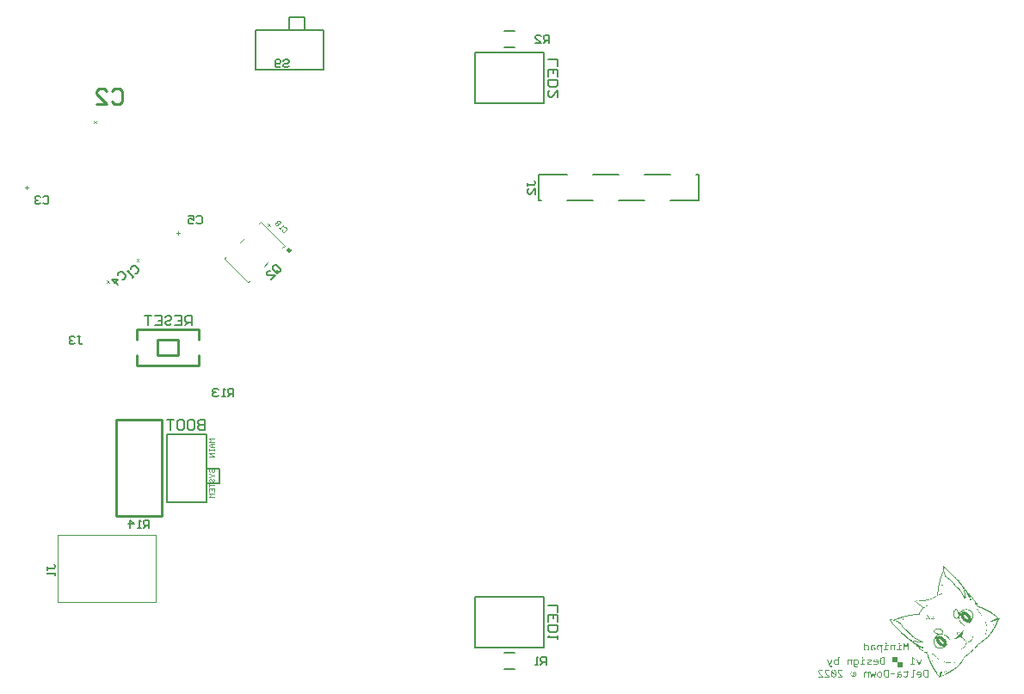
<source format=gbo>
G04*
G04 #@! TF.GenerationSoftware,Altium Limited,CircuitMaker,2.3.0 (2.3.0.3)*
G04*
G04 Layer_Color=13813960*
%FSLAX25Y25*%
%MOIN*%
G70*
G04*
G04 #@! TF.SameCoordinates,7A92FE71-458D-4544-954B-740947ED0FFD*
G04*
G04*
G04 #@! TF.FilePolarity,Positive*
G04*
G01*
G75*
%ADD10C,0.01000*%
%ADD13C,0.00394*%
%ADD14C,0.00591*%
%ADD15C,0.00787*%
%ADD16C,0.00630*%
%ADD105C,0.00200*%
G36*
X459387Y144373D02*
X459394Y144345D01*
X459422Y144295D01*
X459436Y144260D01*
X459443Y144239D01*
X459457Y144225D01*
X459465Y144196D01*
X459475Y144158D01*
X459493Y144133D01*
X459517Y144108D01*
X459532Y144101D01*
X459553Y144080D01*
X459567Y144073D01*
X459581Y144059D01*
X459595Y144052D01*
X459659Y144023D01*
X459701Y144016D01*
X459715Y144002D01*
X459751Y143981D01*
X459765Y143967D01*
X459779Y143960D01*
X459793Y143946D01*
X459842Y143917D01*
X459881Y143886D01*
X459892Y143875D01*
X459906Y143868D01*
X459948Y143825D01*
X459963Y143818D01*
X459977Y143804D01*
X460040Y143769D01*
X460054Y143755D01*
X460069Y143748D01*
X460104Y143712D01*
X460118Y143705D01*
X460139Y143684D01*
X460153Y143677D01*
X460168Y143663D01*
X460217Y143635D01*
X460256Y143603D01*
X460281Y143585D01*
X460309Y143557D01*
X460323Y143550D01*
X460344Y143529D01*
X460383Y143518D01*
X460394Y143508D01*
X460408Y143500D01*
X460436Y143472D01*
X460450Y143465D01*
X460464Y143451D01*
X460510Y143433D01*
X460521Y143423D01*
X460556Y143402D01*
X460613Y143345D01*
X460627Y143338D01*
X460655Y143310D01*
X460669Y143303D01*
X460683Y143288D01*
X460698Y143281D01*
X460736Y143249D01*
X460761Y143232D01*
X460811Y143182D01*
X460825Y143175D01*
X460835Y143165D01*
X460839Y143154D01*
X460853Y143147D01*
X460864Y143137D01*
X460871Y143122D01*
X460895Y143105D01*
X460910Y143084D01*
X460924Y143076D01*
X460934Y143066D01*
X460941Y143052D01*
X460952Y143041D01*
X460963Y143038D01*
X460970Y143023D01*
X461203Y142790D01*
X461210Y142776D01*
X461221Y142765D01*
X461231Y142762D01*
X461238Y142748D01*
X461372Y142614D01*
X461376Y142603D01*
X461390Y142596D01*
X461401Y142585D01*
X461408Y142571D01*
X461433Y142553D01*
X461450Y142529D01*
X461464Y142522D01*
X461471Y142508D01*
X461704Y142274D01*
X461708Y142264D01*
X461722Y142257D01*
X461733Y142246D01*
X461740Y142232D01*
X461751Y142221D01*
X461765Y142214D01*
X461786Y142186D01*
X461800Y142179D01*
X461835Y142137D01*
X462277Y141695D01*
X462284Y141681D01*
X462305Y141667D01*
X462312Y141653D01*
X462323Y141642D01*
X462337Y141635D01*
X462358Y141607D01*
X462369Y141603D01*
X462376Y141589D01*
X462955Y141009D01*
X462959Y140999D01*
X462973Y140992D01*
X463019Y140946D01*
X463026Y140932D01*
X463051Y140914D01*
X463058Y140900D01*
X463072Y140893D01*
X463090Y140875D01*
X463097Y140861D01*
X463111Y140854D01*
X463118Y140840D01*
X463623Y140335D01*
X463637Y140328D01*
X463764Y140200D01*
X463778Y140193D01*
X463793Y140172D01*
X463807Y140165D01*
X463906Y140066D01*
X463920Y140059D01*
X463941Y140038D01*
X464005Y140003D01*
X464026Y139981D01*
X464040Y139974D01*
X464082Y139932D01*
X464096Y139925D01*
X464174Y139882D01*
X464195Y139861D01*
X464210Y139854D01*
X464245Y139819D01*
X464259Y139812D01*
X464280Y139790D01*
X464344Y139755D01*
X464365Y139734D01*
X464379Y139727D01*
X464941Y139165D01*
X464945Y139155D01*
X464959Y139147D01*
X464969Y139137D01*
X464976Y139123D01*
X464987Y139112D01*
X465001Y139105D01*
X465019Y139080D01*
X465033Y139073D01*
X465040Y139059D01*
X465174Y138925D01*
X465181Y138911D01*
X465202Y138890D01*
X465209Y138875D01*
X465231Y138854D01*
X465252Y138819D01*
X465319Y138731D01*
X465365Y138685D01*
X465372Y138671D01*
X465400Y138642D01*
X465407Y138628D01*
X465436Y138579D01*
X465471Y138529D01*
X465499Y138480D01*
X465492Y138409D01*
X465475Y138384D01*
X465460Y138377D01*
X465457Y138345D01*
X465482Y138314D01*
X465496Y138307D01*
X465789Y138013D01*
X465796Y137999D01*
X465817Y137985D01*
X465824Y137971D01*
X465987Y137808D01*
X465994Y137794D01*
X466057Y137731D01*
X466065Y137716D01*
X466086Y137695D01*
X466093Y137681D01*
X466107Y137667D01*
X466114Y137653D01*
X466146Y137614D01*
X466163Y137589D01*
X466192Y137561D01*
X466195Y137550D01*
X466209Y137543D01*
X466220Y137533D01*
X466227Y137519D01*
X466273Y137487D01*
X466315Y137480D01*
X466337Y137459D01*
X466351Y137452D01*
X466361Y137441D01*
X466368Y137427D01*
X466383Y137413D01*
X466397Y137356D01*
X466446Y137293D01*
X466471Y137268D01*
X466485Y137261D01*
X466559Y137187D01*
X466566Y137172D01*
X466587Y137151D01*
X466595Y137137D01*
X466609Y137102D01*
X466616Y137088D01*
X466630Y137074D01*
X466637Y137045D01*
X466651Y137010D01*
X466672Y136975D01*
X466701Y136946D01*
X466708Y136932D01*
X466729Y136911D01*
X466736Y136897D01*
X466750Y136883D01*
X466785Y136819D01*
X466807Y136798D01*
X466814Y136784D01*
X466877Y136720D01*
X466884Y136706D01*
X466898Y136692D01*
X466941Y136614D01*
X466962Y136593D01*
X466969Y136579D01*
X467026Y136522D01*
X467033Y136508D01*
X467061Y136466D01*
X467068Y136445D01*
X467117Y136381D01*
X467153Y136346D01*
X467160Y136331D01*
X467181Y136310D01*
X467223Y136233D01*
X467255Y136194D01*
X467301Y136148D01*
X467308Y136134D01*
X467329Y136112D01*
X467372Y136035D01*
X467404Y135996D01*
X467450Y135950D01*
X467457Y135936D01*
X467478Y135915D01*
X467485Y135900D01*
X467513Y135858D01*
X467534Y135823D01*
X467566Y135784D01*
X467584Y135766D01*
X467591Y135752D01*
X467605Y135745D01*
X467612Y135731D01*
X467647Y135696D01*
X467654Y135681D01*
X467669Y135667D01*
X467676Y135653D01*
X467704Y135611D01*
X467711Y135597D01*
X467725Y135582D01*
X467732Y135568D01*
X467775Y135526D01*
X467782Y135512D01*
X467831Y135462D01*
X467838Y135448D01*
X467852Y135434D01*
X467895Y135356D01*
X467923Y135328D01*
X467930Y135314D01*
X467944Y135307D01*
X467951Y135293D01*
X467987Y135257D01*
X467994Y135243D01*
X468008Y135229D01*
X468050Y135151D01*
X468071Y135130D01*
X468078Y135116D01*
X468128Y135067D01*
X468135Y135053D01*
X468177Y134982D01*
X468209Y134936D01*
X468220Y134932D01*
X468227Y134918D01*
X468248Y134897D01*
X468297Y134805D01*
X468312Y134791D01*
X468319Y134777D01*
X468347Y134749D01*
X468354Y134734D01*
X468389Y134671D01*
X468414Y134632D01*
X468425Y134628D01*
X468432Y134614D01*
X468453Y134593D01*
X468471Y134547D01*
X468509Y134487D01*
X468531Y134466D01*
X468538Y134452D01*
X468580Y134374D01*
X468601Y134353D01*
X468608Y134339D01*
X468630Y134318D01*
X468647Y134272D01*
X468683Y134215D01*
X468700Y134197D01*
X468707Y134183D01*
X468721Y134169D01*
X468728Y134141D01*
X468764Y134091D01*
X468796Y134053D01*
X468831Y133975D01*
X468866Y133932D01*
X468877Y133922D01*
X468884Y133908D01*
X468926Y133830D01*
X468940Y133816D01*
X468948Y133802D01*
X468976Y133774D01*
X469004Y133710D01*
X469011Y133696D01*
X469032Y133675D01*
X469039Y133660D01*
X469068Y133632D01*
X469110Y133554D01*
X469121Y133551D01*
X469131Y133562D01*
X469138Y133611D01*
X469156Y133657D01*
X469167Y133668D01*
X469174Y133682D01*
X469191Y133699D01*
X469206Y133706D01*
X469255Y133728D01*
X469283Y133735D01*
X469365Y133717D01*
X469435Y133660D01*
X469449Y133646D01*
X469456Y133632D01*
X469478Y133611D01*
X469492Y133576D01*
X469506Y133526D01*
X469513Y133456D01*
X469506Y133342D01*
X469538Y133303D01*
X469594Y133247D01*
X469629Y133226D01*
X469693Y133191D01*
X469743Y133155D01*
X469789Y133138D01*
X469831Y133102D01*
X470015Y132918D01*
X470022Y132904D01*
X470050Y132876D01*
X470057Y132862D01*
X470071Y132848D01*
X470092Y132812D01*
X470142Y132749D01*
X470163Y132728D01*
X470170Y132713D01*
X470262Y132622D01*
X470269Y132607D01*
X470361Y132516D01*
X470368Y132501D01*
X470460Y132410D01*
X470467Y132396D01*
X470538Y132325D01*
X470545Y132311D01*
X470559Y132297D01*
X470566Y132282D01*
X470580Y132268D01*
X470587Y132254D01*
X470619Y132215D01*
X470654Y132173D01*
X470679Y132127D01*
X470714Y132063D01*
X470728Y132049D01*
X470735Y132021D01*
X470771Y131957D01*
X470806Y131922D01*
X470813Y131908D01*
X470834Y131887D01*
X470841Y131873D01*
X470856Y131859D01*
X470863Y131844D01*
X470877Y131830D01*
X470884Y131816D01*
X470912Y131788D01*
X470919Y131774D01*
X471188Y131505D01*
X471195Y131491D01*
X471223Y131463D01*
X471227Y131452D01*
X471237Y131449D01*
X471244Y131435D01*
X471279Y131399D01*
X471301Y131350D01*
X471315Y131314D01*
X471336Y131293D01*
X471357Y131244D01*
X471385Y131194D01*
X471414Y131152D01*
X471428Y131116D01*
X471463Y131067D01*
X471686Y130844D01*
X471714Y130837D01*
X471749Y130823D01*
X471764Y130809D01*
X471778Y130802D01*
X471806Y130774D01*
X471820Y130767D01*
X471859Y130728D01*
X471866Y130714D01*
X471880Y130700D01*
X471894Y130650D01*
X471901Y130587D01*
X471887Y130551D01*
X471880Y130523D01*
X471873Y130509D01*
X471859Y130495D01*
X471866Y130473D01*
X471884Y130470D01*
X471905Y130477D01*
X471961Y130470D01*
X471976Y130456D01*
X471990Y130449D01*
X472021Y130403D01*
X472029Y130311D01*
X472036Y130240D01*
X472029Y130148D01*
X472014Y130113D01*
X472018Y130088D01*
X472046Y130095D01*
X472064Y130113D01*
X472067Y130124D01*
X472082Y130131D01*
X472092Y130141D01*
X472099Y130156D01*
X472120Y130170D01*
X472127Y130184D01*
X472138Y130194D01*
X472152Y130201D01*
X472173Y130223D01*
X472223Y130244D01*
X472315Y130237D01*
X472364Y130209D01*
X472396Y130177D01*
X472424Y130113D01*
X472417Y129986D01*
X472410Y129965D01*
X472421Y129883D01*
X472428Y129855D01*
X472435Y129791D01*
X472452Y129746D01*
X472460Y129632D01*
X472467Y129541D01*
X472460Y129519D01*
X472463Y129424D01*
X472460Y129350D01*
X472467Y129329D01*
X472463Y129283D01*
X472474Y129244D01*
X472481Y129194D01*
X472488Y129173D01*
X472495Y129145D01*
X472502Y129074D01*
X472495Y129025D01*
X472516Y128990D01*
X472541Y128965D01*
X472587Y128947D01*
X472643Y128912D01*
X472689Y128894D01*
X472700Y128884D01*
X472693Y128869D01*
X472675Y128852D01*
X472661Y128845D01*
X472650Y128834D01*
X472654Y128816D01*
X472696Y128809D01*
X472732Y128795D01*
X472781Y128788D01*
X472802Y128781D01*
X472869Y128770D01*
X472940Y128763D01*
X472975Y128756D01*
X472979Y128753D01*
X473000Y128760D01*
X473131Y128749D01*
X473170Y128739D01*
X473233Y128732D01*
X473269Y128717D01*
X473318Y128703D01*
X473347Y128696D01*
X473414Y128672D01*
X473453Y128661D01*
X473502Y128640D01*
X473548Y128629D01*
X473558Y128619D01*
X473615Y128604D01*
X473629Y128590D01*
X473679Y128583D01*
X473693Y128569D01*
X473749Y128555D01*
X473813Y128527D01*
X473841Y128520D01*
X473855Y128505D01*
X473883Y128498D01*
X473919Y128491D01*
X473933Y128477D01*
X473961Y128470D01*
X474025Y128442D01*
X474092Y128417D01*
X474103Y128407D01*
X474149Y128396D01*
X474180Y128378D01*
X474226Y128361D01*
X474286Y128336D01*
X474325Y128325D01*
X474343Y128308D01*
X474389Y128297D01*
X474399Y128286D01*
X474470Y128258D01*
X474534Y128230D01*
X474562Y128223D01*
X474583Y128202D01*
X474622Y128191D01*
X474657Y128177D01*
X474675Y128159D01*
X474731Y128145D01*
X474746Y128131D01*
X474795Y128110D01*
X474830Y128096D01*
X474845Y128082D01*
X474912Y128057D01*
X474936Y128039D01*
X474951Y128025D01*
X475000Y128018D01*
X475021Y127997D01*
X475071Y127975D01*
X475099Y127968D01*
X475120Y127947D01*
X475170Y127926D01*
X475198Y127919D01*
X475219Y127898D01*
X475247Y127891D01*
X475311Y127855D01*
X475346Y127841D01*
X475367Y127834D01*
X475382Y127820D01*
X475445Y127792D01*
X475473Y127785D01*
X475502Y127756D01*
X475548Y127746D01*
X475587Y127721D01*
X475622Y127707D01*
X475643Y127700D01*
X475714Y127657D01*
X475749Y127650D01*
X475770Y127629D01*
X475806Y127615D01*
X475851Y127597D01*
X475855Y127587D01*
X475890Y127573D01*
X475919Y127566D01*
X475975Y127530D01*
X476014Y127520D01*
X476025Y127509D01*
X476039Y127502D01*
X476088Y127481D01*
X476117Y127474D01*
X476145Y127445D01*
X476184Y127435D01*
X476240Y127400D01*
X476275Y127392D01*
X476335Y127354D01*
X476357Y127347D01*
X476392Y127339D01*
X476420Y127311D01*
X476459Y127301D01*
X476484Y127290D01*
X476498Y127276D01*
X476533Y127262D01*
X476611Y127219D01*
X476632Y127212D01*
X476661Y127205D01*
X476675Y127191D01*
X476689Y127184D01*
X476738Y127163D01*
X476759Y127156D01*
X476781Y127135D01*
X476827Y127117D01*
X476862Y127103D01*
X476876Y127096D01*
X476883Y127082D01*
X476922Y127071D01*
X476971Y127043D01*
X476986Y127029D01*
X477025Y127018D01*
X477081Y126983D01*
X477092Y126972D01*
X477138Y126961D01*
X477148Y126951D01*
X477162Y126944D01*
X477205Y126916D01*
X477254Y126894D01*
X477268Y126887D01*
X477297Y126859D01*
X477346Y126838D01*
X477367Y126831D01*
X477388Y126810D01*
X477403Y126802D01*
X477445Y126774D01*
X477473Y126767D01*
X477487Y126753D01*
X477501Y126746D01*
X477530Y126718D01*
X477544Y126711D01*
X477593Y126689D01*
X477607Y126682D01*
X477629Y126661D01*
X477643Y126654D01*
X477671Y126626D01*
X477699Y126619D01*
X477749Y126591D01*
X477770Y126569D01*
X477784Y126562D01*
X477805Y126541D01*
X477834Y126534D01*
X477883Y126506D01*
X477911Y126477D01*
X477925Y126470D01*
X477940Y126456D01*
X477975Y126449D01*
X477989Y126435D01*
X478024Y126414D01*
X478046Y126393D01*
X478060Y126385D01*
X478137Y126343D01*
X478159Y126322D01*
X478173Y126315D01*
X478187Y126301D01*
X478222Y126287D01*
X478258Y126265D01*
X478297Y126234D01*
X478307Y126223D01*
X478353Y126205D01*
X478403Y126177D01*
X478406Y126166D01*
X478420Y126159D01*
X478441Y126138D01*
X478477Y126124D01*
X478526Y126096D01*
X478561Y126060D01*
X478576Y126053D01*
X478664Y126007D01*
X478671Y125993D01*
X478696Y125976D01*
X478717Y125954D01*
X478809Y125905D01*
X478830Y125884D01*
X478844Y125877D01*
X478879Y125841D01*
X478894Y125834D01*
X478957Y125799D01*
X478971Y125785D01*
X478986Y125778D01*
X479028Y125735D01*
X479042Y125728D01*
X479056Y125714D01*
X479134Y125672D01*
X479162Y125644D01*
X479176Y125636D01*
X479190Y125615D01*
X479205Y125608D01*
X479215Y125598D01*
X479222Y125584D01*
X479247Y125566D01*
X479296Y125516D01*
X479311Y125509D01*
X479339Y125481D01*
X479353Y125474D01*
X479452Y125375D01*
X479466Y125368D01*
X479480Y125354D01*
X479515Y125333D01*
X479537Y125311D01*
X479551Y125304D01*
X479607Y125248D01*
X479621Y125241D01*
X479636Y125227D01*
X479699Y125191D01*
X479720Y125170D01*
X479735Y125163D01*
X479805Y125092D01*
X479819Y125085D01*
X479841Y125064D01*
X479904Y125029D01*
X479943Y124997D01*
X479957Y124990D01*
X479964Y124976D01*
X480007Y124940D01*
X480053Y124894D01*
X480067Y124887D01*
X480095Y124859D01*
X480105Y124856D01*
X480109Y124845D01*
X480123Y124838D01*
X480173Y124803D01*
X480187Y124796D01*
X480201Y124781D01*
X480215Y124774D01*
X480229Y124760D01*
X480243Y124753D01*
X480321Y124711D01*
X480342Y124690D01*
X480356Y124682D01*
X480459Y124580D01*
X480466Y124552D01*
X480462Y124541D01*
X480423Y124538D01*
X480431Y124523D01*
X480462Y124485D01*
X480494Y124453D01*
X480501Y124439D01*
X480519Y124421D01*
X480547Y124428D01*
X480554Y124456D01*
X480575Y124449D01*
X480586Y124439D01*
X480614Y124389D01*
X480671Y124354D01*
X480692Y124304D01*
X480685Y124276D01*
X480671Y124241D01*
X480650Y124206D01*
X480628Y124184D01*
X480625Y124174D01*
X480568Y124153D01*
X480529Y124121D01*
X480462Y124054D01*
X480448Y124047D01*
X480406Y124018D01*
X480371Y124011D01*
X480356Y123997D01*
X480272Y123990D01*
X480250Y123983D01*
X480222Y123990D01*
X480201Y123983D01*
X480165Y123962D01*
X480102Y123926D01*
X480088Y123912D01*
X480074Y123905D01*
X479939Y123771D01*
X479929Y123767D01*
X479922Y123753D01*
X479911Y123743D01*
X479897Y123736D01*
X479876Y123714D01*
X479862Y123707D01*
X479844Y123690D01*
X479841Y123679D01*
X479812Y123672D01*
X479802Y123661D01*
X479812Y123651D01*
X479862Y123658D01*
X479911Y123679D01*
X479954Y123686D01*
X479968Y123700D01*
X480017Y123707D01*
X480031Y123714D01*
X480053Y123722D01*
X480088Y123729D01*
X480102Y123743D01*
X480123Y123750D01*
X480144Y123743D01*
X480187Y123771D01*
X480229Y123778D01*
X480279Y123799D01*
X480335Y123820D01*
X480371Y123835D01*
X480392Y123842D01*
X480455Y123870D01*
X480505Y123898D01*
X480540Y123912D01*
X480568Y123919D01*
X480583Y123933D01*
X480597Y123941D01*
X480646Y123962D01*
X480667Y123969D01*
X480681Y123983D01*
X480738Y123990D01*
X480752Y124004D01*
X480872Y124011D01*
X480893Y124004D01*
X481091Y123997D01*
X481123Y123979D01*
X481127Y123962D01*
X481112Y123926D01*
X481095Y123909D01*
X481088Y123895D01*
X481056Y123856D01*
X481031Y123831D01*
X481017Y123796D01*
X481010Y123746D01*
X480996Y123683D01*
X480968Y123619D01*
X480946Y123584D01*
X480915Y123545D01*
X480780Y123411D01*
X480766Y123404D01*
X480657Y123294D01*
X480650Y123280D01*
X480607Y123237D01*
X480593Y123202D01*
X480586Y123188D01*
X480551Y123138D01*
X480537Y123124D01*
X480529Y123110D01*
X480508Y123075D01*
X480501Y123047D01*
X480480Y123025D01*
X480459Y122976D01*
X480431Y122905D01*
X480438Y122877D01*
X480423Y122842D01*
X480416Y122813D01*
X480406Y122775D01*
X480392Y122718D01*
X480377Y122683D01*
X480371Y122654D01*
X480360Y122616D01*
X480339Y122566D01*
X480332Y122524D01*
X480317Y122510D01*
X480310Y122467D01*
X480296Y122432D01*
X480289Y122404D01*
X480268Y122382D01*
X480261Y122326D01*
X480240Y122305D01*
X480233Y122262D01*
X480204Y122199D01*
X480194Y122160D01*
X480176Y122128D01*
X480165Y122089D01*
X480155Y122079D01*
X480148Y122050D01*
X480127Y122001D01*
X480109Y121955D01*
X480095Y121920D01*
X480077Y121888D01*
X480070Y121852D01*
X480056Y121838D01*
X480045Y121792D01*
X480035Y121782D01*
X480028Y121754D01*
X480007Y121704D01*
X479999Y121690D01*
X479978Y121654D01*
X479961Y121609D01*
X479950Y121584D01*
X479936Y121570D01*
X479922Y121513D01*
X479901Y121492D01*
X479890Y121453D01*
X479876Y121418D01*
X479858Y121400D01*
X479851Y121372D01*
X479844Y121351D01*
X479816Y121308D01*
X479809Y121294D01*
X479802Y121273D01*
X479795Y121245D01*
X479773Y121223D01*
X479752Y121174D01*
X479745Y121146D01*
X479724Y121132D01*
X479699Y121064D01*
X479674Y121026D01*
X479653Y120976D01*
X479632Y120941D01*
X479618Y120927D01*
X479611Y120898D01*
X479575Y120835D01*
X479554Y120814D01*
X479547Y120771D01*
X479505Y120708D01*
X479491Y120672D01*
X479455Y120623D01*
X479441Y120588D01*
X479434Y120566D01*
X479399Y120517D01*
X479371Y120453D01*
X479363Y120439D01*
X479342Y120418D01*
X479335Y120404D01*
X479314Y120369D01*
X479307Y120340D01*
X479293Y120326D01*
X479286Y120312D01*
X479254Y120273D01*
X479247Y120238D01*
X479229Y120213D01*
X479198Y120174D01*
X479173Y120114D01*
X479166Y120100D01*
X479137Y120072D01*
X479130Y120057D01*
X479116Y120043D01*
X479109Y120015D01*
X479102Y119994D01*
X479088Y119980D01*
X479081Y119966D01*
X479070Y119948D01*
X479056Y119941D01*
X479021Y119863D01*
X479010Y119853D01*
X479003Y119839D01*
X478982Y119817D01*
X478975Y119803D01*
X478961Y119768D01*
X478954Y119754D01*
X478922Y119715D01*
X478904Y119697D01*
X478883Y119648D01*
X478855Y119598D01*
X478841Y119584D01*
X478837Y119573D01*
X478823Y119566D01*
X478781Y119482D01*
X478763Y119464D01*
X478756Y119450D01*
X478727Y119422D01*
X478721Y119393D01*
X478692Y119344D01*
X478671Y119323D01*
X478664Y119308D01*
X478636Y119280D01*
X478629Y119252D01*
X478583Y119185D01*
X478551Y119153D01*
X478530Y119104D01*
X478509Y119068D01*
X478466Y119026D01*
X478417Y118934D01*
X478385Y118895D01*
X478367Y118877D01*
X478360Y118863D01*
X478318Y118786D01*
X478297Y118764D01*
X478289Y118750D01*
X478261Y118722D01*
X478212Y118630D01*
X478162Y118581D01*
X478113Y118489D01*
X478099Y118475D01*
X478092Y118461D01*
X478035Y118404D01*
X478028Y118390D01*
X478000Y118348D01*
X477993Y118333D01*
X477943Y118270D01*
X477851Y118178D01*
X477844Y118164D01*
X477816Y118135D01*
X477809Y118121D01*
X477788Y118100D01*
X477781Y118086D01*
X477752Y118058D01*
X477745Y118044D01*
X477717Y118015D01*
X477710Y118001D01*
X477501Y117793D01*
X477487Y117786D01*
X477463Y117761D01*
X477456Y117711D01*
X477434Y117676D01*
X477420Y117662D01*
X477413Y117648D01*
X477392Y117627D01*
X477343Y117535D01*
X477328Y117521D01*
X477321Y117507D01*
X477307Y117492D01*
X477300Y117478D01*
X477258Y117408D01*
X477244Y117394D01*
X477237Y117379D01*
X477208Y117351D01*
X477201Y117337D01*
X477180Y117316D01*
X477166Y117280D01*
X477138Y117231D01*
X477116Y117210D01*
X477095Y117153D01*
X477063Y117114D01*
X477032Y117083D01*
X477028Y117072D01*
X477014Y117065D01*
X476915Y116966D01*
X476901Y116959D01*
X476880Y116938D01*
X476802Y116895D01*
X476759Y116853D01*
X476745Y116846D01*
X476731Y116825D01*
X476717Y116818D01*
X476668Y116768D01*
X476653Y116761D01*
X476597Y116726D01*
X476576Y116719D01*
X476555Y116698D01*
X476541Y116690D01*
X476470Y116620D01*
X476459Y116616D01*
X476452Y116602D01*
X476399Y116563D01*
X476385Y116556D01*
X476318Y116510D01*
X476275Y116468D01*
X476268Y116454D01*
X476219Y116390D01*
X476201Y116365D01*
X476187Y116358D01*
X476152Y116323D01*
X476138Y116316D01*
X476109Y116288D01*
X476095Y116280D01*
X476067Y116252D01*
X476053Y116245D01*
X476018Y116210D01*
X476003Y116203D01*
X475905Y116104D01*
X475894Y116100D01*
X475887Y116086D01*
X475876Y116076D01*
X475862Y116068D01*
X475848Y116047D01*
X475834Y116040D01*
X475777Y115984D01*
X475763Y115977D01*
X475714Y115941D01*
X475700Y115934D01*
X475650Y115899D01*
X475636Y115885D01*
X475622Y115878D01*
X475551Y115807D01*
X475537Y115800D01*
X475502Y115765D01*
X475488Y115758D01*
X475438Y115722D01*
X475424Y115715D01*
X475410Y115701D01*
X475396Y115694D01*
X475339Y115638D01*
X475325Y115630D01*
X475315Y115620D01*
X475311Y115609D01*
X475297Y115602D01*
X475127Y115433D01*
X475113Y115426D01*
X475064Y115376D01*
X475049Y115369D01*
X475007Y115341D01*
X474972Y115320D01*
X474933Y115288D01*
X474915Y115270D01*
X474901Y115263D01*
X474852Y115214D01*
X474774Y115171D01*
X474735Y115139D01*
X474724Y115129D01*
X474710Y115122D01*
X474689Y115100D01*
X474650Y115090D01*
X474594Y115055D01*
X474590Y115044D01*
X474576Y115037D01*
X474562Y115023D01*
X474548Y115016D01*
X474470Y114973D01*
X474449Y114952D01*
X474435Y114945D01*
X474421Y114931D01*
X474385Y114917D01*
X474371Y114910D01*
X474322Y114874D01*
X474283Y114842D01*
X474187Y114789D01*
X474149Y114758D01*
X474138Y114747D01*
X474067Y114719D01*
X474039Y114691D01*
X474025Y114683D01*
X474004Y114662D01*
X473975Y114655D01*
X473926Y114627D01*
X473905Y114606D01*
X473891Y114599D01*
X473869Y114577D01*
X473792Y114535D01*
X473753Y114503D01*
X473742Y114493D01*
X473728Y114486D01*
X473714Y114471D01*
X473700Y114464D01*
X473636Y114429D01*
X473597Y114397D01*
X473580Y114380D01*
X473565Y114373D01*
X473537Y114344D01*
X473523Y114337D01*
X473509Y114323D01*
X473495Y114316D01*
X473445Y114281D01*
X473431Y114274D01*
X473410Y114252D01*
X473396Y114245D01*
X473361Y114210D01*
X473350Y114207D01*
X473343Y114192D01*
X473332Y114182D01*
X473318Y114175D01*
X473308Y114164D01*
X473304Y114154D01*
X473290Y114146D01*
X473255Y114111D01*
X473241Y114104D01*
X473219Y114083D01*
X473205Y114076D01*
X473191Y114062D01*
X473141Y114033D01*
X473127Y114019D01*
X473113Y114012D01*
X473092Y113991D01*
X473078Y113984D01*
X473029Y113935D01*
X472979Y113913D01*
X472944Y113892D01*
X472929Y113878D01*
X472891Y113867D01*
X472880Y113857D01*
X472866Y113850D01*
X472848Y113832D01*
X472841Y113804D01*
X472813Y113740D01*
X472806Y113705D01*
X472792Y113691D01*
X472771Y113655D01*
X472760Y113645D01*
X472732Y113638D01*
X472643Y113641D01*
X472601Y113606D01*
X472551Y113556D01*
X472523Y113493D01*
X472516Y113479D01*
X472495Y113458D01*
X472474Y113422D01*
X472467Y113401D01*
X472460Y113373D01*
X472438Y113352D01*
X472431Y113337D01*
X472417Y113302D01*
X472410Y113281D01*
X472378Y113242D01*
X472354Y113217D01*
X472350Y113207D01*
X472336Y113200D01*
X472325Y113189D01*
X472318Y113175D01*
X472308Y113164D01*
X472297Y113161D01*
X472290Y113147D01*
X472219Y113076D01*
X472212Y113062D01*
X472191Y113041D01*
X472184Y113026D01*
X472170Y113012D01*
X472163Y112998D01*
X472131Y112959D01*
X472096Y112917D01*
X471933Y112754D01*
X471923Y112751D01*
X471915Y112737D01*
X471877Y112719D01*
X471831Y112723D01*
X471809Y112708D01*
X471802Y112694D01*
X471785Y112677D01*
X471771Y112670D01*
X471679Y112578D01*
X471665Y112571D01*
X471449Y112355D01*
X471442Y112341D01*
X471428Y112334D01*
X471421Y112320D01*
X471357Y112256D01*
X471350Y112242D01*
X471251Y112143D01*
X471244Y112129D01*
X471103Y111988D01*
X471099Y111977D01*
X471085Y111970D01*
X471075Y111959D01*
X471067Y111945D01*
X471046Y111931D01*
X471039Y111917D01*
X470467Y111345D01*
X470460Y111330D01*
X470449Y111320D01*
X470439Y111316D01*
X470432Y111302D01*
X469877Y110748D01*
X469863Y110740D01*
X469856Y110726D01*
X469841Y110719D01*
X469806Y110684D01*
X469792Y110677D01*
X469735Y110620D01*
X469721Y110613D01*
X469629Y110521D01*
X469615Y110514D01*
X469601Y110493D01*
X469587Y110486D01*
X469516Y110415D01*
X469502Y110408D01*
X469481Y110387D01*
X469467Y110380D01*
X469446Y110359D01*
X469432Y110352D01*
X469382Y110317D01*
X469368Y110309D01*
X469340Y110281D01*
X469326Y110274D01*
X469297Y110246D01*
X469262Y110232D01*
X469213Y110203D01*
X469191Y110182D01*
X469177Y110175D01*
X469128Y110126D01*
X469114Y110119D01*
X469015Y110048D01*
X469001Y110041D01*
X468972Y110013D01*
X468958Y110005D01*
X468888Y109935D01*
X468873Y109928D01*
X468852Y109907D01*
X468838Y109899D01*
X468789Y109864D01*
X468775Y109857D01*
X468753Y109836D01*
X468739Y109829D01*
X468690Y109779D01*
X468676Y109772D01*
X468506Y109603D01*
X468492Y109596D01*
X468485Y109582D01*
X468471Y109574D01*
X468428Y109532D01*
X468414Y109525D01*
X468393Y109504D01*
X468379Y109497D01*
X468290Y109437D01*
X468245Y109391D01*
X468230Y109384D01*
X468195Y109370D01*
X468167Y109362D01*
X468139Y109334D01*
X468124Y109327D01*
X468018Y109271D01*
X467997Y109264D01*
X467958Y109253D01*
X467934Y109228D01*
X467905Y109221D01*
X467856Y109193D01*
X467835Y109172D01*
X467821Y109165D01*
X467771Y109115D01*
X467707Y109080D01*
X467644Y109030D01*
X467556Y108942D01*
X467548Y108928D01*
X467527Y108907D01*
X467492Y108843D01*
X467460Y108804D01*
X467443Y108787D01*
X467435Y108773D01*
X467393Y108695D01*
X467372Y108674D01*
X467365Y108659D01*
X467344Y108638D01*
X467301Y108561D01*
X467287Y108546D01*
X467280Y108532D01*
X467245Y108497D01*
X467238Y108483D01*
X467216Y108461D01*
X467202Y108426D01*
X467156Y108359D01*
X467132Y108334D01*
X467082Y108242D01*
X467068Y108228D01*
X467061Y108214D01*
X467047Y108200D01*
X467040Y108172D01*
X467011Y108122D01*
X466983Y108080D01*
X466969Y108045D01*
X466948Y108009D01*
X466934Y107995D01*
X466927Y107953D01*
X466913Y107939D01*
X466884Y107868D01*
X466863Y107818D01*
X466845Y107773D01*
X466835Y107762D01*
X466824Y107716D01*
X466807Y107677D01*
X466792Y107642D01*
X466775Y107596D01*
X466764Y107564D01*
X466757Y107529D01*
X466743Y107493D01*
X466736Y107451D01*
X466729Y107430D01*
X466722Y107373D01*
X466708Y107338D01*
X466701Y107289D01*
X466693Y107232D01*
X466672Y107211D01*
X466644Y107161D01*
X466595Y107098D01*
X466545Y107048D01*
X466538Y107034D01*
X466414Y106911D01*
X466404Y106907D01*
X466397Y106893D01*
X466298Y106794D01*
X466291Y106780D01*
X466277Y106766D01*
X466269Y106752D01*
X466202Y106663D01*
X466178Y106638D01*
X466174Y106628D01*
X466160Y106621D01*
X466149Y106610D01*
X466142Y106596D01*
X466079Y106532D01*
X466072Y106518D01*
X466043Y106476D01*
X466036Y106462D01*
X466022Y106448D01*
X466015Y106433D01*
X465994Y106412D01*
X465987Y106398D01*
X465817Y106228D01*
X465810Y106214D01*
X465800Y106204D01*
X465789Y106200D01*
X465782Y106186D01*
X465725Y106130D01*
X465718Y106115D01*
X465690Y106087D01*
X465683Y106073D01*
X465655Y106045D01*
X465648Y106031D01*
X465581Y105964D01*
X465566Y105956D01*
X465552Y105942D01*
X465517Y105921D01*
X465478Y105889D01*
X465446Y105851D01*
X465411Y105794D01*
X465393Y105769D01*
X465379Y105755D01*
X465372Y105741D01*
X465280Y105649D01*
X465273Y105635D01*
X465259Y105621D01*
X465252Y105607D01*
X465224Y105557D01*
X465192Y105518D01*
X465160Y105487D01*
X465153Y105472D01*
X465132Y105458D01*
X465125Y105444D01*
X465114Y105434D01*
X465100Y105427D01*
X465082Y105402D01*
X465068Y105388D01*
X465026Y105310D01*
X465004Y105289D01*
X464997Y105275D01*
X464881Y105158D01*
X464867Y105151D01*
X464853Y105130D01*
X464747Y105073D01*
X464704Y105045D01*
X464676Y105038D01*
X464627Y105002D01*
X464612Y104988D01*
X464598Y104981D01*
X464570Y104953D01*
X464556Y104946D01*
X464492Y104911D01*
X464393Y104840D01*
X464330Y104805D01*
X464316Y104790D01*
X464301Y104783D01*
X464273Y104755D01*
X464224Y104762D01*
X464185Y104730D01*
X464153Y104692D01*
X463990Y104529D01*
X463976Y104522D01*
X463927Y104472D01*
X463913Y104465D01*
X463892Y104444D01*
X463877Y104437D01*
X463856Y104416D01*
X463842Y104409D01*
X463814Y104381D01*
X463800Y104374D01*
X463764Y104338D01*
X463754Y104335D01*
X463747Y104321D01*
X463736Y104310D01*
X463722Y104303D01*
X463665Y104246D01*
X463588Y104204D01*
X463574Y104190D01*
X463559Y104183D01*
X463521Y104151D01*
X463489Y104119D01*
X463475Y104112D01*
X463460Y104098D01*
X463383Y104056D01*
X463362Y104034D01*
X463347Y104027D01*
X463319Y103999D01*
X463270Y103978D01*
X463234Y103957D01*
X463196Y103925D01*
X463178Y103907D01*
X463164Y103900D01*
X463086Y103858D01*
X463065Y103837D01*
X463051Y103830D01*
X463022Y103801D01*
X462994Y103794D01*
X462930Y103759D01*
X462923Y103745D01*
X462909Y103738D01*
X462881Y103709D01*
X462835Y103692D01*
X462796Y103667D01*
X462757Y103635D01*
X462747Y103625D01*
X462683Y103596D01*
X462669Y103589D01*
X462648Y103568D01*
X462634Y103561D01*
X462605Y103533D01*
X462556Y103512D01*
X462521Y103490D01*
X462482Y103458D01*
X462471Y103448D01*
X462422Y103427D01*
X462401Y103420D01*
X462379Y103398D01*
X462365Y103391D01*
X462337Y103363D01*
X462309Y103356D01*
X462259Y103328D01*
X462245Y103314D01*
X462231Y103307D01*
X462210Y103285D01*
X462164Y103268D01*
X462125Y103243D01*
X462111Y103229D01*
X462097Y103222D01*
X462061Y103201D01*
X462022Y103190D01*
X461998Y103165D01*
X461984Y103158D01*
X461962Y103137D01*
X461924Y103126D01*
X461885Y103102D01*
X461871Y103087D01*
X461857Y103080D01*
X461842Y103066D01*
X461786Y103052D01*
X461765Y103031D01*
X461751Y103024D01*
X461729Y103003D01*
X461662Y102978D01*
X461630Y102946D01*
X461581Y102925D01*
X461553Y102918D01*
X461524Y102890D01*
X461461Y102861D01*
X461447Y102854D01*
X461383Y102812D01*
X461355Y102805D01*
X461288Y102759D01*
X461231Y102738D01*
X461206Y102720D01*
X461100Y102664D01*
X461086Y102649D01*
X461044Y102642D01*
X460966Y102593D01*
X460938Y102586D01*
X460881Y102550D01*
X460853Y102543D01*
X460832Y102536D01*
X460818Y102522D01*
X460754Y102494D01*
X460705Y102466D01*
X460655Y102445D01*
X460634Y102437D01*
X460613Y102416D01*
X460567Y102406D01*
X460493Y102367D01*
X460464Y102360D01*
X460450Y102346D01*
X460401Y102324D01*
X460372Y102317D01*
X460358Y102310D01*
X460344Y102296D01*
X460316Y102289D01*
X460266Y102268D01*
X460252Y102261D01*
X460238Y102247D01*
X460189Y102240D01*
X460175Y102225D01*
X460108Y102201D01*
X460083Y102190D01*
X460047Y102176D01*
X460019Y102169D01*
X460005Y102155D01*
X459948Y102141D01*
X459885Y102112D01*
X459839Y102095D01*
X459807Y102084D01*
X459673Y102013D01*
X459659Y101999D01*
X459645Y101992D01*
X459609Y101978D01*
X459546Y101943D01*
X459510Y101929D01*
X459489Y101922D01*
X459447Y101893D01*
X459411Y101886D01*
X459362Y101858D01*
X459327Y101844D01*
X459305Y101837D01*
X459249Y101801D01*
X459206Y101794D01*
X459185Y101773D01*
X459136Y101766D01*
X459094Y101738D01*
X459048Y101727D01*
X459016Y101710D01*
X458959Y101695D01*
X458938Y101688D01*
X458903Y101681D01*
X458867Y101667D01*
X458790Y101660D01*
X458768Y101653D01*
X458733Y101639D01*
X458705Y101632D01*
X458662Y101604D01*
X458634Y101596D01*
X458578Y101561D01*
X458549Y101554D01*
X458535Y101547D01*
X458500Y101533D01*
X458472Y101526D01*
X458330Y101533D01*
X458316Y101547D01*
X458260Y101561D01*
X458221Y101593D01*
X458207Y101628D01*
X458217Y101717D01*
X458231Y101738D01*
X458256Y101734D01*
X458263Y101692D01*
X458281Y101688D01*
X458320Y101713D01*
X458313Y101791D01*
X458295Y101794D01*
X458284Y101784D01*
X458274Y101759D01*
X458256Y101763D01*
X458207Y101869D01*
X458200Y101897D01*
X458192Y101918D01*
X458200Y102038D01*
X458214Y102074D01*
X458221Y102102D01*
X458242Y102137D01*
X458263Y102194D01*
X458284Y102215D01*
X458298Y102271D01*
X458313Y102286D01*
X458327Y102342D01*
X458355Y102406D01*
X458362Y102434D01*
X458383Y102455D01*
X458397Y102512D01*
X458412Y102526D01*
X458419Y102568D01*
X458447Y102639D01*
X458454Y102667D01*
X458450Y102706D01*
X458436Y102699D01*
X458404Y102667D01*
X458355Y102575D01*
X458313Y102533D01*
X458306Y102519D01*
X458284Y102497D01*
X458270Y102462D01*
X458203Y102374D01*
X458192Y102370D01*
X458185Y102356D01*
X458143Y102314D01*
X458136Y102300D01*
X458122Y102286D01*
X458115Y102250D01*
X458086Y102208D01*
X458072Y102151D01*
X458051Y102130D01*
X458044Y102081D01*
X458023Y102059D01*
X457991Y101971D01*
X457980Y101960D01*
X457973Y101911D01*
X457952Y101862D01*
X457942Y101809D01*
X457935Y101752D01*
X457924Y101720D01*
X457917Y101664D01*
X457910Y101642D01*
X457903Y101600D01*
X457889Y101565D01*
X457882Y101536D01*
X457867Y101522D01*
X457860Y101494D01*
X457825Y101430D01*
X457804Y101409D01*
X457797Y101395D01*
X457776Y101346D01*
X457768Y101331D01*
X457747Y101310D01*
X457740Y101296D01*
X457680Y101236D01*
X457662Y101233D01*
X457648Y101240D01*
X457634Y101289D01*
X457627Y101317D01*
X457606Y101339D01*
X457599Y101388D01*
X457585Y101423D01*
X457571Y101473D01*
X457564Y101551D01*
X457556Y101572D01*
X457564Y101600D01*
X457556Y101628D01*
X457518Y101653D01*
X457475Y101660D01*
X457461Y101674D01*
X457419Y101681D01*
X457398Y101702D01*
X457383Y101710D01*
X457362Y101731D01*
X457348Y101738D01*
X457274Y101812D01*
X457267Y101826D01*
X457238Y101854D01*
X457232Y101869D01*
X457210Y101890D01*
X457189Y101939D01*
X457168Y101975D01*
X457136Y102013D01*
X457118Y102059D01*
X457083Y102109D01*
X457069Y102123D01*
X457062Y102137D01*
X457005Y102194D01*
X456998Y102208D01*
X456977Y102229D01*
X456935Y102307D01*
X456921Y102321D01*
X456914Y102335D01*
X456864Y102384D01*
X456857Y102399D01*
X456825Y102437D01*
X456808Y102462D01*
X456751Y102519D01*
X456744Y102533D01*
X456716Y102561D01*
X456709Y102575D01*
X456694Y102589D01*
X456687Y102603D01*
X456666Y102625D01*
X456659Y102639D01*
X456596Y102702D01*
X456588Y102717D01*
X456574Y102731D01*
X456532Y102808D01*
X456511Y102830D01*
X456504Y102844D01*
X456454Y102893D01*
X456447Y102907D01*
X456419Y102950D01*
X456412Y102978D01*
X456391Y102999D01*
X456384Y103013D01*
X456355Y103042D01*
X456327Y103112D01*
X456313Y103126D01*
X456306Y103140D01*
X456278Y103169D01*
X456235Y103246D01*
X456186Y103310D01*
X456150Y103346D01*
X456101Y103437D01*
X456069Y103476D01*
X456051Y103494D01*
X456044Y103508D01*
X456002Y103586D01*
X455981Y103607D01*
X455974Y103621D01*
X455945Y103649D01*
X455917Y103713D01*
X455910Y103727D01*
X455889Y103748D01*
X455882Y103762D01*
X455861Y103784D01*
X455854Y103798D01*
X455811Y103875D01*
X455779Y103914D01*
X455769Y103925D01*
X455748Y103974D01*
X455740Y103996D01*
X455719Y104017D01*
X455712Y104031D01*
X455691Y104052D01*
X455670Y104102D01*
X455649Y104137D01*
X455634Y104151D01*
X455627Y104165D01*
X455606Y104186D01*
X455599Y104215D01*
X455592Y104229D01*
X455564Y104278D01*
X455536Y104306D01*
X455528Y104321D01*
X455514Y104335D01*
X455507Y104370D01*
X455472Y104420D01*
X455451Y104441D01*
X455444Y104455D01*
X455437Y104476D01*
X455408Y104525D01*
X455376Y104564D01*
X455352Y104610D01*
X455338Y104646D01*
X455316Y104667D01*
X455309Y104681D01*
X455288Y104702D01*
X455270Y104748D01*
X455260Y104773D01*
X455232Y104801D01*
X455225Y104815D01*
X455210Y104829D01*
X455189Y104886D01*
X455126Y104978D01*
X455119Y105013D01*
X455090Y105041D01*
X455083Y105055D01*
X455069Y105070D01*
X455062Y105112D01*
X455013Y105183D01*
X455002Y105222D01*
X454991Y105232D01*
X454970Y105268D01*
X454956Y105303D01*
X454949Y105324D01*
X454907Y105395D01*
X454900Y105423D01*
X454864Y105472D01*
X454850Y105529D01*
X454829Y105550D01*
X454815Y105586D01*
X454797Y105631D01*
X454779Y105649D01*
X454751Y105727D01*
X454730Y105748D01*
X454719Y105794D01*
X454688Y105847D01*
X454680Y105875D01*
X454673Y105889D01*
X454645Y105932D01*
X454631Y105967D01*
X454624Y106002D01*
X454603Y106024D01*
X454578Y106091D01*
X454567Y106101D01*
X454560Y106115D01*
X454553Y106137D01*
X454546Y106165D01*
X454532Y106179D01*
X454504Y106243D01*
X454490Y106278D01*
X454476Y106292D01*
X454461Y106327D01*
X454454Y106356D01*
X454444Y106380D01*
X454430Y106387D01*
X454419Y106419D01*
X454412Y106448D01*
X454377Y106497D01*
X454370Y106539D01*
X454348Y106561D01*
X454341Y106582D01*
X454327Y106617D01*
X454320Y106646D01*
X454299Y106667D01*
X454274Y106734D01*
X454249Y106773D01*
X454242Y106801D01*
X454207Y106865D01*
X454193Y106900D01*
X454150Y106992D01*
X454143Y107020D01*
X454115Y107048D01*
X454108Y107084D01*
X454080Y107133D01*
X454066Y107168D01*
X454030Y107232D01*
X454016Y107267D01*
X454009Y107296D01*
X453995Y107310D01*
X453974Y107380D01*
X453967Y107416D01*
X453946Y107437D01*
X453938Y107465D01*
X453921Y107511D01*
X453889Y107571D01*
X453882Y107599D01*
X453868Y107614D01*
X453847Y107663D01*
X453840Y107698D01*
X453818Y107720D01*
X453804Y107776D01*
X453790Y107790D01*
X453783Y107804D01*
X453776Y107826D01*
X453769Y107854D01*
X453762Y107868D01*
X453748Y107882D01*
X453734Y107939D01*
X453705Y107988D01*
X453698Y108016D01*
X453670Y108080D01*
X453663Y108108D01*
X453635Y108172D01*
X453620Y108207D01*
X453606Y108221D01*
X453599Y108278D01*
X453578Y108299D01*
X453571Y108341D01*
X453536Y108419D01*
X453529Y108447D01*
X453514Y108461D01*
X453500Y108518D01*
X453472Y108589D01*
X453454Y108635D01*
X453447Y108663D01*
X453437Y108688D01*
X453423Y108723D01*
X453416Y108751D01*
X453402Y108765D01*
X453394Y108815D01*
X453373Y108864D01*
X453366Y108893D01*
X453359Y108914D01*
X453341Y108960D01*
X453327Y109016D01*
X453310Y109062D01*
X453296Y109119D01*
X453285Y109165D01*
X453278Y109200D01*
X453271Y109228D01*
X453264Y109348D01*
X453267Y109423D01*
X453260Y109444D01*
X453250Y109504D01*
X453242Y109539D01*
X453235Y109596D01*
X453225Y109635D01*
X453218Y109677D01*
X453211Y109698D01*
X453204Y109733D01*
X453197Y109755D01*
X453190Y109797D01*
X453168Y109818D01*
X453161Y109847D01*
X453119Y109924D01*
X453090Y109988D01*
X453084Y110002D01*
X453069Y110016D01*
X453062Y110044D01*
X453055Y110080D01*
X453048Y110101D01*
X453041Y110129D01*
X453038Y110168D01*
X453041Y110200D01*
X453030Y110217D01*
X453002Y110225D01*
X452910Y110232D01*
X452843Y110242D01*
X452783Y110253D01*
X452762Y110260D01*
X452720Y110267D01*
X452698Y110274D01*
X452578Y110281D01*
X452557Y110274D01*
X452500Y110267D01*
X452479Y110274D01*
X452423Y110288D01*
X452384Y110320D01*
X452370Y110334D01*
X452363Y110348D01*
X452349Y110362D01*
X452338Y110430D01*
X452334Y110433D01*
X452342Y110454D01*
X452349Y110504D01*
X452363Y110518D01*
X452370Y110532D01*
X452497Y110659D01*
X452500Y110677D01*
X452479Y110684D01*
X452409Y110663D01*
X452292Y110659D01*
X452264Y110666D01*
X452200Y110673D01*
X452144Y110702D01*
X452137Y110716D01*
X452115Y110737D01*
X452108Y110786D01*
X452115Y110808D01*
X452105Y110832D01*
X452069Y110825D01*
X452034Y110811D01*
X451995Y110801D01*
X451970Y110797D01*
X451949Y110804D01*
X451910Y110815D01*
X451854Y110850D01*
X451812Y110892D01*
X451804Y110907D01*
X451794Y110924D01*
X451783Y110928D01*
X451776Y110942D01*
X451748Y111005D01*
X451741Y111020D01*
X451720Y111041D01*
X451713Y111055D01*
X451511Y111256D01*
X451497Y111263D01*
X451483Y111277D01*
X451455Y111285D01*
X451440Y111299D01*
X451405Y111320D01*
X451391Y111334D01*
X451342Y111355D01*
X451306Y111369D01*
X451285Y111391D01*
X451236Y111412D01*
X451200Y111433D01*
X451161Y111465D01*
X451137Y111489D01*
X451123Y111497D01*
X451087Y111532D01*
X451073Y111539D01*
X450999Y111613D01*
X450992Y111627D01*
X450981Y111638D01*
X450967Y111645D01*
X450949Y111670D01*
X450805Y111815D01*
X450790Y111822D01*
X450762Y111850D01*
X450748Y111857D01*
X450734Y111871D01*
X450720Y111878D01*
X450681Y111910D01*
X450660Y111924D01*
X450656Y111935D01*
X450642Y111942D01*
X450628Y111956D01*
X450617Y111959D01*
X450614Y111970D01*
X450586Y111977D01*
X450564Y111984D01*
X450494Y112034D01*
X450448Y112051D01*
X450437Y112062D01*
X450423Y112069D01*
X450381Y112111D01*
X450366Y112118D01*
X450278Y112186D01*
X450239Y112224D01*
X450225Y112232D01*
X450063Y112394D01*
X450052Y112398D01*
X450045Y112412D01*
X450002Y112447D01*
X449893Y112557D01*
X449879Y112564D01*
X449865Y112585D01*
X449851Y112592D01*
X449829Y112613D01*
X449815Y112620D01*
X449766Y112655D01*
X449752Y112662D01*
X449730Y112684D01*
X449716Y112691D01*
X449681Y112726D01*
X449670Y112730D01*
X449663Y112744D01*
X449639Y112761D01*
X449529Y112871D01*
X449522Y112885D01*
X449501Y112899D01*
X449494Y112913D01*
X449473Y112935D01*
X449466Y112963D01*
X449458Y112984D01*
X449427Y113030D01*
X449395Y113048D01*
X449367Y113097D01*
X449352Y113111D01*
X449345Y113125D01*
X449310Y113161D01*
X449303Y113175D01*
X449292Y113185D01*
X449264Y113192D01*
X449119Y113189D01*
X449091Y113196D01*
X449049Y113203D01*
X448992Y113238D01*
X448967Y113256D01*
X448914Y113309D01*
X448907Y113323D01*
X448886Y113373D01*
X448893Y113472D01*
X448907Y113486D01*
X448914Y113500D01*
X448960Y113546D01*
X448996Y113560D01*
X449024Y113567D01*
X449059Y113574D01*
X449063Y113592D01*
X449045Y113609D01*
X448999Y113627D01*
X448988Y113638D01*
X448974Y113645D01*
X448939Y113680D01*
X448925Y113687D01*
X448911Y113701D01*
X448865Y113719D01*
X448854Y113730D01*
X448819Y113751D01*
X448791Y113779D01*
X448776Y113786D01*
X448699Y113829D01*
X448670Y113857D01*
X448656Y113864D01*
X448642Y113878D01*
X448607Y113892D01*
X448557Y113920D01*
X448529Y113949D01*
X448515Y113956D01*
X448501Y113970D01*
X448455Y113988D01*
X448444Y113998D01*
X448430Y114005D01*
X448409Y114026D01*
X448395Y114033D01*
X448381Y114048D01*
X448367Y114055D01*
X448289Y114097D01*
X448268Y114118D01*
X448254Y114125D01*
X448232Y114146D01*
X448194Y114157D01*
X448183Y114168D01*
X448148Y114189D01*
X448119Y114217D01*
X448105Y114224D01*
X448091Y114238D01*
X448063Y114245D01*
X447974Y114313D01*
X447964Y114323D01*
X447875Y114369D01*
X447872Y114380D01*
X447858Y114387D01*
X447823Y114422D01*
X447731Y114471D01*
X447717Y114486D01*
X447702Y114493D01*
X447660Y114535D01*
X447646Y114542D01*
X447582Y114577D01*
X447568Y114592D01*
X447554Y114599D01*
X447490Y114662D01*
X447476Y114669D01*
X447434Y114698D01*
X447384Y114726D01*
X447356Y114754D01*
X447342Y114761D01*
X447278Y114825D01*
X447243Y114846D01*
X447155Y114906D01*
X447074Y114987D01*
X447059Y114995D01*
X447045Y115009D01*
X447031Y115016D01*
X446989Y115044D01*
X446975Y115051D01*
X446953Y115072D01*
X446939Y115079D01*
X446911Y115108D01*
X446897Y115115D01*
X446883Y115136D01*
X446869Y115143D01*
X446826Y115185D01*
X446812Y115192D01*
X446798Y115206D01*
X446734Y115242D01*
X446713Y115263D01*
X446699Y115270D01*
X446664Y115305D01*
X446653Y115309D01*
X446646Y115323D01*
X446635Y115334D01*
X446621Y115341D01*
X446593Y115369D01*
X446515Y115411D01*
X446501Y115426D01*
X446487Y115433D01*
X446409Y115510D01*
X446395Y115517D01*
X446332Y115553D01*
X446317Y115567D01*
X446303Y115574D01*
X446233Y115645D01*
X446218Y115652D01*
X446183Y115673D01*
X446134Y115701D01*
X446095Y115733D01*
X446049Y115779D01*
X446035Y115786D01*
X446021Y115800D01*
X445957Y115835D01*
X445943Y115849D01*
X445929Y115857D01*
X445893Y115892D01*
X445890Y115895D01*
X445858Y115927D01*
X445844Y115934D01*
X445823Y115955D01*
X445809Y115963D01*
X445766Y115991D01*
X445752Y115998D01*
X445738Y116012D01*
X445724Y116019D01*
X445695Y116047D01*
X445681Y116054D01*
X445653Y116083D01*
X445625Y116090D01*
X445476Y116167D01*
X445395Y116249D01*
X445388Y116263D01*
X445321Y116330D01*
X445307Y116337D01*
X445236Y116365D01*
X445197Y116397D01*
X445162Y116447D01*
X445155Y116489D01*
X445045Y116598D01*
X445031Y116606D01*
X445010Y116627D01*
X444996Y116634D01*
X444957Y116666D01*
X444915Y116701D01*
X444883Y116733D01*
X444869Y116740D01*
X444385Y117224D01*
X444378Y117238D01*
X444318Y117298D01*
X444300Y117302D01*
X444275Y117284D01*
X444254Y117263D01*
X444226Y117256D01*
X444151Y117266D01*
X444127Y117291D01*
X444113Y117298D01*
X444099Y117312D01*
X444084Y117319D01*
X444028Y117355D01*
X444014Y117362D01*
X443964Y117411D01*
X443950Y117418D01*
X443894Y117475D01*
X443880Y117482D01*
X443865Y117496D01*
X443851Y117503D01*
X443735Y117591D01*
X443731Y117602D01*
X443717Y117609D01*
X443325Y118001D01*
X443321Y118012D01*
X443307Y118019D01*
X443296Y118029D01*
X443289Y118044D01*
X443261Y118065D01*
X443254Y118079D01*
X443226Y118100D01*
X443219Y118114D01*
X443198Y118128D01*
X443190Y118142D01*
X443180Y118153D01*
X443166Y118160D01*
X443148Y118185D01*
X442964Y118369D01*
X442957Y118383D01*
X442922Y118418D01*
X442915Y118432D01*
X442901Y118446D01*
X442865Y118510D01*
X442851Y118524D01*
X442844Y118538D01*
X442809Y118574D01*
X442802Y118588D01*
X442781Y118609D01*
X442774Y118637D01*
X442745Y118687D01*
X442717Y118715D01*
X442710Y118729D01*
X442682Y118757D01*
X442675Y118772D01*
X442661Y118786D01*
X442625Y118849D01*
X442611Y118863D01*
X442604Y118877D01*
X442505Y118976D01*
X442498Y118991D01*
X442406Y119082D01*
X442399Y119097D01*
X442279Y119217D01*
X442272Y119231D01*
X442261Y119241D01*
X442251Y119245D01*
X442244Y119259D01*
X441869Y119633D01*
X441862Y119648D01*
X441848Y119655D01*
X441841Y119669D01*
X441823Y119687D01*
X441813Y119690D01*
X441806Y119704D01*
X441502Y120008D01*
X441498Y120019D01*
X441484Y120026D01*
X441438Y120072D01*
X441431Y120086D01*
X441420Y120096D01*
X441406Y120104D01*
X441385Y120132D01*
X441374Y120135D01*
X441367Y120149D01*
X440894Y120623D01*
X440887Y120637D01*
X440862Y120655D01*
X440848Y120676D01*
X440834Y120683D01*
X440820Y120704D01*
X440806Y120711D01*
X440795Y120722D01*
X440788Y120736D01*
X439502Y122022D01*
X439495Y122036D01*
X439459Y122072D01*
X439452Y122086D01*
X439438Y122100D01*
X439431Y122114D01*
X439364Y122202D01*
X439325Y122241D01*
X439318Y122255D01*
X439297Y122276D01*
X439290Y122291D01*
X439247Y122368D01*
X439219Y122397D01*
X439212Y122411D01*
X439170Y122488D01*
X439138Y122527D01*
X439127Y122538D01*
X439120Y122552D01*
X439092Y122580D01*
X439085Y122594D01*
X439057Y122637D01*
X439050Y122651D01*
X439000Y122714D01*
X438986Y122729D01*
X438979Y122743D01*
X438958Y122764D01*
X438951Y122778D01*
X438915Y122835D01*
X438908Y122849D01*
X438894Y122863D01*
X438887Y122877D01*
X438852Y122912D01*
X438845Y122926D01*
X438816Y122955D01*
X438809Y122969D01*
X438795Y122983D01*
X438760Y123047D01*
X438710Y123117D01*
X438696Y123174D01*
X438682Y123209D01*
X438661Y123245D01*
X438629Y123283D01*
X438619Y123294D01*
X438611Y123308D01*
X438573Y123347D01*
X438523Y123354D01*
X438509Y123368D01*
X438481Y123375D01*
X438403Y123418D01*
X438368Y123432D01*
X438353Y123439D01*
X438350Y123464D01*
X438361Y123474D01*
X438410Y123495D01*
X438516Y123545D01*
X438555Y123555D01*
X438587Y123566D01*
X438622Y123587D01*
X438643Y123608D01*
X438657Y123616D01*
X438671Y123630D01*
X438721Y123637D01*
X438763Y123630D01*
X438799Y123608D01*
X438827Y123601D01*
X438898Y123594D01*
X438965Y123598D01*
X439060Y123594D01*
X439067Y123601D01*
X439088Y123594D01*
X439322Y123587D01*
X439343Y123580D01*
X439424Y123577D01*
X439459Y123591D01*
X439491Y123601D01*
X439512Y123594D01*
X439555Y123587D01*
X439576Y123580D01*
X439626Y123573D01*
X439647Y123566D01*
X439685Y123555D01*
X439717Y123545D01*
X439830Y123552D01*
X439852Y123559D01*
X439986Y123566D01*
X440085Y123573D01*
X440106Y123566D01*
X440134Y123573D01*
X440240Y123580D01*
X440276Y123601D01*
X440297Y123608D01*
X440332Y123616D01*
X440353Y123637D01*
X440368Y123644D01*
X440389Y123665D01*
X440435Y123683D01*
X440495Y123714D01*
X440523Y123722D01*
X440544Y123729D01*
X440558Y123743D01*
X440604Y123753D01*
X440639Y123767D01*
X440685Y123785D01*
X440714Y123792D01*
X440728Y123806D01*
X440777Y123813D01*
X440876Y123856D01*
X440915Y123866D01*
X440975Y123891D01*
X441011Y123898D01*
X441025Y123912D01*
X441081Y123926D01*
X441095Y123941D01*
X441152Y123955D01*
X441201Y123976D01*
X441230Y123983D01*
X441293Y124011D01*
X441328Y124018D01*
X441343Y124032D01*
X441385Y124039D01*
X441420Y124054D01*
X441459Y124064D01*
X441470Y124075D01*
X441509Y124085D01*
X441565Y124107D01*
X441597Y124117D01*
X441632Y124124D01*
X441646Y124138D01*
X441689Y124145D01*
X441724Y124160D01*
X441759Y124167D01*
X441774Y124181D01*
X441802Y124188D01*
X441837Y124195D01*
X441873Y124209D01*
X441901Y124216D01*
X441922Y124223D01*
X441950Y124230D01*
X441986Y124244D01*
X442056Y124266D01*
X442092Y124280D01*
X442120Y124287D01*
X442166Y124304D01*
X442194Y124311D01*
X442233Y124329D01*
X442268Y124336D01*
X442304Y124350D01*
X442339Y124357D01*
X442374Y124372D01*
X442403Y124379D01*
X442438Y124393D01*
X442473Y124400D01*
X442487Y124414D01*
X442533Y124425D01*
X442572Y124435D01*
X442607Y124449D01*
X442636Y124456D01*
X442724Y124488D01*
X442763Y124499D01*
X442784Y124506D01*
X442819Y124520D01*
X442855Y124527D01*
X442890Y124541D01*
X442911Y124548D01*
X442947Y124562D01*
X442982Y124569D01*
X443017Y124584D01*
X443046Y124591D01*
X443081Y124605D01*
X443116Y124612D01*
X443152Y124626D01*
X443190Y124637D01*
X443226Y124651D01*
X443342Y124682D01*
X443378Y124697D01*
X443420Y124704D01*
X443470Y124725D01*
X443512Y124732D01*
X443533Y124739D01*
X443569Y124746D01*
X443604Y124760D01*
X443653Y124767D01*
X443675Y124774D01*
X443745Y124796D01*
X443798Y124806D01*
X443830Y124817D01*
X443872Y124824D01*
X443894Y124831D01*
X443950Y124838D01*
X443971Y124845D01*
X444007Y124852D01*
X444028Y124859D01*
X444092Y124866D01*
X444127Y124880D01*
X444176Y124887D01*
X444198Y124894D01*
X444240Y124902D01*
X444261Y124909D01*
X444311Y124916D01*
X444325Y124930D01*
X444388Y124937D01*
X444410Y124944D01*
X444448Y124955D01*
X444480Y124965D01*
X444530Y124972D01*
X444551Y124979D01*
X444586Y124986D01*
X444621Y125001D01*
X444671Y125008D01*
X444706Y125022D01*
X444734Y125029D01*
X444784Y125043D01*
X444819Y125050D01*
X444840Y125057D01*
X444890Y125071D01*
X444918Y125078D01*
X444954Y125092D01*
X444982Y125099D01*
X445021Y125110D01*
X445077Y125124D01*
X445109Y125135D01*
X445155Y125145D01*
X445201Y125163D01*
X445247Y125174D01*
X445275Y125181D01*
X445307Y125191D01*
X445363Y125205D01*
X445385Y125213D01*
X445427Y125220D01*
X445462Y125234D01*
X445505Y125241D01*
X445526Y125248D01*
X445561Y125255D01*
X445597Y125269D01*
X445646Y125276D01*
X445667Y125283D01*
X445710Y125290D01*
X445731Y125297D01*
X445773Y125304D01*
X445794Y125311D01*
X445840Y125322D01*
X445879Y125333D01*
X445936Y125340D01*
X445957Y125347D01*
X446006Y125354D01*
X446028Y125361D01*
X446056Y125368D01*
X446127Y125375D01*
X446180Y125386D01*
X446211Y125396D01*
X446264Y125407D01*
X446268Y125410D01*
X446289Y125403D01*
X446335Y125414D01*
X446399Y125421D01*
X446438Y125432D01*
X446501Y125439D01*
X446522Y125446D01*
X446614Y125453D01*
X446635Y125460D01*
X446681Y125470D01*
X446699Y125474D01*
X446720Y125467D01*
X446777Y125481D01*
X446847Y125488D01*
X446869Y125495D01*
X446978Y125506D01*
X447013Y125513D01*
X447052Y125516D01*
X447074Y125509D01*
X447123Y125523D01*
X447176Y125534D01*
X447268Y125541D01*
X447303Y125548D01*
X447367Y125555D01*
X447444Y125562D01*
X447473Y125569D01*
X447628Y125584D01*
X447713Y125591D01*
X447741Y125598D01*
X447798Y125605D01*
X447967Y125619D01*
X448010Y125626D01*
X448095Y125633D01*
X448194Y125640D01*
X448307Y125647D01*
X448352Y125644D01*
X448374Y125651D01*
X448526Y125654D01*
X448586Y125651D01*
X448607Y125658D01*
X448776Y125665D01*
X448798Y125672D01*
X448950Y125675D01*
X448996Y125672D01*
X449017Y125679D01*
X449275Y125689D01*
X449430Y125697D01*
X449462Y125700D01*
X449483Y125693D01*
X449582Y125700D01*
X449603Y125693D01*
X449684Y125697D01*
X449723Y125693D01*
X449762Y125732D01*
X449769Y125760D01*
X449815Y125827D01*
X449826Y125838D01*
X449840Y125873D01*
X449847Y125923D01*
X449861Y125965D01*
X449854Y125986D01*
X449861Y126007D01*
X449875Y126043D01*
X449882Y126092D01*
X449896Y126106D01*
X449904Y126142D01*
X449946Y126212D01*
X449960Y126248D01*
X449974Y126262D01*
X449981Y126276D01*
X450010Y126304D01*
X450017Y126318D01*
X450031Y126332D01*
X450045Y126368D01*
X450052Y126382D01*
X450066Y126396D01*
X450073Y126410D01*
X450087Y126424D01*
X450094Y126438D01*
X450158Y126502D01*
X450165Y126516D01*
X450193Y126559D01*
X450200Y126573D01*
X450250Y126636D01*
X450320Y126707D01*
X450328Y126721D01*
X450356Y126749D01*
X450363Y126764D01*
X450391Y126806D01*
X450398Y126820D01*
X450412Y126834D01*
X450419Y126848D01*
X450448Y126877D01*
X450455Y126891D01*
X450518Y126954D01*
X450561Y127032D01*
X450575Y127046D01*
X450582Y127060D01*
X450610Y127089D01*
X450617Y127103D01*
X450638Y127124D01*
X450681Y127202D01*
X450695Y127216D01*
X450702Y127230D01*
X450730Y127258D01*
X450737Y127272D01*
X450752Y127287D01*
X450762Y127325D01*
X450780Y127343D01*
X450801Y127378D01*
X450822Y127400D01*
X450829Y127414D01*
X450865Y127477D01*
X450896Y127516D01*
X450907Y127527D01*
X450914Y127541D01*
X450956Y127619D01*
X450988Y127657D01*
X450999Y127668D01*
X451048Y127760D01*
X451080Y127799D01*
X451091Y127809D01*
X451140Y127901D01*
X451176Y127937D01*
X451183Y127951D01*
X451218Y128014D01*
X451250Y128053D01*
X451260Y128064D01*
X451267Y128078D01*
X451289Y128099D01*
X451331Y128177D01*
X451363Y128216D01*
X451388Y128241D01*
X451395Y128255D01*
X451409Y128269D01*
X451437Y128332D01*
X451426Y128357D01*
X451356Y128385D01*
X451342Y128392D01*
X451320Y128414D01*
X451306Y128421D01*
X451271Y128442D01*
X451250Y128449D01*
X451158Y128513D01*
X451123Y128527D01*
X451108Y128534D01*
X451087Y128555D01*
X451073Y128562D01*
X451059Y128576D01*
X451045Y128583D01*
X450967Y128626D01*
X450939Y128654D01*
X450925Y128661D01*
X450911Y128675D01*
X450875Y128689D01*
X450826Y128725D01*
X450787Y128756D01*
X450776Y128767D01*
X450748Y128774D01*
X450713Y128795D01*
X450699Y128802D01*
X450670Y128831D01*
X450656Y128838D01*
X450635Y128859D01*
X450589Y128876D01*
X450564Y128894D01*
X450525Y128926D01*
X450515Y128937D01*
X450480Y128951D01*
X450465Y128958D01*
X450419Y128982D01*
X450412Y128997D01*
X450374Y129021D01*
X450338Y129035D01*
X450324Y129042D01*
X450225Y129113D01*
X450197Y129120D01*
X450176Y129141D01*
X450162Y129148D01*
X450126Y129184D01*
X450112Y129191D01*
X450034Y129233D01*
X450010Y129251D01*
X450002Y129265D01*
X449978Y129283D01*
X449964Y129297D01*
X449886Y129339D01*
X449872Y129353D01*
X449858Y129360D01*
X449815Y129403D01*
X449801Y129410D01*
X449787Y129424D01*
X449773Y129431D01*
X449759Y129445D01*
X449709Y129474D01*
X449670Y129505D01*
X449653Y129523D01*
X449642Y129526D01*
X449635Y129541D01*
X449624Y129551D01*
X449610Y129558D01*
X449600Y129569D01*
X449596Y129579D01*
X449582Y129587D01*
X449525Y129643D01*
X449511Y129650D01*
X449476Y129685D01*
X449462Y129693D01*
X449342Y129813D01*
X449328Y129820D01*
X449292Y129855D01*
X449278Y129862D01*
X449257Y129883D01*
X449243Y129891D01*
X449215Y129919D01*
X449200Y129926D01*
X449186Y129947D01*
X449172Y129954D01*
X449109Y130018D01*
X449031Y130060D01*
X449017Y130074D01*
X449003Y130081D01*
X448974Y130110D01*
X448960Y130117D01*
X448946Y130131D01*
X448868Y130173D01*
X448847Y130194D01*
X448833Y130201D01*
X448805Y130230D01*
X448791Y130237D01*
X448769Y130258D01*
X448755Y130265D01*
X448713Y130293D01*
X448699Y130300D01*
X448670Y130329D01*
X448656Y130336D01*
X448593Y130399D01*
X448582Y130403D01*
X448575Y130417D01*
X448533Y130445D01*
X448497Y130459D01*
X448455Y130488D01*
X448444Y130498D01*
X448416Y130505D01*
X448395Y130512D01*
X448324Y130562D01*
X448296Y130569D01*
X448232Y130618D01*
X448172Y130678D01*
X448158Y130714D01*
X448151Y130742D01*
X448158Y130813D01*
X448172Y130827D01*
X448179Y130841D01*
X448190Y130859D01*
X448204Y130866D01*
X448240Y130901D01*
X448254Y130908D01*
X448289Y130922D01*
X448338Y130929D01*
X448388Y130922D01*
X448402Y130915D01*
X448416Y130901D01*
X448444Y130894D01*
X448483Y130883D01*
X448663Y130880D01*
X448685Y130887D01*
X448748Y130894D01*
X448784Y130908D01*
X448826Y130915D01*
X448847Y130922D01*
X448904Y130936D01*
X449049Y130940D01*
X449172Y130929D01*
X449193Y130922D01*
X449236Y130915D01*
X449257Y130908D01*
X449402Y130897D01*
X449624Y130894D01*
X449646Y130901D01*
X449787Y130908D01*
X449808Y130915D01*
X449879Y130922D01*
X449932Y130933D01*
X450002Y130940D01*
X450087Y130947D01*
X450165Y130954D01*
X450193Y130961D01*
X450285Y130968D01*
X450324Y130972D01*
X450345Y130965D01*
X450437Y130972D01*
X450480Y130965D01*
X450501Y130972D01*
X450603Y130968D01*
X450677Y130972D01*
X450699Y130965D01*
X450769Y130972D01*
X450819Y130965D01*
X450868Y130972D01*
X450953Y130965D01*
X450974Y130972D01*
X451073Y130965D01*
X451094Y130972D01*
X451179Y130965D01*
X451200Y130972D01*
X451363Y130979D01*
X451384Y130986D01*
X451419Y130993D01*
X451440Y130986D01*
X451490Y131000D01*
X451546Y131007D01*
X451568Y131014D01*
X451617Y131021D01*
X451652Y131035D01*
X451709Y131042D01*
X451730Y131049D01*
X451766Y131056D01*
X451801Y131071D01*
X451896Y131081D01*
X451935Y131099D01*
X451992Y131106D01*
X452027Y131120D01*
X452066Y131131D01*
X452137Y131145D01*
X452176Y131155D01*
X452211Y131162D01*
X452232Y131169D01*
X452288Y131177D01*
X452324Y131191D01*
X452352Y131198D01*
X452373Y131205D01*
X452437Y131212D01*
X452458Y131219D01*
X452508Y131226D01*
X452543Y131240D01*
X452645Y131251D01*
X452677Y131268D01*
X452748Y131275D01*
X452769Y131282D01*
X452822Y131293D01*
X452900Y131314D01*
X452924Y131318D01*
X452931Y131311D01*
X452981Y131332D01*
X453034Y131343D01*
X453073Y131353D01*
X453108Y131360D01*
X453129Y131367D01*
X453186Y131374D01*
X453207Y131381D01*
X453271Y131389D01*
X453292Y131396D01*
X453345Y131406D01*
X453437Y131413D01*
X453716Y131424D01*
X453751Y131438D01*
X453815Y131445D01*
X453836Y131452D01*
X453878Y131459D01*
X453893Y131473D01*
X453949Y131480D01*
X453984Y131494D01*
X454013Y131502D01*
X454034Y131509D01*
X454083Y131516D01*
X454105Y131523D01*
X454154Y131530D01*
X454189Y131544D01*
X454225Y131565D01*
X454249Y131590D01*
X454256Y131604D01*
X454267Y131615D01*
X454281Y131622D01*
X454295Y131643D01*
X454359Y131671D01*
X454447Y131689D01*
X454483Y131703D01*
X454539Y131738D01*
X454578Y131756D01*
X454645Y131767D01*
X454702Y131774D01*
X454730Y131781D01*
X454786Y131788D01*
X454832Y131806D01*
X454861Y131813D01*
X454896Y131827D01*
X454924Y131834D01*
X454960Y131848D01*
X454995Y131855D01*
X455030Y131869D01*
X455080Y131890D01*
X455129Y131897D01*
X455143Y131912D01*
X455158Y131919D01*
X455256Y132018D01*
X455270Y132025D01*
X455299Y132053D01*
X455313Y132060D01*
X455334Y132081D01*
X455348Y132088D01*
X455362Y132102D01*
X455376Y132109D01*
X455398Y132131D01*
X455412Y132138D01*
X455433Y132159D01*
X455447Y132166D01*
X455482Y132201D01*
X455497Y132208D01*
X455582Y132293D01*
X455673Y132343D01*
X455688Y132357D01*
X455702Y132364D01*
X455730Y132392D01*
X455744Y132399D01*
X455758Y132413D01*
X455804Y132431D01*
X455843Y132456D01*
X455857Y132470D01*
X455903Y132487D01*
X455938Y132501D01*
X455963Y132526D01*
X456012Y132547D01*
X456048Y132569D01*
X456087Y132600D01*
X456140Y132632D01*
X456168Y132639D01*
X456189Y132660D01*
X456224Y132682D01*
X456260Y132696D01*
X456281Y132703D01*
X456323Y132731D01*
X456352Y132738D01*
X456415Y132766D01*
X456451Y132774D01*
X456486Y132788D01*
X456514Y132795D01*
X456550Y132809D01*
X456592Y132816D01*
X456606Y132830D01*
X456656Y132837D01*
X456719Y132865D01*
X456765Y132883D01*
X456776Y132894D01*
X456825Y132901D01*
X456860Y132915D01*
X456906Y132933D01*
X456984Y132940D01*
X456998Y132954D01*
X457005Y133003D01*
X456998Y133024D01*
X457002Y133367D01*
X456998Y133413D01*
X457005Y133434D01*
X457012Y133604D01*
X457020Y133625D01*
X457030Y133826D01*
X457037Y133968D01*
X457041Y133985D01*
X457034Y134007D01*
X457041Y134035D01*
X457048Y134148D01*
X457055Y134169D01*
X457048Y134190D01*
X457058Y134257D01*
X457062Y134268D01*
X457055Y134289D01*
X457062Y134445D01*
X457072Y134561D01*
X457080Y134646D01*
X457087Y134738D01*
X457094Y134802D01*
X457101Y134830D01*
X457104Y134883D01*
X457097Y134890D01*
X457104Y134911D01*
X457118Y135010D01*
X457126Y135031D01*
X457132Y135116D01*
X457140Y135137D01*
X457132Y135159D01*
X457147Y135243D01*
X457154Y135279D01*
X457161Y135300D01*
X457168Y135441D01*
X457175Y135462D01*
X457182Y135491D01*
X457189Y135597D01*
X457196Y135618D01*
X457203Y135646D01*
X457210Y135745D01*
X457217Y135766D01*
X457224Y135809D01*
X457232Y135830D01*
X457238Y135943D01*
X457246Y135964D01*
X457256Y136003D01*
X457263Y136081D01*
X457270Y136137D01*
X457277Y136165D01*
X457284Y136236D01*
X457295Y136275D01*
X457302Y136325D01*
X457309Y136346D01*
X457316Y136416D01*
X457323Y136437D01*
X457330Y136494D01*
X457338Y136515D01*
X457344Y136579D01*
X457352Y136600D01*
X457359Y136657D01*
X457366Y136678D01*
X457376Y136731D01*
X457383Y136787D01*
X457401Y136826D01*
X457408Y136897D01*
X457415Y136918D01*
X457436Y136989D01*
X457444Y137038D01*
X457450Y137059D01*
X457461Y137105D01*
X457472Y137137D01*
X457479Y137187D01*
X457493Y137222D01*
X457507Y137264D01*
X457514Y137314D01*
X457528Y137328D01*
X457535Y137384D01*
X457542Y137406D01*
X457549Y137448D01*
X457564Y137483D01*
X457571Y137512D01*
X457585Y137547D01*
X457592Y137582D01*
X457606Y137618D01*
X457613Y137653D01*
X457627Y137688D01*
X457634Y137724D01*
X457641Y137745D01*
X457655Y137801D01*
X457670Y137837D01*
X457680Y137875D01*
X457687Y137904D01*
X457705Y137943D01*
X457712Y137992D01*
X457726Y138027D01*
X457733Y138063D01*
X457740Y138084D01*
X457747Y138112D01*
X457754Y138148D01*
X457768Y138183D01*
X457790Y138268D01*
X457804Y138317D01*
X457815Y138363D01*
X457825Y138395D01*
X457832Y138430D01*
X457846Y138466D01*
X457853Y138522D01*
X457860Y138543D01*
X457874Y138579D01*
X457882Y138649D01*
X457896Y138685D01*
X457903Y138734D01*
X457910Y138755D01*
X457917Y138812D01*
X457924Y138833D01*
X457931Y138861D01*
X457945Y138897D01*
X457952Y138953D01*
X457966Y138988D01*
X457973Y139031D01*
X457980Y139052D01*
X457991Y139098D01*
X458002Y139137D01*
X458023Y139207D01*
X458030Y139236D01*
X458044Y139271D01*
X458051Y139313D01*
X458065Y139349D01*
X458072Y139377D01*
X458086Y139412D01*
X458094Y139455D01*
X458122Y139525D01*
X458132Y139564D01*
X458164Y139667D01*
X458185Y139716D01*
X458192Y139752D01*
X458214Y139801D01*
X458221Y139829D01*
X458228Y139851D01*
X458235Y139879D01*
X458256Y139928D01*
X458263Y139964D01*
X458277Y139978D01*
X458284Y140020D01*
X458298Y140056D01*
X458306Y140084D01*
X458320Y140119D01*
X458327Y140147D01*
X458341Y140183D01*
X458373Y140271D01*
X458383Y140303D01*
X458390Y140331D01*
X458404Y140366D01*
X458412Y140395D01*
X458426Y140430D01*
X458433Y140465D01*
X458447Y140480D01*
X458461Y140536D01*
X458475Y140571D01*
X458482Y140600D01*
X458496Y140635D01*
X458503Y140670D01*
X458518Y140684D01*
X458528Y140737D01*
X458553Y140797D01*
X458560Y140826D01*
X458574Y140861D01*
X458581Y140889D01*
X458595Y140925D01*
X458602Y140953D01*
X458609Y140974D01*
X458624Y141009D01*
X458631Y141045D01*
X458645Y141059D01*
X458655Y141105D01*
X458666Y141137D01*
X458684Y141183D01*
X458694Y141193D01*
X458701Y141243D01*
X458722Y141292D01*
X458740Y141338D01*
X458758Y141377D01*
X458765Y141412D01*
X458786Y141462D01*
X458793Y141483D01*
X458807Y141518D01*
X458814Y141540D01*
X458836Y141589D01*
X458853Y141635D01*
X458864Y141660D01*
X458871Y141681D01*
X458878Y141709D01*
X458899Y141730D01*
X458906Y141780D01*
X458920Y141794D01*
X458927Y141822D01*
X458938Y141861D01*
X458956Y141900D01*
X458980Y141967D01*
X458991Y141978D01*
X458998Y142027D01*
X459012Y142041D01*
X459023Y142087D01*
X459033Y142098D01*
X459048Y142154D01*
X459118Y142310D01*
X459125Y142324D01*
X459161Y142373D01*
X459175Y142387D01*
X459196Y142437D01*
X459203Y142465D01*
X459217Y142500D01*
X459224Y142550D01*
X459231Y142571D01*
X459235Y142702D01*
X459231Y142741D01*
X459238Y142762D01*
X459245Y142889D01*
X459253Y142910D01*
X459260Y142946D01*
X459267Y142967D01*
X459249Y143048D01*
X459238Y143087D01*
X459231Y143137D01*
X459224Y143158D01*
X459217Y143207D01*
X459210Y143228D01*
X459217Y143264D01*
X459224Y143285D01*
X459235Y143331D01*
X459238Y143341D01*
X459231Y143363D01*
X459224Y143412D01*
X459221Y143515D01*
X459224Y143553D01*
X459217Y143575D01*
X459221Y143663D01*
X459217Y143744D01*
X459224Y143765D01*
X459217Y143843D01*
X459224Y143864D01*
X459217Y143900D01*
X459210Y143921D01*
X459192Y143967D01*
X459182Y143977D01*
X459189Y144055D01*
X459224Y144105D01*
X459238Y144119D01*
X459245Y144133D01*
X459260Y144168D01*
X459267Y144196D01*
X459281Y144232D01*
X459288Y144253D01*
X459316Y144295D01*
X459323Y144309D01*
X459330Y144331D01*
X459337Y144359D01*
X459355Y144377D01*
X459376Y144384D01*
X459387Y144373D01*
D02*
G37*
G36*
X429379Y114577D02*
X429383Y114305D01*
X429365Y114288D01*
X429043Y114291D01*
X429022Y114284D01*
X429015Y114256D01*
X429022Y113712D01*
X429033Y113701D01*
X429093Y113712D01*
X429121Y113719D01*
X429160Y113730D01*
X429188Y113737D01*
X429238Y113744D01*
X429347Y113754D01*
X429425Y113761D01*
X429584Y113765D01*
X429605Y113758D01*
X429761Y113744D01*
X429821Y113733D01*
X429902Y113708D01*
X429955Y113698D01*
X429990Y113684D01*
X430057Y113652D01*
X430093Y113638D01*
X430185Y113588D01*
X430206Y113567D01*
X430220Y113560D01*
X430241Y113539D01*
X430255Y113532D01*
X430269Y113518D01*
X430284Y113511D01*
X430323Y113479D01*
X430337Y113465D01*
X430344Y113450D01*
X430365Y113429D01*
X430372Y113415D01*
X430393Y113394D01*
X430400Y113380D01*
X430432Y113341D01*
X430443Y113330D01*
X430513Y113182D01*
X430520Y113168D01*
X430542Y113118D01*
X430549Y113076D01*
X430577Y113012D01*
X430598Y112942D01*
X430605Y112871D01*
X430612Y112610D01*
X430605Y112588D01*
X430598Y112398D01*
X430584Y112362D01*
X430577Y112292D01*
X430570Y112263D01*
X430559Y112203D01*
X430542Y112164D01*
X430531Y112126D01*
X430513Y112087D01*
X430506Y112058D01*
X430492Y112023D01*
X430464Y111974D01*
X430450Y111959D01*
X430443Y111945D01*
X430421Y111910D01*
X430383Y111850D01*
X430369Y111843D01*
X430263Y111737D01*
X430114Y111666D01*
X430100Y111659D01*
X430065Y111645D01*
X430036Y111638D01*
X429990Y111627D01*
X429955Y111613D01*
X429927Y111606D01*
X429814Y111599D01*
X429715Y111592D01*
X429655Y111588D01*
X429634Y111595D01*
X429492Y111603D01*
X429471Y111610D01*
X429436Y111617D01*
X429386Y111638D01*
X429351Y111645D01*
X429316Y111666D01*
X429270Y111684D01*
X429252Y111702D01*
X429203Y111730D01*
X429153Y111765D01*
X429111Y111808D01*
X429097Y111815D01*
X429086Y111825D01*
X429079Y111839D01*
X429022Y111896D01*
X429015Y111910D01*
X428991Y111942D01*
X428969Y111949D01*
X428952Y111931D01*
X428941Y111779D01*
X428934Y111737D01*
X428927Y111702D01*
X428920Y111659D01*
X428906Y111638D01*
X428764D01*
X428347Y111645D01*
X428337Y111656D01*
X428344Y111747D01*
X428340Y111892D01*
X428347Y111906D01*
X428376Y111914D01*
X428630Y111921D01*
X428641Y111952D01*
X428648Y112037D01*
X428655Y112058D01*
X428665Y112126D01*
X428673Y112210D01*
X428680Y114577D01*
X428701Y114585D01*
X429379Y114577D01*
D02*
G37*
G36*
X442332Y114599D02*
X442378Y114588D01*
X442417Y114563D01*
X442466Y114528D01*
X442501Y114471D01*
X442519Y114433D01*
X442530Y114380D01*
X442540Y114341D01*
X442533Y114291D01*
X442526Y114270D01*
X442519Y114242D01*
X442505Y114207D01*
X442484Y114185D01*
X442463Y114150D01*
X442410Y114111D01*
X442395Y114104D01*
X442381Y114090D01*
X442353Y114083D01*
X442272Y114072D01*
X442261Y114069D01*
X442240Y114076D01*
X442169Y114083D01*
X442092Y114125D01*
X442070Y114146D01*
X442056Y114154D01*
X442039Y114171D01*
X442032Y114185D01*
X442010Y114207D01*
X441996Y114242D01*
X441986Y114281D01*
X441979Y114309D01*
X441975Y114355D01*
X441982Y114376D01*
X441989Y114404D01*
X442010Y114461D01*
X442032Y114482D01*
X442060Y114532D01*
X442070Y114542D01*
X442116Y114567D01*
X442120Y114570D01*
X442134Y114585D01*
X442162Y114592D01*
X442237Y114609D01*
X442297Y114613D01*
X442332Y114599D01*
D02*
G37*
G36*
X437209Y114606D02*
X437216D01*
X437237Y114599D01*
X437283Y114588D01*
X437308Y114570D01*
X437322Y114556D01*
X437336Y114549D01*
X437354Y114539D01*
X437361Y114524D01*
X437382Y114503D01*
X437410Y114454D01*
X437424Y114418D01*
X437431Y114348D01*
X437438Y114327D01*
X437431Y114305D01*
X437424Y114256D01*
X437417Y114228D01*
X437396Y114207D01*
X437368Y114157D01*
X437350Y114139D01*
X437336Y114132D01*
X437315Y114111D01*
X437251Y114083D01*
X437177Y114072D01*
X437159Y114069D01*
X437138Y114076D01*
X437057Y114086D01*
X437004Y114118D01*
X436990Y114125D01*
X436976Y114139D01*
X436961Y114146D01*
X436944Y114164D01*
X436937Y114178D01*
X436923Y114192D01*
X436915Y114207D01*
X436894Y114228D01*
X436887Y114256D01*
X436880Y114348D01*
X436891Y114429D01*
X436930Y114489D01*
X436944Y114503D01*
X436951Y114517D01*
X436990Y114556D01*
X437025Y114577D01*
X437060Y114592D01*
X437135Y114609D01*
X437195Y114613D01*
X437209Y114606D01*
D02*
G37*
G36*
X472862Y113655D02*
X472855Y113620D01*
X472838Y113617D01*
X472827Y113627D01*
X472834Y113655D01*
X472838Y113659D01*
X472845D01*
X472862Y113655D01*
D02*
G37*
G36*
X445900Y114577D02*
X445904Y112306D01*
Y112299D01*
X445897Y111641D01*
X445575Y111638D01*
X445558Y111656D01*
X445565Y113684D01*
X445572Y113705D01*
X445579Y113783D01*
X445586Y113804D01*
X445593Y113874D01*
X445600Y113903D01*
X445593Y113966D01*
X445575Y113970D01*
X445565Y113959D01*
X445554Y113920D01*
X445544Y113910D01*
X445530Y113874D01*
X445522Y113860D01*
X445508Y113846D01*
X445491Y113800D01*
X445473Y113783D01*
X445455Y113737D01*
X445445Y113726D01*
X445438Y113712D01*
X445381Y113606D01*
X445367Y113592D01*
X445360Y113564D01*
X445332Y113535D01*
X445318Y113500D01*
X445303Y113486D01*
X445247Y113387D01*
X445233Y113373D01*
X445204Y113323D01*
X445155Y113245D01*
X445134Y113210D01*
X445098Y113154D01*
X445056Y113083D01*
X445049Y113069D01*
X445035Y113055D01*
X445028Y113041D01*
X445017Y113030D01*
X445003Y113023D01*
X444985Y113005D01*
X444964Y112970D01*
X444939Y112931D01*
X444890Y112924D01*
X444826Y112931D01*
X444791Y112988D01*
X444780Y113012D01*
X444763Y113030D01*
X444749Y113037D01*
X444724Y113062D01*
X444710Y113097D01*
X444696Y113111D01*
X444660Y113175D01*
X444604Y113274D01*
X444590Y113288D01*
X444540Y113380D01*
X444526Y113394D01*
X444491Y113458D01*
X444434Y113556D01*
X444420Y113571D01*
X444406Y113606D01*
X444378Y113648D01*
X444328Y113740D01*
X444222Y113931D01*
X444198Y113977D01*
X444180Y113973D01*
X444173Y113945D01*
X444180Y113896D01*
X444187Y113867D01*
X444198Y113793D01*
X444205Y113723D01*
X444212Y113602D01*
X444215Y111656D01*
X444198Y111638D01*
X443865Y111645D01*
X443862Y114574D01*
X443872Y114585D01*
X444176Y114577D01*
X444201Y114553D01*
X444229Y114503D01*
X444265Y114440D01*
X444314Y114362D01*
X444321Y114341D01*
X444342Y114320D01*
X444356Y114284D01*
X444371Y114270D01*
X444427Y114171D01*
X444441Y114157D01*
X444455Y114122D01*
X444484Y114079D01*
X444505Y114044D01*
X444533Y113995D01*
X444547Y113980D01*
X444554Y113952D01*
X444576Y113931D01*
X444632Y113832D01*
X444667Y113768D01*
X444682Y113754D01*
X444766Y113606D01*
X444780Y113592D01*
X444795Y113556D01*
X444809Y113542D01*
X444844Y113479D01*
X444862Y113461D01*
X444883Y113468D01*
X444904Y113511D01*
X444915Y113521D01*
X444971Y113620D01*
X444985Y113634D01*
X445042Y113733D01*
X445056Y113747D01*
X445084Y113797D01*
X445127Y113867D01*
X445134Y113882D01*
X445155Y113903D01*
X445169Y113938D01*
X445190Y113959D01*
X445197Y113988D01*
X445226Y114016D01*
X445268Y114093D01*
X445282Y114108D01*
X445310Y114157D01*
X445332Y114192D01*
X445339Y114207D01*
X445353Y114221D01*
X445381Y114270D01*
X445395Y114284D01*
X445402Y114313D01*
X445424Y114334D01*
X445480Y114433D01*
X445494Y114447D01*
X445522Y114496D01*
X445582Y114585D01*
X445900Y114577D01*
D02*
G37*
G36*
X439710Y113772D02*
X439802Y113765D01*
X439838Y113751D01*
X439894Y113737D01*
X439944Y113715D01*
X439989Y113698D01*
X440113Y113631D01*
X440141Y113602D01*
X440156Y113595D01*
X440177Y113574D01*
X440191Y113567D01*
X440230Y113535D01*
X440272Y113493D01*
X440279Y113479D01*
X440307Y113450D01*
X440329Y113415D01*
X440346Y113397D01*
X440364Y113394D01*
X440378Y113429D01*
X440385Y113592D01*
X440392Y113613D01*
X440399Y113662D01*
X440406Y113691D01*
X440413Y113726D01*
X440424Y113737D01*
X440982Y113730D01*
X440986Y113472D01*
X440975Y113454D01*
X440947Y113447D01*
X440926Y113454D01*
X440714Y113447D01*
X440689Y113429D01*
X440682Y113359D01*
X440675Y113267D01*
X440668Y113196D01*
X440661Y112998D01*
X440654Y111648D01*
X440643Y111638D01*
X440339Y111645D01*
X440332Y112980D01*
X440297Y113037D01*
X440286Y113048D01*
X440279Y113062D01*
X440251Y113111D01*
X440205Y113178D01*
X440148Y113249D01*
X440092Y113306D01*
X440078Y113313D01*
X440064Y113327D01*
X440028Y113348D01*
X440014Y113362D01*
X439965Y113390D01*
X439873Y113433D01*
X439827Y113443D01*
X439767Y113461D01*
X439654Y113468D01*
X439633Y113461D01*
X439541Y113454D01*
X439505Y113440D01*
X439456Y113433D01*
X439378Y113390D01*
X439357Y113369D01*
X439332Y113359D01*
X439325Y113344D01*
X439297Y113316D01*
X439290Y113302D01*
X439262Y113274D01*
X439251Y113235D01*
X439226Y113196D01*
X439216Y113150D01*
X439198Y113111D01*
X439191Y113083D01*
X439180Y113030D01*
X439170Y112991D01*
X439163Y112963D01*
X439156Y112680D01*
X439149Y111641D01*
X438834Y111638D01*
X438816Y111656D01*
Y112044D01*
Y112051D01*
X438823Y112631D01*
X438831Y113062D01*
X438838Y113083D01*
X438852Y113203D01*
X438862Y113249D01*
X438880Y113309D01*
X438898Y113355D01*
X438915Y113394D01*
X438926Y113433D01*
X438968Y113503D01*
X438979Y113514D01*
X439000Y113549D01*
X439021Y113571D01*
X439028Y113585D01*
X439053Y113609D01*
X439067Y113617D01*
X439117Y113666D01*
X439131Y113673D01*
X439209Y113708D01*
X439272Y113737D01*
X439300Y113744D01*
X439357Y113751D01*
X439378Y113758D01*
X439435Y113772D01*
X439689Y113779D01*
X439710Y113772D01*
D02*
G37*
G36*
X434601D02*
X434721Y113765D01*
X434757Y113751D01*
X434785Y113744D01*
X434831Y113733D01*
X434905Y113701D01*
X434919Y113694D01*
X434962Y113666D01*
X434976Y113659D01*
X434990Y113645D01*
X435025Y113624D01*
X435121Y113556D01*
X435128Y113542D01*
X435213Y113458D01*
X435220Y113443D01*
X435237Y113433D01*
X435255Y113443D01*
X435262Y113535D01*
X435269Y113556D01*
X435276Y113585D01*
X435283Y113634D01*
X435290Y113662D01*
X435297Y113733D01*
X435852Y113737D01*
X435863Y113726D01*
X435855Y113458D01*
X435845Y113447D01*
X435774Y113454D01*
X435598Y113447D01*
X435580Y113429D01*
X435569Y113383D01*
X435562Y113341D01*
X435555Y113221D01*
X435548Y113044D01*
X435545Y111712D01*
X435552Y111691D01*
Y110970D01*
Y110963D01*
X435545Y110801D01*
X435534Y110790D01*
X435223Y110797D01*
X435216Y111666D01*
X435188Y111673D01*
X435124Y111645D01*
X435096Y111638D01*
X435043Y111627D01*
X435008Y111613D01*
X434965Y111606D01*
X434887Y111599D01*
X434789Y111592D01*
X434658Y111588D01*
X434637Y111595D01*
X434481Y111603D01*
X434453Y111610D01*
X434414Y111620D01*
X434368Y111638D01*
X434311Y111645D01*
X434262Y111666D01*
X434234Y111673D01*
X434191Y111702D01*
X434163Y111709D01*
X434149Y111723D01*
X434135Y111730D01*
X434071Y111765D01*
X434036Y111786D01*
X434015Y111808D01*
X434001Y111815D01*
X433972Y111843D01*
X433958Y111850D01*
X433930Y111878D01*
X433916Y111885D01*
X433891Y111910D01*
X433887Y111921D01*
X433877Y111924D01*
X433870Y111938D01*
X433856Y111952D01*
X433849Y111967D01*
X433827Y111988D01*
X433820Y112002D01*
X433799Y112023D01*
X433792Y112037D01*
X433764Y112065D01*
X433753Y112104D01*
X433743Y112115D01*
X433714Y112186D01*
X433672Y112277D01*
X433665Y112306D01*
X433647Y112380D01*
X433630Y112440D01*
X433615Y112539D01*
X433605Y112627D01*
X433598Y112705D01*
X433594Y112800D01*
X433601Y112821D01*
X433608Y113005D01*
X433630Y113055D01*
X433637Y113118D01*
X433651Y113154D01*
X433669Y113235D01*
X433693Y113295D01*
X433711Y113341D01*
X433729Y113380D01*
X433750Y113415D01*
X433785Y113465D01*
X433831Y113532D01*
X433866Y113567D01*
X433881Y113574D01*
X433902Y113595D01*
X433916Y113602D01*
X433941Y113620D01*
X433944Y113631D01*
X434135Y113723D01*
X434184Y113737D01*
X434259Y113754D01*
X434290Y113765D01*
X434319Y113772D01*
X434580Y113779D01*
X434601Y113772D01*
D02*
G37*
G36*
X432177Y113758D02*
X432329Y113747D01*
X432393Y113740D01*
X432449Y113733D01*
X432485Y113726D01*
X432541Y113712D01*
X432577Y113705D01*
X432605Y113698D01*
X432640Y113684D01*
X432679Y113673D01*
X432722Y113666D01*
X432785Y113638D01*
X432863Y113602D01*
X432891Y113595D01*
X432912Y113574D01*
X432934Y113567D01*
X432944Y113556D01*
X432937Y113535D01*
X432916Y113514D01*
X432909Y113465D01*
X432888Y113443D01*
X432873Y113387D01*
X432859Y113373D01*
X432845Y113337D01*
X432838Y113323D01*
X432814Y113320D01*
X432799Y113334D01*
X432746Y113344D01*
X432736Y113355D01*
X432700Y113369D01*
X432665Y113376D01*
X432616Y113397D01*
X432559Y113412D01*
X432510Y113433D01*
X432495D01*
X432414Y113450D01*
X432375Y113461D01*
X432347Y113468D01*
X432079Y113475D01*
X432057Y113468D01*
X431965Y113461D01*
X431930Y113447D01*
X431884Y113429D01*
X431824Y113390D01*
X431771Y113337D01*
X431753Y113291D01*
X431729Y113245D01*
X431718Y113178D01*
X431707Y113139D01*
X431701Y113090D01*
X431707Y112871D01*
X431725Y112853D01*
X431934Y112864D01*
X432011Y112871D01*
X432305Y112874D01*
X432326Y112867D01*
X432418Y112860D01*
X432467Y112853D01*
X432520Y112843D01*
X432552Y112832D01*
X432580Y112825D01*
X432619Y112814D01*
X432665Y112797D01*
X432722Y112783D01*
X432743Y112761D01*
X432789Y112744D01*
X432806Y112726D01*
X432870Y112691D01*
X432951Y112610D01*
X432958Y112595D01*
X432987Y112567D01*
X432994Y112553D01*
X433022Y112511D01*
X433029Y112482D01*
X433050Y112433D01*
X433061Y112387D01*
X433075Y112330D01*
X433082Y112260D01*
X433085Y112157D01*
X433078Y112136D01*
X433071Y112051D01*
X433050Y112002D01*
X433043Y111959D01*
X433022Y111924D01*
X432994Y111875D01*
X432972Y111839D01*
X432951Y111818D01*
X432944Y111804D01*
X432884Y111744D01*
X432849Y111723D01*
X432771Y111673D01*
X432736Y111666D01*
X432700Y111645D01*
X432672Y111638D01*
X432626Y111627D01*
X432566Y111610D01*
X432495Y111603D01*
X432234Y111610D01*
X432185Y111631D01*
X432135Y111638D01*
X432089Y111656D01*
X432079Y111666D01*
X432033Y111677D01*
X432008Y111694D01*
X431944Y111730D01*
X431856Y111790D01*
X431750Y111896D01*
X431743Y111910D01*
X431729Y111924D01*
X431722Y111938D01*
X431697Y111942D01*
X431686Y111931D01*
X431676Y111864D01*
X431669Y111829D01*
X431662Y111772D01*
X431655Y111659D01*
X431640Y111638D01*
X431089Y111645D01*
X431079Y111677D01*
X431086Y111698D01*
X431082Y111885D01*
X431093Y111910D01*
X431354Y111917D01*
X431368Y111931D01*
X431375Y111959D01*
X431390Y112115D01*
X431393Y112373D01*
X431386Y112662D01*
X431383Y113132D01*
X431390Y113154D01*
X431397Y113267D01*
X431418Y113316D01*
X431428Y113362D01*
X431439Y113387D01*
X431453Y113422D01*
X431474Y113458D01*
X431510Y113521D01*
X431626Y113638D01*
X431704Y113680D01*
X431739Y113701D01*
X431796Y113715D01*
X431845Y113737D01*
X431895Y113744D01*
X432040Y113761D01*
X432156Y113765D01*
X432177Y113758D01*
D02*
G37*
G36*
X443152Y113730D02*
X443159Y113701D01*
X443162Y113507D01*
X443155Y113493D01*
X443162Y113472D01*
X443145Y113440D01*
X442424Y113433D01*
X442413Y113401D01*
X442420Y113380D01*
X442427Y111938D01*
X442438Y111928D01*
X443145Y111921D01*
X443155Y111910D01*
X443162Y111861D01*
X443155Y111839D01*
X443162Y111818D01*
X443159Y111687D01*
X443162Y111656D01*
X443145Y111638D01*
X441364Y111645D01*
X441360Y111903D01*
X441378Y111928D01*
X442046Y111924D01*
X442070Y111935D01*
X442074Y112136D01*
Y112143D01*
X442081Y113726D01*
X442092Y113737D01*
X443152Y113730D01*
D02*
G37*
G36*
X438057D02*
X438067Y113698D01*
X438064Y113496D01*
X438067Y113458D01*
X438057Y113440D01*
X437329Y113433D01*
X437325Y111938D01*
X437336Y111928D01*
X437364Y111921D01*
X437385Y111928D01*
X438057Y111921D01*
X438067Y111882D01*
X438064Y111694D01*
X438067Y111656D01*
X438050Y111638D01*
X436262Y111645D01*
X436251Y111677D01*
X436258Y111698D01*
X436265Y111917D01*
X436297Y111928D01*
X436707D01*
X436976Y111935D01*
X436983Y111970D01*
X436986Y111981D01*
X436979Y112002D01*
X436986Y113726D01*
X437018Y113737D01*
X438057Y113730D01*
D02*
G37*
G36*
X428121Y109045D02*
X428142Y109037D01*
X428199Y109023D01*
X428220Y109002D01*
X428234Y108995D01*
X428273Y108963D01*
X428280Y108949D01*
X428301Y108928D01*
X428337Y108850D01*
X428344Y108744D01*
X428337Y108723D01*
X428330Y108667D01*
X428309Y108645D01*
X428280Y108596D01*
X428270Y108585D01*
X428256Y108578D01*
X428227Y108550D01*
X428192Y108529D01*
X428171Y108522D01*
X428058Y108508D01*
X428036Y108514D01*
X427973Y108522D01*
X427916Y108557D01*
X427902Y108564D01*
X427863Y108596D01*
X427842Y108617D01*
X427835Y108631D01*
X427803Y108670D01*
X427796Y108712D01*
X427789Y108783D01*
X427803Y108875D01*
X427807Y108879D01*
X427821Y108893D01*
X427842Y108928D01*
X427856Y108942D01*
X427863Y108956D01*
X427881Y108981D01*
X427895Y108988D01*
X427952Y109023D01*
X427980Y109030D01*
X428026Y109041D01*
X428065Y109052D01*
X428121Y109045D01*
D02*
G37*
G36*
X451066Y108168D02*
X451069Y108144D01*
X451055Y108108D01*
X451027Y108045D01*
X451020Y108016D01*
X450999Y107995D01*
X450985Y107939D01*
X450971Y107924D01*
X450956Y107875D01*
X450935Y107840D01*
X450928Y107818D01*
X450921Y107790D01*
X450914Y107776D01*
X450900Y107762D01*
X450886Y107705D01*
X450858Y107663D01*
X450850Y107621D01*
X450829Y107599D01*
X450815Y107543D01*
X450801Y107529D01*
X450787Y107479D01*
X450766Y107444D01*
X450759Y107423D01*
X450741Y107377D01*
X450730Y107366D01*
X450723Y107338D01*
X450709Y107303D01*
X450695Y107289D01*
X450684Y107243D01*
X450660Y107197D01*
X450653Y107168D01*
X450631Y107133D01*
X450617Y107098D01*
X450610Y107070D01*
X450596Y107055D01*
X450589Y107027D01*
X450571Y106981D01*
X450561Y106971D01*
X450554Y106942D01*
X450540Y106907D01*
X450525Y106893D01*
X450518Y106865D01*
X450504Y106829D01*
X450483Y106780D01*
X450448Y106709D01*
Y106702D01*
X450441Y106674D01*
X450419Y106652D01*
X450412Y106610D01*
X450384Y106568D01*
X450377Y106525D01*
X450363Y106511D01*
X450349Y106476D01*
X450342Y106448D01*
X450320Y106412D01*
X450313Y106384D01*
X450278Y106306D01*
X450250Y106243D01*
X450232Y106197D01*
X450222Y106186D01*
X450214Y106158D01*
X450179Y106080D01*
X450172Y106059D01*
X450154Y106041D01*
X449794Y106048D01*
X449776Y106066D01*
X449766Y106112D01*
X449755Y106123D01*
X449748Y106137D01*
X449741Y106158D01*
X449723Y106204D01*
X449713Y106214D01*
X449706Y106243D01*
X449688Y106289D01*
X449678Y106299D01*
X449663Y106356D01*
X449642Y106377D01*
X449632Y106423D01*
X449607Y106469D01*
X449600Y106497D01*
X449572Y106561D01*
X449554Y106607D01*
X449543Y106617D01*
X449536Y106646D01*
X449522Y106681D01*
X449501Y106730D01*
X449487Y106766D01*
X449473Y106780D01*
X449462Y106826D01*
X449437Y106872D01*
X449430Y106900D01*
X449395Y106978D01*
X449388Y106999D01*
X449367Y107034D01*
X449356Y107073D01*
X449331Y107119D01*
X449324Y107154D01*
X449310Y107168D01*
X449296Y107218D01*
X449275Y107253D01*
X449261Y107289D01*
X449254Y107317D01*
X449239Y107331D01*
X449232Y107359D01*
X449215Y107405D01*
X449204Y107416D01*
X449190Y107472D01*
X449169Y107493D01*
X449162Y107522D01*
X449151Y107561D01*
X449133Y107578D01*
X449123Y107624D01*
X449098Y107670D01*
X449091Y107698D01*
X449070Y107734D01*
X449063Y107755D01*
X449056Y107783D01*
X449049Y107797D01*
X449034Y107811D01*
X449027Y107840D01*
X449017Y107879D01*
X448999Y107896D01*
X448985Y107953D01*
X448964Y107974D01*
X448950Y108038D01*
X448928Y108059D01*
X448918Y108112D01*
X448893Y108136D01*
X448900Y108172D01*
X449243Y108175D01*
X449261Y108165D01*
X449268Y108151D01*
X449296Y108108D01*
X449303Y108059D01*
X449317Y108045D01*
X449331Y107995D01*
X449345Y107960D01*
X449367Y107910D01*
X449374Y107882D01*
X449402Y107818D01*
X449409Y107790D01*
X449423Y107776D01*
X449437Y107720D01*
X449466Y107656D01*
X449473Y107628D01*
X449501Y107564D01*
X449511Y107525D01*
X449522Y107515D01*
X449536Y107479D01*
X449543Y107444D01*
X449564Y107409D01*
X449575Y107363D01*
X449600Y107317D01*
X449610Y107271D01*
X449635Y107225D01*
X449642Y107190D01*
X449670Y107126D01*
X449688Y107080D01*
X449699Y107070D01*
X449713Y107006D01*
X449727Y106992D01*
X449741Y106942D01*
X449748Y106914D01*
X449762Y106900D01*
X449769Y106872D01*
X449787Y106826D01*
X449805Y106787D01*
X449815Y106748D01*
X449833Y106716D01*
X449840Y106688D01*
X449858Y106642D01*
X449868Y106631D01*
X449882Y106568D01*
X449896Y106554D01*
X449911Y106504D01*
X449939Y106455D01*
X449964Y106451D01*
X449981Y106469D01*
X450010Y106532D01*
X450017Y106561D01*
X450038Y106596D01*
X450045Y106624D01*
X450073Y106688D01*
X450091Y106734D01*
X450102Y106744D01*
X450108Y106773D01*
X450126Y106819D01*
X450144Y106858D01*
X450154Y106896D01*
X450172Y106914D01*
X450183Y106960D01*
X450207Y107006D01*
X450214Y107034D01*
X450229Y107070D01*
X450243Y107084D01*
X450250Y107126D01*
X450278Y107176D01*
X450289Y107221D01*
X450299Y107232D01*
X450313Y107267D01*
X450324Y107306D01*
X450342Y107324D01*
X450352Y107370D01*
X450384Y107444D01*
X450391Y107472D01*
X450412Y107493D01*
X450419Y107536D01*
X450455Y107614D01*
X450462Y107635D01*
X450483Y107684D01*
X450497Y107720D01*
X450518Y107769D01*
X450532Y107804D01*
X450554Y107854D01*
X450561Y107882D01*
X450575Y107896D01*
X450600Y107963D01*
X450617Y108002D01*
X450624Y108030D01*
X450653Y108094D01*
X450667Y108129D01*
X450699Y108168D01*
X450727Y108175D01*
X450755Y108168D01*
X450911Y108175D01*
X451066Y108168D01*
D02*
G37*
G36*
X416458Y108172D02*
X416465Y108144D01*
X416444Y108108D01*
X416430Y108073D01*
X416423Y108038D01*
X416402Y108016D01*
X416391Y107970D01*
X416366Y107924D01*
X416359Y107896D01*
X416331Y107833D01*
X416313Y107787D01*
X416296Y107769D01*
X416289Y107720D01*
X416267Y107698D01*
X416253Y107635D01*
X416232Y107614D01*
X416222Y107568D01*
X416197Y107522D01*
X416190Y107493D01*
X416161Y107430D01*
X416144Y107384D01*
X416133Y107373D01*
X416126Y107345D01*
X416112Y107310D01*
X416098Y107296D01*
X416087Y107250D01*
X416077Y107225D01*
X416062Y107211D01*
X416048Y107154D01*
X416027Y107119D01*
X416020Y107091D01*
X415992Y107027D01*
X415974Y106981D01*
X415964Y106971D01*
X415956Y106942D01*
X415942Y106907D01*
X415928Y106893D01*
X415918Y106847D01*
X415886Y106773D01*
X415850Y106695D01*
X415843Y106667D01*
X415829Y106652D01*
X415822Y106624D01*
X415805Y106578D01*
X415794Y106568D01*
X415787Y106539D01*
X415773Y106504D01*
X415759Y106490D01*
X415748Y106444D01*
X415723Y106398D01*
X415716Y106370D01*
X415681Y106292D01*
X415674Y106264D01*
X415660Y106250D01*
X415653Y106221D01*
X415617Y106144D01*
X415607Y106105D01*
X415589Y106087D01*
X415578Y106048D01*
X415557Y106041D01*
X415310Y106034D01*
X415299Y106024D01*
X415310Y105985D01*
X415317Y105928D01*
X415331Y105893D01*
X415352Y105815D01*
X415395Y105730D01*
X415434Y105670D01*
X415469Y105621D01*
X415522Y105568D01*
X415557Y105547D01*
X415607Y105525D01*
X415642Y105511D01*
X415670Y105504D01*
X415812Y105511D01*
X415847Y105525D01*
X415896Y105533D01*
X415988Y105568D01*
X416052Y105603D01*
X416073Y105610D01*
X416087Y105603D01*
X416105Y105557D01*
X416126Y105508D01*
X416137Y105469D01*
X416147Y105458D01*
X416161Y105402D01*
X416190Y105338D01*
X416197Y105310D01*
X416172Y105285D01*
X416158Y105278D01*
X416052Y105229D01*
X416013Y105218D01*
X415978Y105204D01*
X415949Y105197D01*
X415822Y105176D01*
X415787Y105169D01*
X415748Y105165D01*
X415727Y105172D01*
X415642Y105179D01*
X415621Y105186D01*
X415529Y105200D01*
X415515Y105215D01*
X415465Y105229D01*
X415451Y105236D01*
X415409Y105264D01*
X415395Y105271D01*
X415381Y105285D01*
X415366Y105292D01*
X415349Y105303D01*
X415342Y105317D01*
X415331Y105328D01*
X415317Y105335D01*
X415261Y105391D01*
X415246Y105398D01*
X415207Y105451D01*
X415200Y105465D01*
X415186Y105480D01*
X415179Y105494D01*
X415130Y105571D01*
X415123Y105586D01*
X415101Y105635D01*
X415094Y105649D01*
X415045Y105755D01*
X415038Y105783D01*
X415027Y105822D01*
X415010Y105861D01*
X414999Y105907D01*
X414985Y105942D01*
X414978Y105971D01*
X414964Y106041D01*
X414939Y106123D01*
X414928Y106161D01*
X414914Y106197D01*
X414893Y106274D01*
X414875Y106320D01*
X414865Y106366D01*
X414851Y106402D01*
X414840Y106440D01*
X414833Y106469D01*
X414815Y106515D01*
X414805Y106554D01*
X414790Y106610D01*
X414769Y106660D01*
X414759Y106713D01*
X414741Y106752D01*
X414734Y106780D01*
X414723Y106826D01*
X414706Y106865D01*
X414688Y106939D01*
X414670Y106978D01*
X414653Y107052D01*
X414635Y107091D01*
X414625Y107144D01*
X414614Y107168D01*
X414600Y107204D01*
X414589Y107257D01*
X414572Y107296D01*
X414564Y107324D01*
X414557Y107366D01*
X414529Y107430D01*
X414522Y107479D01*
X414501Y107529D01*
X414494Y107557D01*
X414483Y107596D01*
X414472Y107606D01*
X414455Y107688D01*
X414430Y107748D01*
X414420Y107801D01*
X414395Y107861D01*
X414388Y107910D01*
X414367Y107946D01*
X414360Y107995D01*
X414331Y108059D01*
X414321Y108119D01*
X414303Y108151D01*
X414310Y108172D01*
X414639Y108175D01*
X414663Y108158D01*
X414670Y108094D01*
X414699Y108030D01*
X414706Y107974D01*
X414727Y107924D01*
X414734Y107896D01*
X414741Y107854D01*
X414762Y107804D01*
X414769Y107776D01*
X414776Y107734D01*
X414798Y107684D01*
X414815Y107610D01*
X414826Y107592D01*
Y107585D01*
X414833Y107557D01*
X414847Y107493D01*
X414868Y107444D01*
X414875Y107387D01*
X414904Y107324D01*
X414911Y107267D01*
X414932Y107218D01*
X414939Y107190D01*
X414946Y107147D01*
X414967Y107098D01*
X414981Y107034D01*
X415002Y106985D01*
X415013Y106925D01*
X415031Y106886D01*
X415038Y106858D01*
X415045Y106808D01*
X415073Y106744D01*
X415080Y106688D01*
X415101Y106638D01*
X415108Y106610D01*
X415116Y106568D01*
X415137Y106518D01*
X415144Y106490D01*
X415151Y106448D01*
X415172Y106398D01*
X415179Y106384D01*
X415190Y106373D01*
X415207Y106370D01*
X415303Y106373D01*
X415317Y106366D01*
X415349Y106391D01*
X415356Y106419D01*
X415370Y106433D01*
X415377Y106462D01*
X415391Y106497D01*
X415412Y106546D01*
X415430Y106593D01*
X415441Y106603D01*
X415451Y106649D01*
X415476Y106695D01*
X415483Y106723D01*
X415511Y106787D01*
X415529Y106833D01*
X415540Y106843D01*
X415547Y106872D01*
X415561Y106907D01*
X415582Y106956D01*
X415600Y107002D01*
X415610Y107013D01*
X415621Y107059D01*
X415646Y107105D01*
X415653Y107133D01*
X415681Y107197D01*
X415699Y107243D01*
X415709Y107253D01*
X415716Y107281D01*
X415734Y107327D01*
X415744Y107338D01*
X415755Y107384D01*
X415780Y107430D01*
X415787Y107458D01*
X415822Y107536D01*
X415829Y107564D01*
X415843Y107578D01*
X415850Y107606D01*
X415868Y107652D01*
X415879Y107663D01*
X415886Y107691D01*
X415904Y107737D01*
X415914Y107748D01*
X415925Y107794D01*
X415949Y107840D01*
X415956Y107868D01*
X415992Y107946D01*
X415999Y107974D01*
X416020Y108009D01*
X416031Y108048D01*
X416055Y108094D01*
X416066Y108133D01*
X416094Y108168D01*
X416137Y108175D01*
X416158Y108168D01*
X416313Y108175D01*
X416458Y108172D01*
D02*
G37*
G36*
X447413Y109016D02*
X447427Y109002D01*
X447441Y108995D01*
X447490Y108960D01*
X447505Y108953D01*
X447526Y108931D01*
X447540Y108924D01*
X447589Y108889D01*
X447604Y108882D01*
X447625Y108861D01*
X447660Y108840D01*
X447674Y108826D01*
X447710Y108804D01*
X447830Y108720D01*
X447844Y108712D01*
X447865Y108691D01*
X447900Y108670D01*
X447914Y108656D01*
X447950Y108635D01*
X447964Y108621D01*
X447999Y108599D01*
X448013Y108585D01*
X448049Y108564D01*
X448119Y108514D01*
X448133Y108508D01*
X448155Y108486D01*
X448190Y108465D01*
X448204Y108451D01*
X448240Y108430D01*
X448254Y108416D01*
X448289Y108394D01*
X448303Y108380D01*
X448335Y108363D01*
X448342Y108341D01*
X448314Y108299D01*
X448307Y108285D01*
X448285Y108264D01*
X448264Y108228D01*
X448254Y108218D01*
X448250Y108214D01*
X448222Y108165D01*
X448190Y108119D01*
X448162Y108112D01*
X448133Y108140D01*
X448098Y108161D01*
X448084Y108175D01*
X448049Y108197D01*
X448034Y108211D01*
X448013Y108218D01*
X447992Y108239D01*
X447957Y108260D01*
X447943Y108274D01*
X447907Y108296D01*
X447893Y108310D01*
X447858Y108331D01*
X447808Y108359D01*
X447801Y108373D01*
X447766Y108394D01*
X447752Y108408D01*
X447702Y108437D01*
X447688Y108451D01*
X447663Y108461D01*
X447660Y108472D01*
X447646Y108479D01*
X447611Y108500D01*
X447596Y108514D01*
X447561Y108536D01*
X447540Y108557D01*
X447512Y108564D01*
X447501Y108553D01*
X447508Y106349D01*
X448165Y106342D01*
X448179Y106306D01*
X448172Y106285D01*
X448176Y106062D01*
X448162Y106041D01*
X446522Y106048D01*
X446512Y106080D01*
X446519Y106101D01*
X446515Y106324D01*
X446529Y106345D01*
X447158Y106352D01*
X447169Y106363D01*
X447165Y109002D01*
X447180Y109023D01*
X447413Y109016D01*
D02*
G37*
G36*
X419204D02*
X419214Y108984D01*
X419207Y108963D01*
X419200Y108730D01*
X418868Y108723D01*
X418847Y108702D01*
X418850Y108649D01*
X418847Y106221D01*
X418854Y106207D01*
X418825Y106158D01*
X418787Y106140D01*
X418723Y106112D01*
X418695Y106105D01*
X418645Y106084D01*
X418617Y106077D01*
X418564Y106066D01*
X418536Y106059D01*
X418497Y106048D01*
X418426Y106041D01*
X418377Y106034D01*
X418320Y106020D01*
X418271Y106013D01*
X418002Y106006D01*
X417981Y106013D01*
X417847Y106020D01*
X417826Y106027D01*
X417769Y106034D01*
X417748Y106041D01*
X417691Y106048D01*
X417656Y106062D01*
X417557Y106084D01*
X417522Y106105D01*
X417476Y106123D01*
X417465Y106133D01*
X417398Y106158D01*
X417380Y106175D01*
X417359Y106183D01*
X417345Y106197D01*
X417331Y106204D01*
X417292Y106236D01*
X417267Y106253D01*
X417246Y106274D01*
X417211Y106296D01*
X417186Y106320D01*
X417179Y106334D01*
X417151Y106363D01*
X417144Y106377D01*
X417115Y106405D01*
X417108Y106419D01*
X417080Y106448D01*
X417038Y106539D01*
X417031Y106554D01*
X417009Y106589D01*
X416995Y106624D01*
X416974Y106674D01*
X416956Y106748D01*
X416946Y106780D01*
X416939Y106829D01*
X416918Y106914D01*
X416907Y107087D01*
X416903Y107197D01*
X416911Y107218D01*
X416918Y107395D01*
X416925Y107416D01*
X416932Y107444D01*
X416939Y107493D01*
X416949Y107561D01*
X416960Y107599D01*
X416988Y107677D01*
X417002Y107712D01*
X417020Y107758D01*
X417031Y107769D01*
X417038Y107797D01*
X417073Y107847D01*
X417080Y107861D01*
X417115Y107910D01*
X417123Y107924D01*
X417144Y107946D01*
X417151Y107960D01*
X417161Y107970D01*
X417175Y107977D01*
X417246Y108048D01*
X417257Y108052D01*
X417260Y108062D01*
X417274Y108069D01*
X417394Y108133D01*
X417430Y108147D01*
X417522Y108175D01*
X417568Y108186D01*
X417628Y108204D01*
X417698Y108211D01*
X417850Y108214D01*
X417910Y108211D01*
X417917D01*
X418034Y108200D01*
X418069Y108186D01*
X418098Y108179D01*
X418133Y108172D01*
X418193Y108147D01*
X418228Y108140D01*
X418243Y108126D01*
X418257Y108119D01*
X418356Y108062D01*
X418370Y108048D01*
X418384Y108041D01*
X418419Y108006D01*
X418433Y107999D01*
X418447Y107977D01*
X418462Y107970D01*
X418472Y107960D01*
X418476Y107949D01*
X418511Y107935D01*
X418522Y107946D01*
X418529Y107974D01*
X418522Y108002D01*
X418525Y108974D01*
X418522Y108999D01*
X418539Y109023D01*
X419204Y109016D01*
D02*
G37*
G36*
X423030Y108207D02*
X423058Y108200D01*
X423118Y108182D01*
X423157Y108172D01*
X423193Y108158D01*
X423238Y108140D01*
X423344Y108083D01*
X423433Y108016D01*
X423518Y107946D01*
X423525Y107931D01*
X423560Y107896D01*
X423567Y107882D01*
X423599Y107836D01*
X423624Y107840D01*
X423631Y107868D01*
X423638Y107939D01*
X423645Y107960D01*
X423652Y108030D01*
X423659Y108158D01*
X423677Y108175D01*
X424228Y108168D01*
X424238Y108158D01*
X424231Y107903D01*
X424214Y107886D01*
X424154Y107889D01*
X424101Y107886D01*
X424079Y107893D01*
X424012Y107889D01*
X423980Y107893D01*
X423963Y107882D01*
Y107875D01*
X423959Y107871D01*
X423949Y107833D01*
X423935Y107783D01*
X423927Y107670D01*
X423920Y107239D01*
X423924Y106055D01*
X423910Y106041D01*
X423592Y106048D01*
X423585Y107398D01*
X423571Y107433D01*
X423553Y107472D01*
X423503Y107564D01*
X423489Y107578D01*
X423468Y107614D01*
X423454Y107628D01*
X423447Y107642D01*
X423436Y107659D01*
X423422Y107667D01*
X423412Y107677D01*
X423405Y107691D01*
X423394Y107702D01*
X423380Y107709D01*
X423366Y107730D01*
X423351Y107737D01*
X423323Y107765D01*
X423288Y107787D01*
X423274Y107801D01*
X423238Y107815D01*
X423217Y107836D01*
X423178Y107847D01*
X423161Y107864D01*
X423079Y107882D01*
X423048Y107893D01*
X422998Y107900D01*
X422938Y107903D01*
X422839Y107896D01*
X422804Y107889D01*
X422765Y107879D01*
X422737Y107871D01*
X422694Y107864D01*
X422673Y107843D01*
X422624Y107815D01*
X422585Y107783D01*
X422542Y107741D01*
X422535Y107727D01*
X422472Y107592D01*
X422461Y107546D01*
X422447Y107511D01*
X422440Y107483D01*
X422433Y107412D01*
X422426Y107349D01*
X422419Y107221D01*
X422415Y106391D01*
X422422Y106370D01*
X422415Y106052D01*
X422383Y106041D01*
X422094Y106048D01*
X422083Y106059D01*
X422090Y107501D01*
X422097Y107522D01*
X422104Y107614D01*
X422118Y107649D01*
X422125Y107698D01*
X422136Y107744D01*
X422154Y107783D01*
X422179Y107850D01*
X422196Y107889D01*
X422217Y107924D01*
X422231Y107939D01*
X422253Y107974D01*
X422288Y108023D01*
X422313Y108048D01*
X422327Y108055D01*
X422355Y108083D01*
X422369Y108091D01*
X422391Y108112D01*
X422468Y108147D01*
X422532Y108175D01*
X422599Y108186D01*
X422627Y108193D01*
X422666Y108204D01*
X422716Y108211D01*
X422917Y108214D01*
X423030Y108207D01*
D02*
G37*
G36*
X427959Y108168D02*
X428959Y108172D01*
X428973Y108165D01*
X428976Y107893D01*
X428969Y107879D01*
X428937Y107875D01*
X428256Y107879D01*
X428238Y107868D01*
X428231Y107840D01*
X428238Y106342D01*
X428256Y106324D01*
X428305Y106331D01*
X428969Y106324D01*
X428976Y106084D01*
X428980Y106066D01*
X428962Y106041D01*
X428086D01*
X427174Y106048D01*
X427164Y106080D01*
X427171Y106101D01*
X427178Y106320D01*
X427210Y106331D01*
X427885Y106334D01*
X427892Y106363D01*
X427899Y108165D01*
X427931Y108175D01*
X427959Y108168D01*
D02*
G37*
G36*
X433347Y108207D02*
X433418Y108200D01*
X433464Y108182D01*
X433524Y108172D01*
X433559Y108158D01*
X433587Y108151D01*
X433623Y108144D01*
X433683Y108112D01*
X433831Y108034D01*
X433859Y108006D01*
X433873Y107999D01*
X433902Y107970D01*
X433916Y107963D01*
X433944Y107935D01*
X433958Y107928D01*
X433976Y107903D01*
X433997Y107882D01*
X434004Y107868D01*
X434032Y107840D01*
X434039Y107826D01*
X434068Y107797D01*
X434174Y107578D01*
X434184Y107539D01*
X434202Y107479D01*
X434213Y107419D01*
X434230Y107373D01*
X434237Y107303D01*
X434244Y107027D01*
X434237Y107013D01*
Y107006D01*
X434230Y106836D01*
X434216Y106801D01*
X434209Y106773D01*
X434202Y106723D01*
X434191Y106677D01*
X434156Y106585D01*
X434131Y106525D01*
X434124Y106511D01*
X434082Y106433D01*
X434068Y106419D01*
X434047Y106384D01*
X434032Y106370D01*
X434025Y106356D01*
X434011Y106342D01*
X434004Y106327D01*
X433972Y106289D01*
X433923Y106239D01*
X433909Y106232D01*
X433852Y106175D01*
X433838Y106168D01*
X433824Y106154D01*
X433633Y106062D01*
X433563Y106041D01*
X433509Y106031D01*
X433464Y106013D01*
X433414Y106006D01*
X433252Y105999D01*
X433230Y105992D01*
X433047Y105999D01*
X433025Y106006D01*
X432919Y106013D01*
X432884Y106027D01*
X432828Y106041D01*
X432775Y106052D01*
X432715Y106070D01*
X432658Y106084D01*
X432524Y106147D01*
X432503Y106154D01*
X432425Y106197D01*
X432319Y106267D01*
X432305Y106281D01*
X432291Y106289D01*
X432280Y106299D01*
X432273Y106327D01*
X432301Y106370D01*
X432358Y106476D01*
X432379Y106525D01*
X432382Y106536D01*
X432411Y106543D01*
X432425Y106536D01*
X432453Y106508D01*
X432467Y106501D01*
X432481Y106486D01*
X432510Y106479D01*
X432531Y106458D01*
X432566Y106444D01*
X432580Y106437D01*
X432594Y106423D01*
X432623Y106416D01*
X432658Y106402D01*
X432707Y106380D01*
X432746Y106370D01*
X432792Y106352D01*
X432821Y106345D01*
X432859Y106334D01*
X432898Y106317D01*
X432969Y106310D01*
X433054Y106289D01*
X433142Y106285D01*
X433213Y106292D01*
X433308Y106303D01*
X433336Y106310D01*
X433386Y106317D01*
X433453Y106342D01*
X433481Y106349D01*
X433506Y106359D01*
X433569Y106395D01*
X433584Y106409D01*
X433619Y106423D01*
X433640Y106444D01*
X433654Y106451D01*
X433693Y106483D01*
X433729Y106518D01*
X433736Y106532D01*
X433764Y106561D01*
X433771Y106575D01*
X433785Y106589D01*
X433799Y106624D01*
X433849Y106730D01*
X433863Y106780D01*
X433873Y106833D01*
X433884Y106872D01*
X433891Y106900D01*
X433884Y107041D01*
X433873Y107052D01*
X432262Y107059D01*
X432252Y107070D01*
X432248Y107094D01*
X432255Y107299D01*
X432262Y107391D01*
X432276Y107532D01*
X432291Y107568D01*
X432301Y107606D01*
X432308Y107649D01*
X432337Y107712D01*
X432347Y107751D01*
X432358Y107762D01*
X432372Y107797D01*
X432393Y107833D01*
X432421Y107882D01*
X432435Y107896D01*
X432457Y107931D01*
X432478Y107953D01*
X432485Y107967D01*
X432506Y107981D01*
X432513Y107995D01*
X432524Y108006D01*
X432538Y108013D01*
X432559Y108034D01*
X432573Y108041D01*
X432612Y108073D01*
X432623Y108083D01*
X432637Y108091D01*
X432651Y108105D01*
X432707Y108126D01*
X432757Y108147D01*
X432785Y108154D01*
X432835Y108175D01*
X432902Y108186D01*
X432930Y108193D01*
X432969Y108204D01*
X432997Y108211D01*
X433199Y108214D01*
X433347Y108207D01*
D02*
G37*
G36*
X436410Y109045D02*
X436432Y109037D01*
X436566Y109030D01*
X436615Y109023D01*
X436721Y109016D01*
X436732Y109006D01*
X436728Y108960D01*
X436732Y108928D01*
Y108921D01*
X436728Y106098D01*
X436732Y106059D01*
X436707Y106034D01*
X436615Y106027D01*
X436484Y106017D01*
X436357Y106009D01*
X435916Y106006D01*
X435894Y106013D01*
X435824Y106020D01*
X435803Y106027D01*
X435704Y106041D01*
X435658Y106052D01*
X435598Y106070D01*
X435541Y106084D01*
X435527Y106098D01*
X435499Y106105D01*
X435477Y106112D01*
X435329Y106190D01*
X435262Y106236D01*
X435251Y106246D01*
X435237Y106253D01*
X435174Y106303D01*
X435159Y106317D01*
X435149Y106320D01*
X435142Y106334D01*
X435117Y106352D01*
X435078Y106391D01*
X435071Y106405D01*
X435043Y106433D01*
X435036Y106448D01*
X435015Y106469D01*
X435008Y106483D01*
X434993Y106497D01*
X434986Y106511D01*
X434951Y106568D01*
X434930Y106603D01*
X434895Y106667D01*
X434852Y106758D01*
X434841Y106797D01*
X434817Y106858D01*
X434806Y106918D01*
X434792Y106953D01*
X434785Y106981D01*
X434778Y107045D01*
X434764Y107123D01*
X434757Y107151D01*
X434750Y107186D01*
X434743Y107257D01*
X434735Y107391D01*
X434728Y107490D01*
X434725Y107599D01*
X434732Y107621D01*
X434743Y107808D01*
X434753Y107946D01*
X434760Y107967D01*
X434774Y108023D01*
X434782Y108094D01*
X434789Y108122D01*
X434796Y108165D01*
X434810Y108200D01*
X434817Y108228D01*
X434827Y108267D01*
X434841Y108302D01*
X434863Y108359D01*
X434873Y108370D01*
X434880Y108398D01*
X434909Y108447D01*
X434916Y108469D01*
X434937Y108504D01*
X434965Y108553D01*
X434979Y108568D01*
X435001Y108603D01*
X435015Y108617D01*
X435022Y108631D01*
X435057Y108667D01*
X435064Y108681D01*
X435085Y108695D01*
X435092Y108709D01*
X435131Y108748D01*
X435145Y108755D01*
X435167Y108776D01*
X435181Y108783D01*
X435209Y108811D01*
X435223Y108818D01*
X435311Y108879D01*
X435379Y108910D01*
X435414Y108924D01*
X435477Y108953D01*
X435506Y108960D01*
X435552Y108977D01*
X435583Y108988D01*
X435612Y108995D01*
X435661Y109002D01*
X435697Y109016D01*
X435746Y109023D01*
X435817Y109030D01*
X435937Y109045D01*
X436007Y109052D01*
X436410Y109045D01*
D02*
G37*
G36*
X430736Y108211D02*
X430905Y108204D01*
X430927Y108197D01*
X430955Y108189D01*
X431004Y108182D01*
X431061Y108168D01*
X431110Y108147D01*
X431156Y108136D01*
X431174Y108119D01*
X431220Y108101D01*
X431273Y108069D01*
X431287Y108062D01*
X431308Y108041D01*
X431322Y108034D01*
X431351Y108006D01*
X431365Y107999D01*
X431383Y107981D01*
X431390Y107967D01*
X431418Y107939D01*
X431439Y107903D01*
X431453Y107889D01*
X431471Y107843D01*
X431481Y107833D01*
X431492Y107794D01*
X431510Y107755D01*
X431517Y107727D01*
X431524Y107614D01*
X431517Y107472D01*
X431496Y107423D01*
X431478Y107377D01*
X431460Y107359D01*
X431439Y107324D01*
X431425Y107310D01*
X431418Y107296D01*
X431375Y107260D01*
X431305Y107204D01*
X431252Y107179D01*
X431174Y107137D01*
X431139Y107123D01*
X431110Y107115D01*
X431061Y107094D01*
X431022Y107084D01*
X430976Y107066D01*
X430927Y107059D01*
X430898Y107052D01*
X430863Y107038D01*
X430807Y107024D01*
X430750Y107017D01*
X430715Y107002D01*
X430630Y106988D01*
X430538Y106960D01*
X430478Y106949D01*
X430418Y106925D01*
X430372Y106907D01*
X430333Y106889D01*
X430298Y106875D01*
X430284Y106861D01*
X430206Y106819D01*
X430153Y106766D01*
X430146Y106752D01*
X430118Y106688D01*
X430111Y106660D01*
X430103Y106610D01*
X430111Y106582D01*
X430121Y106536D01*
X430132Y106504D01*
X430146Y106469D01*
X430167Y106448D01*
X430174Y106433D01*
X430227Y106380D01*
X430241Y106373D01*
X430284Y106345D01*
X430312Y106338D01*
X430326Y106324D01*
X430383Y106310D01*
X430460Y106289D01*
X430510Y106281D01*
X430729Y106274D01*
X430842Y106281D01*
X430863Y106289D01*
X430941Y106310D01*
X430969Y106317D01*
X431015Y106334D01*
X431054Y106345D01*
X431082Y106352D01*
X431132Y106373D01*
X431308Y106465D01*
X431322Y106479D01*
X431358Y106501D01*
X431407Y106536D01*
X431428Y106557D01*
X431450Y106550D01*
X431460Y106539D01*
X431467Y106518D01*
X431489Y106497D01*
X431496Y106469D01*
X431524Y106440D01*
X431531Y106412D01*
X431552Y106391D01*
X431580Y106342D01*
X431602Y106292D01*
X431595Y106278D01*
X431563Y106246D01*
X431471Y106197D01*
X431457Y106183D01*
X431411Y106165D01*
X431393Y106147D01*
X431354Y106137D01*
X431308Y106112D01*
X431269Y106101D01*
X431231Y106084D01*
X431202Y106077D01*
X431156Y106066D01*
X431075Y106041D01*
X431033Y106034D01*
X430983Y106013D01*
X430891Y106006D01*
X430821Y105999D01*
X430708Y105992D01*
X430542Y106002D01*
X430443Y106009D01*
X430400Y106017D01*
X430361Y106027D01*
X430333Y106034D01*
X430284Y106041D01*
X430220Y106070D01*
X430192Y106077D01*
X430157Y106091D01*
X430093Y106126D01*
X430043Y106154D01*
X430029Y106168D01*
X429994Y106190D01*
X429899Y106285D01*
X429877Y106320D01*
X429849Y106370D01*
X429835Y106384D01*
X429828Y106412D01*
X429810Y106458D01*
X429800Y106490D01*
X429793Y106518D01*
X429785Y106568D01*
X429775Y106649D01*
X429771Y106709D01*
X429778Y106730D01*
X429785Y106794D01*
X429793Y106815D01*
X429803Y106854D01*
X429839Y106925D01*
X429856Y106942D01*
X429863Y106956D01*
X429881Y106981D01*
X429895Y106988D01*
X429937Y107031D01*
X429951Y107038D01*
X429959Y107052D01*
X429973Y107059D01*
X429994Y107080D01*
X430057Y107115D01*
X430093Y107130D01*
X430107Y107137D01*
X430121Y107151D01*
X430188Y107176D01*
X430234Y107193D01*
X430263Y107200D01*
X430277Y107207D01*
X430312Y107221D01*
X430340Y107228D01*
X430393Y107239D01*
X430439Y107257D01*
X430506Y107267D01*
X430591Y107289D01*
X430633Y107296D01*
X430701Y107306D01*
X430736Y107320D01*
X430764Y107327D01*
X430824Y107338D01*
X430860Y107352D01*
X430937Y107373D01*
X430997Y107398D01*
X431075Y107433D01*
X431089Y107440D01*
X431110Y107462D01*
X431125Y107469D01*
X431142Y107479D01*
X431149Y107493D01*
X431185Y107543D01*
X431188Y107610D01*
X431181Y107695D01*
X431156Y107741D01*
X431135Y107776D01*
X431082Y107829D01*
X431033Y107857D01*
X430997Y107871D01*
X430959Y107882D01*
X430920Y107900D01*
X430891Y107907D01*
X430845Y107917D01*
X430754Y107931D01*
X430573Y107935D01*
X430552Y107928D01*
X430450Y107917D01*
X430411Y107907D01*
X430365Y107896D01*
X430330Y107882D01*
X430301Y107875D01*
X430266Y107868D01*
X430220Y107843D01*
X430174Y107826D01*
X430167Y107818D01*
X430163Y107815D01*
X430107Y107794D01*
X430029Y107751D01*
X429980Y107730D01*
X429966Y107737D01*
X429941Y107762D01*
X429927Y107797D01*
X429906Y107833D01*
X429891Y107868D01*
X429884Y107882D01*
X429870Y107896D01*
X429849Y107953D01*
X429835Y107967D01*
X429842Y108002D01*
X429899Y108023D01*
X429909Y108034D01*
X429945Y108048D01*
X429959Y108055D01*
X430022Y108083D01*
X430072Y108105D01*
X430128Y108126D01*
X430163Y108140D01*
X430192Y108147D01*
X430238Y108158D01*
X430298Y108175D01*
X430358Y108186D01*
X430418Y108204D01*
X430595Y108211D01*
X430715Y108218D01*
X430736Y108211D01*
D02*
G37*
G36*
X425479Y108197D02*
X425609Y108186D01*
X425708Y108179D01*
X425751Y108172D01*
X425779Y108165D01*
X425811Y108154D01*
X425839Y108147D01*
X425906Y108136D01*
X425931Y108126D01*
X426001Y108098D01*
X426051Y108076D01*
X426143Y108027D01*
X426157Y108013D01*
X426171Y108006D01*
X426210Y107974D01*
X426280Y107917D01*
X426295Y107910D01*
X426302Y107896D01*
X426334Y107857D01*
X426351Y107833D01*
X426365Y107818D01*
X426372Y107804D01*
X426401Y107776D01*
X426408Y107762D01*
X426429Y107727D01*
X426443Y107691D01*
X426450Y107677D01*
X426507Y107557D01*
X426514Y107508D01*
X426528Y107472D01*
X426535Y107444D01*
X426545Y107377D01*
X426556Y107338D01*
X426570Y107112D01*
X426563Y106843D01*
X426556Y106822D01*
X426542Y106766D01*
X426531Y106684D01*
X426524Y106649D01*
X426514Y106610D01*
X426507Y106582D01*
X426489Y106536D01*
X426471Y106497D01*
X426461Y106451D01*
X426436Y106405D01*
X426415Y106370D01*
X426365Y106292D01*
X426358Y106278D01*
X426344Y106264D01*
X426337Y106250D01*
X426295Y106214D01*
X426256Y106175D01*
X426242Y106168D01*
X426221Y106147D01*
X426185Y106126D01*
X426107Y106084D01*
X426030Y106048D01*
X425980Y106041D01*
X425952Y106034D01*
X425881Y106013D01*
X425853Y106006D01*
X425683Y105999D01*
X425662Y105992D01*
X425479Y105999D01*
X425457Y106006D01*
X425380Y106013D01*
X425309Y106041D01*
X425274Y106048D01*
X425259Y106062D01*
X425224Y106077D01*
X425210Y106084D01*
X425189Y106105D01*
X425153Y106126D01*
X425104Y106161D01*
X425086Y106172D01*
X425079Y106186D01*
X425037Y106228D01*
X425030Y106243D01*
X425016Y106257D01*
X425009Y106271D01*
X424998Y106281D01*
X424984Y106274D01*
X424973Y106243D01*
X424980Y106214D01*
X424973Y106038D01*
X424980Y105925D01*
X424987Y105840D01*
X424994Y105819D01*
X425016Y105734D01*
X425037Y105699D01*
X425051Y105663D01*
X425083Y105624D01*
X425100Y105600D01*
X425115Y105586D01*
X425118Y105575D01*
X425132Y105568D01*
X425171Y105536D01*
X425231Y105504D01*
X425259Y105497D01*
X425323Y105469D01*
X425394Y105462D01*
X425479Y105441D01*
X425652Y105437D01*
X425708Y105444D01*
X425751Y105451D01*
X425814Y105458D01*
X425856Y105465D01*
X425892Y105472D01*
X425927Y105487D01*
X425955Y105494D01*
X425991Y105501D01*
X426026Y105515D01*
X426037Y105525D01*
X426076Y105536D01*
X426100Y105547D01*
X426178Y105589D01*
X426213Y105624D01*
X426228Y105617D01*
X426256Y105575D01*
X426280Y105522D01*
X426295Y105508D01*
X426302Y105480D01*
X426309Y105465D01*
X426323Y105451D01*
X426337Y105416D01*
X426358Y105381D01*
X426372Y105345D01*
X426365Y105310D01*
X426355Y105306D01*
X426351Y105303D01*
X426319Y105292D01*
X426305Y105285D01*
X426270Y105264D01*
X426178Y105229D01*
X426139Y105218D01*
X426100Y105200D01*
X426072Y105193D01*
X426012Y105183D01*
X425955Y105169D01*
X425913Y105161D01*
X425828Y105154D01*
X425715Y105147D01*
X425645Y105140D01*
X425599Y105137D01*
X425577Y105144D01*
X425418Y105154D01*
X425362Y105161D01*
X425327Y105169D01*
X425288Y105179D01*
X425259Y105186D01*
X425196Y105200D01*
X425132Y105229D01*
X425093Y105239D01*
X424913Y105342D01*
X424899Y105363D01*
X424885Y105370D01*
X424821Y105434D01*
X424811Y105437D01*
X424804Y105451D01*
X424789Y105465D01*
X424783Y105480D01*
X424747Y105529D01*
X424719Y105578D01*
X424677Y105684D01*
X424669Y105713D01*
X424655Y105748D01*
X424648Y105776D01*
X424641Y105911D01*
X424638Y108062D01*
X424652Y108076D01*
X424698Y108094D01*
X424729Y108105D01*
X424758Y108112D01*
X424804Y108122D01*
X424835Y108133D01*
X424864Y108140D01*
X424913Y108147D01*
X424984Y108168D01*
X425164Y108186D01*
X425362Y108200D01*
X425457Y108204D01*
X425479Y108197D01*
D02*
G37*
G36*
X441604Y109158D02*
X441622Y109140D01*
X441618Y109087D01*
X441622Y108158D01*
X441615Y108136D01*
X441622Y107168D01*
X441653Y107137D01*
X441724Y107144D01*
X443625Y107137D01*
X443632Y107108D01*
X443636Y107077D01*
X443629Y107055D01*
X443636Y107027D01*
X443632Y105179D01*
X443636Y105147D01*
X443625Y105130D01*
X443597Y105123D01*
X441618Y105130D01*
X441608Y105140D01*
X441611Y107052D01*
X441608Y107070D01*
X441615Y107091D01*
X441608Y107112D01*
X441597Y107123D01*
X441569Y107130D01*
X440908Y107126D01*
X440880Y107133D01*
X440848Y107144D01*
X440820Y107137D01*
X439622Y107133D01*
X439601Y107147D01*
X439594Y107197D01*
Y108652D01*
Y108659D01*
X439601Y109154D01*
X439611Y109165D01*
X441604Y109158D01*
D02*
G37*
G36*
X447766Y104204D02*
X448398Y104208D01*
X448413Y104193D01*
X448406Y103918D01*
X448395Y103907D01*
X448303Y103914D01*
X448095Y103911D01*
X448063Y103914D01*
X448045Y103904D01*
X448038Y103875D01*
Y102957D01*
Y102950D01*
X448031Y101805D01*
X448024Y101784D01*
X448017Y101699D01*
X448010Y101678D01*
X447999Y101596D01*
X447985Y101561D01*
X447974Y101529D01*
X447939Y101452D01*
X447918Y101416D01*
X447872Y101349D01*
X447858Y101328D01*
X447844Y101321D01*
X447816Y101293D01*
X447801Y101286D01*
X447780Y101264D01*
X447734Y101247D01*
X447688Y101222D01*
X447660Y101215D01*
X447625Y101201D01*
X447596Y101194D01*
X447536Y101183D01*
X447473Y101176D01*
X447416Y101169D01*
X447356Y101165D01*
X447335Y101172D01*
X447268Y101183D01*
X447204Y101190D01*
X447169Y101197D01*
X447123Y101215D01*
X447066Y101229D01*
X447045Y101236D01*
X446925Y101293D01*
X446847Y101335D01*
X446826Y101356D01*
X446791Y101377D01*
X446777Y101392D01*
X446745Y101402D01*
X446738Y101423D01*
X446766Y101473D01*
X446780Y101487D01*
X446808Y101536D01*
X446823Y101551D01*
X446844Y101586D01*
X446876Y101632D01*
X446897Y101639D01*
X446932Y101618D01*
X446953Y101596D01*
X446978Y101586D01*
X446982Y101575D01*
X446996Y101568D01*
X447017Y101561D01*
X447095Y101526D01*
X447144Y101505D01*
X447172Y101498D01*
X447218Y101487D01*
X447257Y101476D01*
X447307Y101469D01*
X447377Y101462D01*
X447399Y101469D01*
X447455Y101476D01*
X447490Y101490D01*
X447536Y101508D01*
X447554Y101526D01*
X447568Y101533D01*
X447635Y101600D01*
X447642Y101628D01*
X447663Y101664D01*
X447678Y101748D01*
X447692Y101798D01*
X447699Y101826D01*
X447706Y104200D01*
X447745Y104211D01*
X447766Y104204D01*
D02*
G37*
G36*
X419571Y104239D02*
X419592Y104232D01*
X419642Y104218D01*
X419741Y104204D01*
X419769Y104197D01*
X419878Y104158D01*
X419970Y104123D01*
X419981Y104112D01*
X420020Y104102D01*
X420059Y104077D01*
X420094Y104056D01*
X420157Y104020D01*
X420203Y103989D01*
X420196Y103960D01*
X420161Y103911D01*
X420140Y103875D01*
X420112Y103826D01*
X420097Y103812D01*
X420080Y103773D01*
X420051Y103766D01*
X420023Y103773D01*
X419995Y103801D01*
X419960Y103822D01*
X419952D01*
X419938Y103837D01*
X419910Y103844D01*
X419896Y103858D01*
X419829Y103883D01*
X419790Y103900D01*
X419762Y103907D01*
X419709Y103918D01*
X419652Y103932D01*
X419557Y103943D01*
X419331Y103950D01*
X419310Y103943D01*
X419211Y103936D01*
X419189Y103928D01*
X419161Y103921D01*
X419055Y103865D01*
X419034Y103844D01*
X419020Y103837D01*
X418974Y103791D01*
X418967Y103777D01*
X418946Y103755D01*
X418903Y103663D01*
X418889Y103628D01*
X418875Y103579D01*
X418854Y103395D01*
X418861Y103374D01*
X418875Y103232D01*
X418893Y103186D01*
X418903Y103155D01*
X418924Y103098D01*
X418953Y103027D01*
X418967Y103013D01*
X418985Y102967D01*
X418995Y102957D01*
X419055Y102840D01*
X419066Y102837D01*
X419094Y102787D01*
X419108Y102773D01*
X419129Y102738D01*
X419200Y102639D01*
X419232Y102600D01*
X419242Y102589D01*
X419249Y102575D01*
X419278Y102547D01*
X419299Y102512D01*
X419320Y102490D01*
X419324Y102480D01*
X419338Y102473D01*
X419373Y102430D01*
X419384Y102420D01*
X419387Y102409D01*
X419401Y102402D01*
X419412Y102392D01*
X419419Y102377D01*
X419610Y102187D01*
X419617Y102172D01*
X419649Y102141D01*
X419663Y102134D01*
X419797Y101999D01*
X419811Y101992D01*
X419822Y101982D01*
X419825Y101971D01*
X419839Y101964D01*
X419875Y101929D01*
X419889Y101922D01*
X419896Y101907D01*
X419910Y101900D01*
X419945Y101865D01*
X419960Y101858D01*
X420016Y101801D01*
X420030Y101794D01*
X420094Y101731D01*
X420108Y101724D01*
X420172Y101660D01*
X420186Y101653D01*
X420214Y101625D01*
X420225Y101621D01*
X420232Y101607D01*
X420274Y101572D01*
X420285Y101561D01*
X420299Y101554D01*
X420324Y101508D01*
X420317Y101233D01*
X420278Y101222D01*
X418433Y101229D01*
X418423Y101261D01*
X418430Y101282D01*
X418426Y101505D01*
X418433Y101526D01*
X418462Y101533D01*
X419878Y101529D01*
X419900Y101543D01*
X419893Y101558D01*
X419882Y101568D01*
X419868Y101575D01*
X419847Y101596D01*
X419832Y101604D01*
X419811Y101632D01*
X419797Y101639D01*
X419762Y101674D01*
X419751Y101678D01*
X419748Y101688D01*
X419733Y101695D01*
X419698Y101731D01*
X419684Y101738D01*
X419543Y101879D01*
X419529Y101886D01*
X419242Y102172D01*
X419235Y102187D01*
X419136Y102286D01*
X419129Y102300D01*
X419108Y102314D01*
X419101Y102328D01*
X419066Y102363D01*
X419059Y102377D01*
X419037Y102399D01*
X419030Y102413D01*
X419009Y102434D01*
X419002Y102448D01*
X418953Y102497D01*
X418946Y102512D01*
X418903Y102554D01*
X418896Y102568D01*
X418882Y102582D01*
X418861Y102618D01*
X418847Y102632D01*
X418825Y102667D01*
X418811Y102681D01*
X418790Y102717D01*
X418762Y102759D01*
X418755Y102773D01*
X418734Y102794D01*
X418684Y102886D01*
X418628Y103006D01*
X418620Y103020D01*
X418599Y103070D01*
X418592Y103098D01*
X418571Y103148D01*
X418564Y103176D01*
X418553Y103215D01*
X418536Y103261D01*
X418525Y103391D01*
X418522Y103501D01*
X418529Y103522D01*
X418536Y103656D01*
X418543Y103678D01*
X418557Y103713D01*
X418575Y103794D01*
X418585Y103805D01*
X418599Y103840D01*
X418649Y103932D01*
X418723Y104034D01*
X418737Y104042D01*
X418748Y104052D01*
X418751Y104063D01*
X418765Y104070D01*
X418801Y104105D01*
X418815Y104112D01*
X418836Y104133D01*
X418882Y104151D01*
X418928Y104176D01*
X418956Y104183D01*
X418970Y104197D01*
X419027Y104211D01*
X419080Y104222D01*
X419140Y104239D01*
X419338Y104246D01*
X419571Y104239D01*
D02*
G37*
G36*
X414469D02*
X414490Y104232D01*
X414540Y104218D01*
X414639Y104204D01*
X414667Y104197D01*
X414702Y104183D01*
X414741Y104172D01*
X414776Y104158D01*
X414815Y104140D01*
X414854Y104130D01*
X414865Y104119D01*
X414893Y104112D01*
X414985Y104063D01*
X414999Y104049D01*
X415045Y104031D01*
X415063Y104013D01*
X415098Y103999D01*
X415108Y103989D01*
X415087Y103953D01*
X415073Y103939D01*
X415066Y103911D01*
X415045Y103890D01*
X414988Y103791D01*
X414957Y103759D01*
X414935Y103766D01*
X414896Y103798D01*
X414872Y103808D01*
X414858Y103822D01*
X414844Y103830D01*
X414752Y103872D01*
X414688Y103900D01*
X414660Y103907D01*
X414607Y103918D01*
X414550Y103932D01*
X414494Y103939D01*
X414367Y103946D01*
X414229Y103950D01*
X414208Y103943D01*
X414109Y103936D01*
X414087Y103928D01*
X414052Y103914D01*
X414006Y103897D01*
X413996Y103886D01*
X413960Y103872D01*
X413957Y103868D01*
X413925Y103837D01*
X413911Y103830D01*
X413886Y103805D01*
X413879Y103791D01*
X413851Y103762D01*
X413844Y103748D01*
X413830Y103734D01*
X413815Y103699D01*
X413808Y103671D01*
X413794Y103656D01*
X413787Y103628D01*
X413776Y103568D01*
X413759Y103508D01*
X413752Y103374D01*
X413759Y103352D01*
X413769Y103285D01*
X413776Y103243D01*
X413784Y103208D01*
X413791Y103179D01*
X413815Y103119D01*
X413822Y103091D01*
X413907Y102928D01*
X413943Y102879D01*
X413957Y102844D01*
X413964Y102830D01*
X413978Y102815D01*
X414006Y102766D01*
X414020Y102752D01*
X414042Y102717D01*
X414077Y102667D01*
X414091Y102653D01*
X414098Y102639D01*
X414119Y102618D01*
X414126Y102603D01*
X414158Y102565D01*
X414215Y102494D01*
X414246Y102462D01*
X414254Y102448D01*
X414331Y102370D01*
X414338Y102356D01*
X414501Y102194D01*
X414508Y102180D01*
X414533Y102162D01*
X414540Y102148D01*
X414554Y102141D01*
X414653Y102042D01*
X414667Y102035D01*
X414681Y102013D01*
X414695Y102006D01*
X414766Y101936D01*
X414780Y101929D01*
X414844Y101865D01*
X414858Y101858D01*
X414872Y101837D01*
X414886Y101830D01*
X414921Y101794D01*
X414935Y101787D01*
X414985Y101738D01*
X414999Y101731D01*
X415056Y101674D01*
X415070Y101667D01*
X415112Y101625D01*
X415126Y101618D01*
X415190Y101554D01*
X415200Y101551D01*
X415214Y101515D01*
X415207Y101233D01*
X415176Y101222D01*
X413331Y101229D01*
X413321Y101240D01*
X413314Y101261D01*
X413321Y101282D01*
X413317Y101505D01*
X413331Y101526D01*
X413360Y101533D01*
X414790Y101529D01*
X414798Y101551D01*
X414794Y101561D01*
X414780Y101568D01*
X414741Y101600D01*
X414709Y101632D01*
X414695Y101639D01*
X414667Y101667D01*
X414653Y101674D01*
X414582Y101745D01*
X414572Y101748D01*
X414564Y101763D01*
X414540Y101780D01*
X414448Y101872D01*
X414434Y101879D01*
X414420Y101900D01*
X414405Y101907D01*
X414395Y101918D01*
X414388Y101932D01*
X414363Y101950D01*
X414155Y102158D01*
X414148Y102172D01*
X414056Y102264D01*
X414049Y102278D01*
X414027Y102293D01*
X414020Y102307D01*
X413964Y102363D01*
X413957Y102377D01*
X413921Y102413D01*
X413914Y102427D01*
X413886Y102455D01*
X413879Y102469D01*
X413858Y102490D01*
X413851Y102505D01*
X413822Y102533D01*
X413815Y102547D01*
X413787Y102575D01*
X413780Y102589D01*
X413769Y102607D01*
X413759Y102611D01*
X413731Y102660D01*
X413716Y102674D01*
X413695Y102709D01*
X413681Y102724D01*
X413660Y102759D01*
X413625Y102808D01*
X413589Y102872D01*
X413512Y103034D01*
X413504Y103063D01*
X413476Y103126D01*
X413466Y103165D01*
X413448Y103211D01*
X413430Y103314D01*
X413423Y103342D01*
X413416Y103420D01*
X413413Y103466D01*
X413420Y103487D01*
X413427Y103607D01*
X413434Y103628D01*
X413441Y103656D01*
X413448Y103706D01*
X413490Y103826D01*
X413554Y103946D01*
X413582Y103974D01*
X413603Y104010D01*
X413635Y104049D01*
X413649Y104056D01*
X413678Y104084D01*
X413688Y104087D01*
X413692Y104098D01*
X413706Y104105D01*
X413734Y104133D01*
X413780Y104151D01*
X413826Y104176D01*
X413897Y104204D01*
X413925Y104211D01*
X413974Y104218D01*
X414010Y104232D01*
X414038Y104239D01*
X414215Y104246D01*
X414469Y104239D01*
D02*
G37*
G36*
X412003Y104204D02*
X412038Y104190D01*
X412123Y104176D01*
X412172Y104169D01*
X412264Y104140D01*
X412328Y104112D01*
X412356Y104105D01*
X412420Y104077D01*
X412512Y104027D01*
X412526Y104013D01*
X412572Y103996D01*
X412589Y103978D01*
X412618Y103971D01*
X412628Y103960D01*
X412621Y103932D01*
X412600Y103911D01*
X412593Y103883D01*
X412572Y103861D01*
X412515Y103762D01*
X412501Y103748D01*
X412494Y103734D01*
X412469Y103724D01*
X412455Y103738D01*
X412441Y103745D01*
X412420Y103766D01*
X412398Y103773D01*
X412349Y103808D01*
X412321Y103815D01*
X412307Y103830D01*
X412278Y103837D01*
X412215Y103865D01*
X412186Y103872D01*
X412112Y103890D01*
X412084Y103897D01*
X411989Y103907D01*
X411823Y103918D01*
X411812Y103921D01*
X411791Y103914D01*
X411660Y103904D01*
X411618Y103897D01*
X411582Y103883D01*
X411526Y103861D01*
X411515Y103851D01*
X411466Y103822D01*
X411438Y103794D01*
X411423Y103787D01*
X411406Y103762D01*
X411377Y103734D01*
X411356Y103699D01*
X411335Y103649D01*
X411328Y103635D01*
X411307Y103586D01*
X411300Y103522D01*
X411286Y103487D01*
X411278Y103395D01*
X411286Y103275D01*
X411293Y103254D01*
X411303Y103193D01*
X411310Y103158D01*
X411324Y103123D01*
X411342Y103084D01*
X411349Y103049D01*
X411399Y102957D01*
X411455Y102851D01*
X411469Y102844D01*
X411487Y102798D01*
X411498Y102787D01*
X411505Y102773D01*
X411540Y102724D01*
X411600Y102635D01*
X411611Y102625D01*
X411618Y102611D01*
X411639Y102589D01*
X411646Y102575D01*
X411678Y102536D01*
X411695Y102512D01*
X411710Y102497D01*
X411717Y102483D01*
X411752Y102448D01*
X411759Y102434D01*
X411830Y102363D01*
X411833Y102353D01*
X411847Y102346D01*
X411865Y102321D01*
X411957Y102229D01*
X411964Y102215D01*
X411989Y102197D01*
X412003Y102176D01*
X412017Y102169D01*
X412038Y102141D01*
X412052Y102134D01*
X412074Y102105D01*
X412088Y102098D01*
X412215Y101971D01*
X412229Y101964D01*
X412236Y101950D01*
X412250Y101943D01*
X412321Y101872D01*
X412335Y101865D01*
X412398Y101801D01*
X412413Y101794D01*
X412469Y101738D01*
X412483Y101731D01*
X412519Y101695D01*
X412533Y101688D01*
X412589Y101632D01*
X412604Y101625D01*
X412667Y101561D01*
X412681Y101554D01*
X412734Y101501D01*
X412741Y101452D01*
X412734Y101197D01*
X412695Y101187D01*
X412674Y101194D01*
X410851Y101201D01*
X410840Y101211D01*
X410848Y101487D01*
X410879Y101498D01*
X412303Y101494D01*
X412324Y101508D01*
X412317Y101522D01*
X412300Y101540D01*
X412286Y101547D01*
X412243Y101589D01*
X412229Y101596D01*
X412194Y101632D01*
X412180Y101639D01*
X412116Y101702D01*
X412102Y101710D01*
X412091Y101720D01*
X412088Y101731D01*
X412074Y101738D01*
X412010Y101801D01*
X411996Y101809D01*
X411978Y101833D01*
X411950Y101854D01*
X411946Y101865D01*
X411932Y101872D01*
X411763Y102042D01*
X411752Y102045D01*
X411745Y102059D01*
X411681Y102123D01*
X411674Y102137D01*
X411653Y102151D01*
X411646Y102165D01*
X411547Y102264D01*
X411540Y102278D01*
X411483Y102335D01*
X411476Y102349D01*
X411441Y102384D01*
X411434Y102399D01*
X411406Y102427D01*
X411399Y102441D01*
X411377Y102462D01*
X411370Y102476D01*
X411342Y102505D01*
X411335Y102519D01*
X411307Y102547D01*
X411300Y102561D01*
X411278Y102582D01*
X411257Y102618D01*
X411222Y102667D01*
X411151Y102773D01*
X411123Y102822D01*
X411088Y102886D01*
X411066Y102936D01*
X411031Y103013D01*
X411024Y103034D01*
X411003Y103084D01*
X410996Y103112D01*
X410982Y103148D01*
X410968Y103204D01*
X410957Y103271D01*
X410946Y103310D01*
X410939Y103423D01*
X410950Y103540D01*
X410964Y103618D01*
X410971Y103660D01*
X410978Y103695D01*
X410992Y103731D01*
X410999Y103759D01*
X411017Y103798D01*
X411021Y103801D01*
X411038Y103840D01*
X411074Y103904D01*
X411105Y103943D01*
X411144Y103996D01*
X411148Y104006D01*
X411162Y104013D01*
X411190Y104042D01*
X411204Y104049D01*
X411233Y104077D01*
X411247Y104084D01*
X411268Y104105D01*
X411307Y104116D01*
X411317Y104126D01*
X411332Y104133D01*
X411367Y104148D01*
X411381Y104155D01*
X411416Y104169D01*
X411445Y104176D01*
X411498Y104186D01*
X411558Y104204D01*
X411692Y104211D01*
X412003Y104204D01*
D02*
G37*
G36*
X429577Y103391D02*
X429612Y103377D01*
X429669Y103363D01*
X429708Y103352D01*
X429768Y103328D01*
X429888Y103264D01*
X429927Y103232D01*
X429966Y103208D01*
X429980Y103193D01*
X429994Y103186D01*
X430029Y103151D01*
X430040Y103148D01*
X430047Y103133D01*
X430096Y103084D01*
X430125Y103034D01*
X430142Y103017D01*
X430163Y103024D01*
X430171Y103095D01*
X430178Y103151D01*
X430192Y103222D01*
X430206Y103349D01*
X430227Y103356D01*
X430754Y103360D01*
X430775Y103346D01*
X430768Y103077D01*
X430743Y103066D01*
X430722Y103073D01*
X430510Y103066D01*
X430492Y103049D01*
X430478Y102992D01*
X430471Y102921D01*
X430464Y102702D01*
X430457Y102632D01*
X430460Y101236D01*
X430425Y101222D01*
X430142Y101229D01*
X430132Y101240D01*
X430125Y102582D01*
X430103Y102632D01*
X430089Y102667D01*
X430075Y102681D01*
X430057Y102727D01*
X430033Y102752D01*
X430012Y102787D01*
X429976Y102837D01*
X429881Y102932D01*
X429867Y102939D01*
X429853Y102953D01*
X429839Y102960D01*
X429824Y102974D01*
X429810Y102981D01*
X429754Y103017D01*
X429718Y103031D01*
X429669Y103052D01*
X429641Y103059D01*
X429570Y103080D01*
X429457Y103087D01*
X429365Y103080D01*
X429294Y103059D01*
X429255Y103049D01*
X429224Y103031D01*
X429178Y103013D01*
X429153Y102989D01*
X429128Y102978D01*
X429121Y102964D01*
X429086Y102928D01*
X429079Y102914D01*
X429051Y102872D01*
X429043Y102844D01*
X429029Y102830D01*
X429015Y102794D01*
X429005Y102748D01*
X428987Y102702D01*
X428980Y102674D01*
X428973Y102582D01*
X428966Y102561D01*
X428959Y102512D01*
X428952Y102293D01*
Y102271D01*
Y102264D01*
X428955Y101243D01*
X428941Y101229D01*
X428913Y101222D01*
X428630Y101229D01*
X428613Y101247D01*
X428619Y101317D01*
X428627Y102646D01*
X428634Y102667D01*
X428644Y102791D01*
X428651Y102833D01*
X428662Y102872D01*
X428676Y102928D01*
X428694Y102974D01*
X428704Y102985D01*
X428711Y103027D01*
X428754Y103105D01*
X428768Y103119D01*
X428796Y103169D01*
X428810Y103183D01*
X428817Y103197D01*
X428856Y103236D01*
X428867Y103240D01*
X428870Y103250D01*
X428885Y103257D01*
X428920Y103293D01*
X428955Y103307D01*
X429005Y103328D01*
X429082Y103363D01*
X429153Y103370D01*
X429188Y103384D01*
X429238Y103391D01*
X429393Y103398D01*
X429577Y103391D01*
D02*
G37*
G36*
X442395Y103377D02*
X442537Y103370D01*
X442558Y103363D01*
X442657Y103356D01*
X442678Y103349D01*
X442706Y103342D01*
X442752Y103331D01*
X442788Y103324D01*
X442816Y103317D01*
X442855Y103299D01*
X442929Y103282D01*
X442968Y103264D01*
X443014Y103246D01*
X443053Y103229D01*
X443099Y103211D01*
X443109Y103201D01*
X443141Y103183D01*
X443134Y103155D01*
X443120Y103119D01*
X443113Y103098D01*
X443099Y103084D01*
X443088Y103038D01*
X443056Y102978D01*
X443049Y102950D01*
X443039Y102939D01*
X442989Y102953D01*
X442943Y102971D01*
X442904Y102989D01*
X442865Y102999D01*
X442819Y103017D01*
X442791Y103024D01*
X442721Y103052D01*
X442618Y103070D01*
X442586Y103080D01*
X442558Y103087D01*
X442318Y103095D01*
X442191Y103087D01*
X442169Y103080D01*
X442120Y103059D01*
X442092Y103052D01*
X442077Y103045D01*
X442021Y103003D01*
X442018Y102999D01*
X441975Y102957D01*
X441933Y102865D01*
X441922Y102812D01*
X441912Y102773D01*
X441904Y102724D01*
X441912Y102448D01*
X441943Y102437D01*
X442035Y102445D01*
X442187Y102455D01*
X442399Y102462D01*
X442480Y102466D01*
X442501Y102459D01*
X442572Y102452D01*
X442600Y102445D01*
X442706Y102437D01*
X442756Y102416D01*
X442809Y102406D01*
X442844Y102392D01*
X442883Y102381D01*
X442911Y102374D01*
X442926Y102367D01*
X442940Y102353D01*
X443046Y102296D01*
X443092Y102264D01*
X443099Y102250D01*
X443155Y102194D01*
X443162Y102180D01*
X443190Y102151D01*
X443212Y102116D01*
X443247Y102038D01*
X443261Y101989D01*
X443272Y101929D01*
X443279Y101900D01*
X443286Y101844D01*
X443289Y101748D01*
X443282Y101727D01*
X443275Y101649D01*
X443261Y101614D01*
X443251Y101561D01*
X443215Y101490D01*
X443176Y101430D01*
X443162Y101416D01*
X443155Y101402D01*
X443120Y101367D01*
X443116Y101356D01*
X443102Y101349D01*
X443081Y101328D01*
X443046Y101307D01*
X443032Y101293D01*
X442996Y101271D01*
X442975Y101264D01*
X442929Y101247D01*
X442918Y101236D01*
X442862Y101222D01*
X442816Y101211D01*
X442784Y101201D01*
X442756Y101194D01*
X442576Y101190D01*
X442449Y101197D01*
X442367Y101222D01*
X442311Y101229D01*
X442297Y101243D01*
X442261Y101257D01*
X442233Y101264D01*
X442191Y101293D01*
X442169Y101300D01*
X442155Y101314D01*
X442141Y101321D01*
X442106Y101342D01*
X442092Y101356D01*
X442056Y101377D01*
X441961Y101473D01*
X441954Y101487D01*
X441933Y101508D01*
X441926Y101522D01*
X441894Y101526D01*
X441883Y101494D01*
X441876Y101445D01*
X441869Y101416D01*
X441862Y101261D01*
X441844Y101229D01*
X441795Y101222D01*
X441300Y101229D01*
X441290Y101240D01*
X441297Y101494D01*
X441551Y101501D01*
X441565Y101508D01*
X441572Y101536D01*
X441579Y101607D01*
X441586Y101628D01*
X441594Y101699D01*
X441601Y101918D01*
X441594Y102222D01*
X441586Y102293D01*
X441579Y102667D01*
X441586Y102688D01*
X441594Y102830D01*
X441601Y102851D01*
X441608Y102914D01*
X441629Y102964D01*
X441639Y103010D01*
X441671Y103063D01*
X441678Y103084D01*
X441692Y103098D01*
X441707Y103133D01*
X441742Y103169D01*
X441749Y103183D01*
X441770Y103197D01*
X441777Y103211D01*
X441788Y103222D01*
X441802Y103229D01*
X441830Y103257D01*
X441865Y103278D01*
X441915Y103307D01*
X441929Y103321D01*
X442003Y103338D01*
X442042Y103356D01*
X442141Y103370D01*
X442237Y103381D01*
X442374Y103384D01*
X442395Y103377D01*
D02*
G37*
G36*
X440512Y102596D02*
X440505Y102293D01*
X440495Y102282D01*
X440435Y102286D01*
X439576Y102282D01*
X439569D01*
X439106Y102286D01*
X439074Y102282D01*
X439057Y102300D01*
X439064Y102611D01*
X440495Y102614D01*
X440512Y102596D01*
D02*
G37*
G36*
X433351Y103349D02*
X433361Y103331D01*
X433354Y103310D01*
X433347Y103246D01*
X433333Y103211D01*
X433326Y103183D01*
X433319Y103112D01*
X433290Y103020D01*
X433283Y102936D01*
X433262Y102886D01*
X433255Y102837D01*
X433248Y102773D01*
X433234Y102738D01*
X433220Y102681D01*
X433213Y102603D01*
X433191Y102554D01*
X433184Y102483D01*
X433174Y102437D01*
X433156Y102377D01*
X433142Y102278D01*
X433128Y102243D01*
X433121Y102215D01*
X433110Y102127D01*
X433085Y102045D01*
X433078Y101968D01*
X433064Y101932D01*
X433050Y101876D01*
X433043Y101805D01*
X433029Y101770D01*
X433022Y101741D01*
X433015Y101692D01*
X433008Y101635D01*
X432994Y101600D01*
X432987Y101572D01*
X432972Y101473D01*
X432958Y101437D01*
X432951Y101409D01*
X432944Y101331D01*
X432937Y101310D01*
X432923Y101275D01*
X432916Y101240D01*
X432898Y101222D01*
X432538Y101229D01*
X432527Y101240D01*
X432513Y101275D01*
X432499Y101331D01*
X432478Y101367D01*
X432467Y101413D01*
X432457Y101437D01*
X432443Y101473D01*
X432435Y101501D01*
X432407Y101565D01*
X432400Y101607D01*
X432379Y101642D01*
X432372Y101671D01*
X432361Y101710D01*
X432351Y101720D01*
X432337Y101770D01*
X432329Y101798D01*
X432301Y101862D01*
X432294Y101897D01*
X432280Y101911D01*
X432269Y101957D01*
X432255Y101992D01*
X432237Y102031D01*
X432231Y102074D01*
X432209Y102109D01*
X432202Y102137D01*
X432192Y102176D01*
X432174Y102208D01*
X432160Y102264D01*
X432139Y102314D01*
X432131Y102342D01*
X432125Y102363D01*
X432114Y102374D01*
X432100Y102367D01*
X432082Y102349D01*
X432068Y102300D01*
X432061Y102271D01*
X432033Y102208D01*
X432025Y102165D01*
X432011Y102151D01*
X431997Y102095D01*
X431969Y102024D01*
X431955Y101968D01*
X431941Y101953D01*
X431934Y101925D01*
X431923Y101879D01*
X431905Y101847D01*
X431898Y101819D01*
X431888Y101780D01*
X431870Y101748D01*
X431863Y101720D01*
X431852Y101681D01*
X431835Y101642D01*
X431821Y101586D01*
X431799Y101536D01*
X431792Y101508D01*
X431764Y101445D01*
X431757Y101402D01*
X431729Y101339D01*
X431718Y101293D01*
X431707Y101282D01*
X431690Y101236D01*
X431676Y101222D01*
X431322Y101229D01*
X431305Y101247D01*
X431294Y101293D01*
X431287Y101335D01*
X431280Y101399D01*
X431273Y101427D01*
X431255Y101487D01*
X431245Y101575D01*
X431238Y101604D01*
X431227Y101642D01*
X431220Y101671D01*
X431213Y101748D01*
X431206Y101770D01*
X431192Y101819D01*
X431185Y101847D01*
X431178Y101932D01*
X431163Y101968D01*
X431149Y102024D01*
X431142Y102102D01*
X431135Y102123D01*
X431121Y102172D01*
X431114Y102222D01*
X431107Y102286D01*
X431093Y102321D01*
X431086Y102349D01*
X431079Y102434D01*
X431072Y102455D01*
X431057Y102490D01*
X431050Y102540D01*
X431043Y102611D01*
X431029Y102646D01*
X431015Y102702D01*
X431008Y102787D01*
X430994Y102822D01*
X430987Y102851D01*
X430980Y102900D01*
X430973Y102964D01*
X430959Y102999D01*
X430951Y103027D01*
X430937Y103140D01*
X430923Y103176D01*
X430916Y103204D01*
X430909Y103296D01*
X430888Y103338D01*
X430905Y103356D01*
X431209Y103349D01*
X431220Y103310D01*
X431227Y103225D01*
X431234Y103204D01*
X431248Y103155D01*
X431262Y103034D01*
X431269Y103013D01*
X431284Y102957D01*
X431294Y102861D01*
X431305Y102822D01*
X431319Y102766D01*
X431326Y102674D01*
X431340Y102639D01*
X431351Y102593D01*
X431358Y102515D01*
X431365Y102480D01*
X431375Y102441D01*
X431383Y102413D01*
X431390Y102363D01*
X431397Y102293D01*
X431411Y102257D01*
X431418Y102208D01*
X431425Y102180D01*
X431432Y102102D01*
X431446Y102066D01*
X431453Y102017D01*
X431464Y101936D01*
X431471Y101907D01*
X431481Y101869D01*
X431489Y101819D01*
X431496Y101748D01*
Y101741D01*
X431513Y101710D01*
X431541Y101717D01*
X431552Y101727D01*
X431563Y101787D01*
X431595Y101862D01*
X431602Y101897D01*
X431623Y101946D01*
X431630Y101975D01*
X431658Y102038D01*
X431665Y102081D01*
X431679Y102095D01*
X431693Y102144D01*
X431704Y102183D01*
X431715Y102194D01*
X431729Y102243D01*
X431736Y102271D01*
X431764Y102335D01*
X431771Y102370D01*
X431792Y102420D01*
X431799Y102448D01*
X431807Y102462D01*
X431828Y102512D01*
X431838Y102550D01*
X431856Y102589D01*
X431863Y102618D01*
X431898Y102709D01*
X431909Y102748D01*
X431927Y102787D01*
X431934Y102815D01*
X431948Y102851D01*
X431965Y102883D01*
X432015Y102890D01*
X432029Y102883D01*
X432050Y102890D01*
X432248Y102883D01*
X432266Y102865D01*
X432276Y102805D01*
X432301Y102745D01*
X432312Y102706D01*
X432329Y102667D01*
X432337Y102639D01*
X432372Y102547D01*
X432379Y102505D01*
X432400Y102469D01*
X432414Y102406D01*
X432435Y102356D01*
X432443Y102328D01*
X432471Y102257D01*
X432481Y102211D01*
X432499Y102180D01*
X432506Y102151D01*
X432517Y102112D01*
X432541Y102052D01*
X432552Y102006D01*
X432563Y101996D01*
X432577Y101946D01*
X432587Y101907D01*
X432598Y101897D01*
X432619Y101812D01*
X432640Y101763D01*
X432647Y101720D01*
X432658Y101710D01*
X432686Y101717D01*
X432697Y101748D01*
X432711Y101805D01*
X432718Y101876D01*
X432732Y101911D01*
X432746Y101968D01*
X432753Y102038D01*
X432767Y102074D01*
X432775Y102102D01*
X432782Y102172D01*
X432789Y102201D01*
X432810Y102271D01*
X432821Y102353D01*
X432838Y102413D01*
X432845Y102441D01*
X432852Y102519D01*
X432866Y102554D01*
X432881Y102611D01*
X432888Y102681D01*
X432902Y102717D01*
X432909Y102745D01*
X432916Y102794D01*
X432923Y102851D01*
X432937Y102886D01*
X432944Y102914D01*
X432958Y103013D01*
X432972Y103049D01*
X432987Y103148D01*
X433008Y103225D01*
X433015Y103254D01*
X433025Y103335D01*
X433033Y103349D01*
X433061Y103356D01*
X433351Y103349D01*
D02*
G37*
G36*
X450130Y103388D02*
X450165Y103381D01*
X450225Y103363D01*
X450271Y103352D01*
X450352Y103328D01*
X450381Y103321D01*
X450395Y103307D01*
X450430Y103293D01*
X450564Y103222D01*
X450593Y103193D01*
X450607Y103186D01*
X450628Y103165D01*
X450642Y103158D01*
X450681Y103126D01*
X450723Y103084D01*
X450730Y103070D01*
X450759Y103042D01*
X450766Y103027D01*
X450780Y103013D01*
X450787Y102999D01*
X450815Y102971D01*
X450893Y102808D01*
X450921Y102745D01*
X450939Y102671D01*
X450956Y102611D01*
X450967Y102550D01*
X450978Y102455D01*
X450985Y102406D01*
X450992Y102236D01*
X450985Y102215D01*
X450978Y102081D01*
X450971Y102059D01*
X450960Y101992D01*
X450953Y101950D01*
X450946Y101922D01*
X450928Y101862D01*
X450918Y101809D01*
X450907Y101798D01*
X450879Y101727D01*
X450858Y101678D01*
X450836Y101642D01*
X450808Y101593D01*
X450794Y101579D01*
X450787Y101565D01*
X450766Y101543D01*
X450759Y101529D01*
X450727Y101490D01*
X450709Y101466D01*
X450684Y101448D01*
X450628Y101392D01*
X450614Y101384D01*
X450571Y101342D01*
X450557Y101335D01*
X450437Y101271D01*
X450388Y101250D01*
X450317Y101229D01*
X450289Y101222D01*
X450246Y101215D01*
X450197Y101194D01*
X450031Y101183D01*
X449974Y101176D01*
X449907Y101172D01*
X449886Y101180D01*
X449745Y101187D01*
X449723Y101194D01*
X449646Y101201D01*
X449610Y101215D01*
X449582Y101222D01*
X449533Y101229D01*
X449487Y101247D01*
X449458Y101254D01*
X449416Y101261D01*
X449391Y101271D01*
X449328Y101300D01*
X449314Y101307D01*
X449299Y101321D01*
X449264Y101328D01*
X449172Y101377D01*
X449123Y101406D01*
X449109Y101420D01*
X449094Y101427D01*
X449056Y101459D01*
X449020Y101480D01*
X449027Y101536D01*
X449056Y101579D01*
X449070Y101614D01*
X449091Y101635D01*
X449098Y101671D01*
X449119Y101692D01*
X449126Y101720D01*
X449137Y101731D01*
X449165Y101724D01*
X449176Y101713D01*
X449179Y101702D01*
X449193Y101695D01*
X449243Y101660D01*
X449335Y101611D01*
X449405Y101582D01*
X449455Y101561D01*
X449490Y101554D01*
X449540Y101533D01*
X449582Y101526D01*
X449632Y101505D01*
X449660Y101498D01*
X449727Y101487D01*
X449762Y101480D01*
X449858Y101469D01*
X449978Y101476D01*
X449999Y101483D01*
X450080Y101494D01*
X450123Y101501D01*
X450151Y101508D01*
X450250Y101543D01*
X450260Y101554D01*
X450317Y101575D01*
X450331Y101589D01*
X450345Y101596D01*
X450384Y101628D01*
X450426Y101664D01*
X450448Y101678D01*
X450455Y101692D01*
X450483Y101720D01*
X450490Y101734D01*
X450518Y101763D01*
X450589Y101911D01*
X450596Y101953D01*
X450610Y101989D01*
X450617Y102017D01*
X450624Y102088D01*
X450628Y102204D01*
X450610Y102229D01*
X449006Y102236D01*
X448992Y102250D01*
X448999Y102603D01*
X449006Y102625D01*
X449013Y102674D01*
X449020Y102702D01*
X449027Y102752D01*
X449049Y102815D01*
X449052Y102819D01*
X449066Y102875D01*
X449077Y102900D01*
X449091Y102936D01*
X449148Y103042D01*
X449183Y103091D01*
X449190Y103105D01*
X449222Y103144D01*
X449271Y103193D01*
X449285Y103201D01*
X449306Y103222D01*
X449321Y103229D01*
X449338Y103240D01*
X449342Y103250D01*
X449356Y103257D01*
X449395Y103289D01*
X449451Y103310D01*
X449462Y103321D01*
X449508Y103331D01*
X449568Y103356D01*
X449596Y103363D01*
X449663Y103374D01*
X449723Y103391D01*
X449921Y103398D01*
X450130Y103388D01*
D02*
G37*
G36*
X445236Y103858D02*
X445250Y103844D01*
X445300Y103837D01*
X445342Y103830D01*
X445392Y103808D01*
X445420Y103801D01*
X445462Y103794D01*
X445512Y103766D01*
X445522Y103755D01*
X445530Y103367D01*
X445561Y103356D01*
X446028Y103349D01*
X446031Y103070D01*
X445999Y103059D01*
X445533Y103052D01*
X445522Y103042D01*
X445515Y101960D01*
X445508Y101939D01*
X445498Y101794D01*
X445491Y101759D01*
X445473Y101713D01*
X445466Y101685D01*
X445459Y101642D01*
X445431Y101600D01*
X445424Y101572D01*
X445402Y101551D01*
X445388Y101515D01*
X445339Y101452D01*
X445307Y101413D01*
X445250Y101356D01*
X445236Y101349D01*
X445222Y101335D01*
X445187Y101314D01*
X445173Y101300D01*
X445158Y101293D01*
X445010Y101222D01*
X444964Y101211D01*
X444904Y101194D01*
X444823Y101183D01*
X444752Y101176D01*
X444657Y101165D01*
X444636Y101172D01*
X444480Y101187D01*
X444424Y101194D01*
X444388Y101208D01*
X444339Y101222D01*
X444286Y101233D01*
X444250Y101247D01*
X444219Y101257D01*
X444141Y101293D01*
X444095Y101310D01*
X444084Y101321D01*
X444049Y101335D01*
X444007Y101363D01*
X443993Y101370D01*
X443971Y101392D01*
X443922Y101420D01*
X443904Y101437D01*
X443911Y101473D01*
X443932Y101494D01*
X443943Y101540D01*
X443961Y101565D01*
X443968Y101586D01*
X443986Y101632D01*
X443996Y101642D01*
X444014Y101674D01*
X444049Y101667D01*
X444077Y101639D01*
X444113Y101618D01*
X444127Y101604D01*
X444233Y101547D01*
X444282Y101526D01*
X444346Y101498D01*
X444392Y101487D01*
X444431Y101469D01*
X444625Y101459D01*
X444752Y101466D01*
X444780Y101473D01*
X444840Y101490D01*
X444886Y101508D01*
X444918Y101526D01*
X444954Y101540D01*
X444975Y101561D01*
X444989Y101568D01*
X445017Y101596D01*
X445031Y101604D01*
X445056Y101628D01*
X445063Y101642D01*
X445091Y101671D01*
X445127Y101748D01*
X445148Y101798D01*
X445155Y101826D01*
X445162Y101876D01*
X445176Y101932D01*
X445183Y102130D01*
X445176Y103049D01*
X445144Y103059D01*
X444049Y103066D01*
X444038Y103077D01*
X444045Y103169D01*
Y103289D01*
Y103296D01*
X444038Y103331D01*
X444049Y103356D01*
X445173Y103363D01*
X445183Y103395D01*
X445180Y103851D01*
X445194Y103865D01*
X445236Y103858D01*
D02*
G37*
G36*
X424539Y103561D02*
X424687Y103554D01*
X424722Y103540D01*
X424751Y103533D01*
X424793Y103526D01*
X424828Y103512D01*
X424878Y103497D01*
X424913Y103490D01*
X424934Y103469D01*
X424963Y103462D01*
X424998Y103441D01*
X425033Y103427D01*
X425069Y103405D01*
X425157Y103346D01*
X425175Y103328D01*
X425189Y103321D01*
X425210Y103299D01*
X425224Y103293D01*
X425242Y103282D01*
X425249Y103268D01*
X425284Y103232D01*
X425291Y103218D01*
X425327Y103183D01*
X425330Y103172D01*
X425341Y103169D01*
X425348Y103155D01*
X425376Y103126D01*
X425411Y103063D01*
X425468Y102957D01*
X425489Y102907D01*
X425517Y102837D01*
X425535Y102762D01*
X425546Y102731D01*
X425553Y102681D01*
X425560Y102547D01*
X425567Y102497D01*
X425553Y102236D01*
X425528Y102169D01*
X425514Y102098D01*
X425500Y102063D01*
X425489Y102024D01*
X425482Y101996D01*
X425468Y101982D01*
X425454Y101946D01*
X425397Y101840D01*
X425362Y101791D01*
X425358Y101787D01*
X425355Y101784D01*
X425348Y101770D01*
X425319Y101741D01*
X425312Y101727D01*
X425284Y101699D01*
X425277Y101685D01*
X425259Y101667D01*
X425245Y101660D01*
X425224Y101639D01*
X425210Y101632D01*
X425171Y101600D01*
X425118Y101561D01*
X425104Y101554D01*
X425090Y101540D01*
X425062Y101533D01*
X424913Y101462D01*
X424867Y101452D01*
X424807Y101434D01*
X424779Y101427D01*
X424736Y101420D01*
X424701Y101406D01*
X424546Y101399D01*
X424496Y101392D01*
X424323Y101402D01*
X424267Y101409D01*
X424238Y101416D01*
X424199Y101427D01*
X424154Y101437D01*
X424118Y101452D01*
X424090Y101459D01*
X424055Y101466D01*
X423956Y101515D01*
X423910Y101533D01*
X423874Y101554D01*
X423825Y101589D01*
X423786Y101621D01*
X423747Y101646D01*
X423726Y101667D01*
X423712Y101674D01*
X423694Y101692D01*
X423687Y101706D01*
X423652Y101741D01*
X423645Y101755D01*
X423617Y101784D01*
X423609Y101798D01*
X423588Y101819D01*
X423567Y101854D01*
X423553Y101869D01*
X423546Y101897D01*
X423518Y101939D01*
X423454Y102074D01*
X423447Y102102D01*
X423426Y102151D01*
X423408Y102268D01*
X423401Y102303D01*
X423394Y102331D01*
X423387Y102423D01*
X423383Y102533D01*
X423390Y102554D01*
X423397Y102653D01*
X423405Y102674D01*
X423412Y102724D01*
X423419Y102752D01*
X423426Y102808D01*
X423447Y102858D01*
X423457Y102897D01*
X423500Y102981D01*
X423518Y103013D01*
X423539Y103049D01*
X423574Y103112D01*
X423588Y103126D01*
X423599Y103151D01*
X423613Y103158D01*
X423631Y103183D01*
X423645Y103197D01*
X423652Y103211D01*
X423680Y103240D01*
X423687Y103254D01*
X423733Y103299D01*
X423747Y103307D01*
X423768Y103328D01*
X423793Y103338D01*
X423797Y103349D01*
X423811Y103356D01*
X423850Y103388D01*
X423860Y103398D01*
X423938Y103434D01*
X423952Y103441D01*
X424072Y103497D01*
X424118Y103508D01*
X424164Y103526D01*
X424245Y103543D01*
X424284Y103554D01*
X424510Y103568D01*
X424539Y103561D01*
D02*
G37*
G36*
X453016Y104232D02*
X453179Y104225D01*
X453200Y104218D01*
X453377Y104211D01*
X453462Y104204D01*
X453472Y104165D01*
Y103508D01*
Y103501D01*
X453465Y101225D01*
X453433Y101215D01*
X453281Y101204D01*
X453190Y101197D01*
X453006Y101190D01*
X452797Y101187D01*
X452776Y101194D01*
X452578Y101201D01*
X452557Y101208D01*
X452508Y101215D01*
X452479Y101222D01*
X452405Y101233D01*
X452370Y101247D01*
X452342Y101254D01*
X452306Y101261D01*
X452271Y101275D01*
X452260Y101286D01*
X452214Y101296D01*
X452130Y101339D01*
X452119Y101349D01*
X452084Y101363D01*
X452069Y101370D01*
X452048Y101392D01*
X452013Y101413D01*
X451964Y101448D01*
X451925Y101480D01*
X451907Y101498D01*
X451893Y101505D01*
X451804Y101593D01*
X451797Y101607D01*
X451762Y101642D01*
X451755Y101657D01*
X451741Y101671D01*
X451720Y101706D01*
X451691Y101755D01*
X451677Y101770D01*
X451660Y101816D01*
X451642Y101833D01*
X451624Y101879D01*
X451607Y101897D01*
X451600Y101939D01*
X451571Y102003D01*
X451564Y102031D01*
X451554Y102070D01*
X451543Y102102D01*
X451536Y102130D01*
X451525Y102197D01*
X451511Y102254D01*
X451504Y102296D01*
X451497Y102360D01*
X451490Y102395D01*
X451479Y102434D01*
X451472Y102589D01*
X451465Y102780D01*
X451472Y102801D01*
X451479Y103034D01*
X451486Y103056D01*
X451501Y103140D01*
X451511Y103208D01*
X451525Y103264D01*
X451532Y103299D01*
X451540Y103356D01*
X451561Y103413D01*
X451568Y103441D01*
X451575Y103476D01*
X451607Y103550D01*
X451663Y103656D01*
X451677Y103692D01*
X451684Y103706D01*
X451698Y103720D01*
X451720Y103755D01*
X451741Y103777D01*
X451762Y103812D01*
X451794Y103851D01*
X451886Y103943D01*
X451900Y103950D01*
X451921Y103971D01*
X451935Y103978D01*
X451956Y103999D01*
X452006Y104027D01*
X452020Y104042D01*
X452055Y104063D01*
X452091Y104077D01*
X452105Y104084D01*
X452225Y104140D01*
X452267Y104148D01*
X452331Y104176D01*
X452394Y104183D01*
X452430Y104197D01*
X452458Y104204D01*
X452529Y104211D01*
X452610Y104222D01*
X452652Y104229D01*
X452794Y104236D01*
X452995Y104239D01*
X453016Y104232D01*
D02*
G37*
G36*
X437717D02*
X437873Y104225D01*
X437894Y104218D01*
X438071Y104211D01*
X438163Y104204D01*
X438173Y104172D01*
X438170Y104140D01*
X438173Y102384D01*
Y102377D01*
X438170Y101271D01*
X438173Y101247D01*
X438156Y101222D01*
X438127Y101215D01*
X437976Y101204D01*
X437884Y101197D01*
X437707Y101190D01*
X437491Y101187D01*
X437470Y101194D01*
X437272Y101201D01*
X437251Y101208D01*
X437202Y101215D01*
X437173Y101222D01*
X437106Y101233D01*
X437046Y101250D01*
X437018Y101257D01*
X436979Y101268D01*
X436947Y101286D01*
X436919Y101293D01*
X436771Y101370D01*
X436728Y101399D01*
X436714Y101406D01*
X436700Y101420D01*
X436686Y101427D01*
X436647Y101459D01*
X436605Y101494D01*
X436594Y101505D01*
X436583Y101508D01*
X436576Y101522D01*
X436552Y101540D01*
X436513Y101579D01*
X436506Y101593D01*
X436477Y101621D01*
X436470Y101635D01*
X436442Y101664D01*
X436435Y101678D01*
X436407Y101720D01*
X436385Y101755D01*
X436357Y101805D01*
X436322Y101869D01*
X436279Y101968D01*
X436272Y101996D01*
X436255Y102042D01*
X436244Y102081D01*
X436227Y102162D01*
X436212Y102218D01*
X436202Y102314D01*
X436184Y102388D01*
X436177Y102423D01*
X436170Y102600D01*
X436166Y102851D01*
X436173Y102872D01*
X436181Y103077D01*
X436195Y103112D01*
X436202Y103183D01*
X436209Y103211D01*
X436216Y103268D01*
X436230Y103303D01*
X436241Y103370D01*
X436248Y103398D01*
X436262Y103434D01*
X436272Y103473D01*
X436279Y103501D01*
X436301Y103536D01*
X436318Y103582D01*
X436336Y103614D01*
X436393Y103720D01*
X436442Y103791D01*
X436449Y103805D01*
X436484Y103840D01*
X436488Y103851D01*
X436502Y103858D01*
X436520Y103883D01*
X436573Y103936D01*
X436587Y103943D01*
X436615Y103971D01*
X436629Y103978D01*
X436644Y103992D01*
X436658Y103999D01*
X436746Y104059D01*
X436785Y104077D01*
X436919Y104140D01*
X436961Y104148D01*
X437011Y104169D01*
X437039Y104176D01*
X437092Y104186D01*
X437131Y104197D01*
X437159Y104204D01*
X437209Y104211D01*
X437311Y104222D01*
X437347Y104229D01*
X437488Y104236D01*
X437696Y104239D01*
X437717Y104232D01*
D02*
G37*
G36*
X434891Y103391D02*
X434912Y103384D01*
X434940Y103377D01*
X434962Y103370D01*
X434990Y103363D01*
X435036Y103352D01*
X435071Y103338D01*
X435128Y103324D01*
X435181Y103293D01*
X435248Y103261D01*
X435251Y103257D01*
X435265Y103250D01*
X435280Y103236D01*
X435315Y103215D01*
X435336Y103193D01*
X435350Y103186D01*
X435407Y103130D01*
X435421Y103123D01*
X435453Y103091D01*
X435460Y103077D01*
X435495Y103027D01*
X435502Y103013D01*
X435523Y102992D01*
X435531Y102978D01*
X435559Y102936D01*
X435629Y102780D01*
X435651Y102731D01*
X435658Y102702D01*
X435668Y102635D01*
X435675Y102607D01*
X435686Y102568D01*
X435693Y102540D01*
X435707Y102243D01*
X435693Y102017D01*
X435686Y101996D01*
X435665Y101925D01*
X435654Y101851D01*
X435622Y101777D01*
X435594Y101713D01*
X435587Y101685D01*
X435559Y101635D01*
X435527Y101596D01*
X435502Y101558D01*
X435467Y101508D01*
X435453Y101494D01*
X435446Y101480D01*
X435435Y101469D01*
X435421Y101462D01*
X435350Y101392D01*
X435336Y101384D01*
X435315Y101363D01*
X435167Y101278D01*
X435152Y101264D01*
X435114Y101254D01*
X435078Y101240D01*
X435032Y101222D01*
X434990Y101215D01*
X434955Y101201D01*
X434926Y101194D01*
X434810Y101183D01*
X434718Y101176D01*
X434658Y101172D01*
X434637Y101180D01*
X434523Y101187D01*
X434453Y101194D01*
X434410Y101201D01*
X434375Y101215D01*
X434347Y101222D01*
X434273Y101240D01*
X434227Y101257D01*
X434177Y101286D01*
X434071Y101342D01*
X434022Y101377D01*
X433979Y101420D01*
X433965Y101427D01*
X433930Y101462D01*
X433916Y101469D01*
X433905Y101480D01*
X433898Y101494D01*
X433866Y101533D01*
X433842Y101572D01*
X433806Y101621D01*
X433792Y101657D01*
X433785Y101671D01*
X433757Y101734D01*
X433750Y101748D01*
X433736Y101763D01*
X433725Y101801D01*
X433707Y101847D01*
X433700Y101876D01*
X433693Y101925D01*
X433686Y101953D01*
X433672Y102003D01*
X433665Y102031D01*
X433658Y102123D01*
X433651Y102377D01*
X433658Y102399D01*
X433665Y102561D01*
X433679Y102596D01*
X433686Y102625D01*
X433693Y102674D01*
X433707Y102731D01*
X433729Y102780D01*
X433746Y102826D01*
X433757Y102837D01*
X433767Y102883D01*
X433799Y102936D01*
X433806Y102950D01*
X433820Y102964D01*
X433842Y102999D01*
X433856Y103013D01*
X433863Y103027D01*
X433912Y103091D01*
X433979Y103158D01*
X433993Y103165D01*
X434043Y103215D01*
X434057Y103222D01*
X434093Y103243D01*
X434156Y103278D01*
X434170Y103293D01*
X434199Y103299D01*
X434241Y103328D01*
X434283Y103335D01*
X434333Y103356D01*
X434361Y103363D01*
X434403Y103370D01*
X434439Y103384D01*
X434531Y103391D01*
X434580Y103398D01*
X434891Y103391D01*
D02*
G37*
G36*
X417027Y104239D02*
X417048Y104232D01*
X417076Y104225D01*
X417112Y104211D01*
X417165Y104200D01*
X417225Y104176D01*
X417331Y104119D01*
X417398Y104073D01*
X417469Y104017D01*
X417546Y103939D01*
X417554Y103925D01*
X417589Y103875D01*
X417596Y103861D01*
X417617Y103840D01*
X417624Y103812D01*
X417645Y103791D01*
X417688Y103699D01*
X417716Y103635D01*
X417723Y103607D01*
X417751Y103543D01*
X417762Y103504D01*
X417780Y103458D01*
X417787Y103409D01*
X417808Y103324D01*
X417822Y103225D01*
X417833Y103137D01*
X417840Y103109D01*
X417847Y103073D01*
X417854Y102946D01*
X417861Y102748D01*
X417864Y102681D01*
X417857Y102660D01*
X417850Y102342D01*
X417843Y102321D01*
X417833Y102275D01*
X417822Y102180D01*
X417811Y102098D01*
X417804Y102070D01*
X417794Y102038D01*
X417787Y102010D01*
X417776Y101964D01*
X417762Y101929D01*
X417755Y101900D01*
X417748Y101858D01*
X417734Y101823D01*
X417681Y101706D01*
X417674Y101692D01*
X417660Y101678D01*
X417638Y101621D01*
X417624Y101607D01*
X417596Y101558D01*
X417561Y101508D01*
X417546Y101494D01*
X417539Y101480D01*
X417504Y101445D01*
X417500Y101434D01*
X417486Y101427D01*
X417430Y101370D01*
X417416Y101363D01*
X417402Y101349D01*
X417387Y101342D01*
X417373Y101328D01*
X417338Y101307D01*
X417288Y101278D01*
X417225Y101250D01*
X417211Y101243D01*
X417175Y101229D01*
X417119Y101215D01*
X417084Y101201D01*
X417055Y101194D01*
X416967Y101183D01*
X416868Y101176D01*
X416794Y101172D01*
X416773Y101180D01*
X416645Y101187D01*
X416624Y101194D01*
X416561Y101201D01*
X416511Y101222D01*
X416458Y101233D01*
X416412Y101257D01*
X416384Y101264D01*
X416363Y101286D01*
X416335Y101293D01*
X416285Y101328D01*
X416250Y101349D01*
X416236Y101363D01*
X416222Y101370D01*
X416091Y101501D01*
X416070Y101536D01*
X416038Y101575D01*
X416006Y101635D01*
X415992Y101649D01*
X415985Y101678D01*
X415971Y101692D01*
X415956Y101727D01*
X415939Y101773D01*
X415921Y101812D01*
X415911Y101851D01*
X415893Y101890D01*
X415879Y101946D01*
X415865Y101982D01*
X415850Y102066D01*
X415843Y102095D01*
X415833Y102141D01*
X415826Y102183D01*
X415812Y102310D01*
X415805Y102339D01*
X415798Y102381D01*
X415790Y102501D01*
X415787Y102985D01*
X415794Y103006D01*
X415801Y103112D01*
X415808Y103133D01*
X415815Y103204D01*
X415822Y103254D01*
X415833Y103335D01*
X415840Y103370D01*
X415847Y103398D01*
X415854Y103441D01*
X415861Y103476D01*
X415868Y103504D01*
X415886Y103550D01*
X415896Y103603D01*
X415914Y103642D01*
X415932Y103688D01*
X415974Y103773D01*
X416006Y103833D01*
X416052Y103900D01*
X416062Y103911D01*
X416070Y103925D01*
X416091Y103946D01*
X416098Y103960D01*
X416126Y103989D01*
X416133Y104003D01*
X416154Y104017D01*
X416161Y104031D01*
X416246Y104095D01*
X416250Y104098D01*
X416299Y104126D01*
X416462Y104204D01*
X416522Y104215D01*
X416582Y104232D01*
X416631Y104239D01*
X416723Y104246D01*
X417027Y104239D01*
D02*
G37*
%LPC*%
G36*
X467192Y135749D02*
X467188Y135745D01*
X467199Y135727D01*
X467216Y135731D01*
Y135738D01*
X467213Y135741D01*
X467192Y135749D01*
D02*
G37*
G36*
X459574Y143663D02*
X459563Y143659D01*
X459556Y143631D01*
X459563Y143497D01*
X459556Y143264D01*
X459549Y143243D01*
X459539Y143084D01*
X459532Y143055D01*
X459524Y143013D01*
X459517Y142984D01*
X459510Y142928D01*
X459500Y142889D01*
X459514Y142854D01*
X459521Y142818D01*
X459535Y142804D01*
X459542Y142783D01*
X459571Y142741D01*
X459578Y142705D01*
X459606Y142642D01*
X459616Y142589D01*
X459627Y142550D01*
X459638Y142490D01*
X459641Y142479D01*
X459634Y142458D01*
X459645Y142419D01*
X459652Y142391D01*
X459662Y142366D01*
X459669Y142345D01*
X459680Y142306D01*
X459698Y142288D01*
X459715Y142243D01*
X459751Y142186D01*
X459775Y142126D01*
X459797Y142091D01*
X459811Y142077D01*
X459818Y142034D01*
X459846Y141971D01*
X459853Y141935D01*
X459874Y141900D01*
X459881Y141850D01*
X459889Y141829D01*
X459906Y141741D01*
X459913Y141699D01*
X459920Y141628D01*
X459931Y141596D01*
X459938Y141568D01*
X459963Y141458D01*
X459970Y141416D01*
X459977Y141387D01*
X459984Y141317D01*
X459987Y141264D01*
X459980Y141243D01*
X459987Y141144D01*
X460037Y141080D01*
X460093Y141024D01*
X460097Y141013D01*
X460111Y141006D01*
X460129Y140981D01*
X460143Y140967D01*
X460160Y140921D01*
X460196Y140865D01*
X460206Y140854D01*
X460231Y140787D01*
X460256Y140762D01*
X460263Y140748D01*
X460284Y140727D01*
X460295Y140688D01*
X460305Y140677D01*
X460312Y140663D01*
X460344Y140624D01*
X460524Y140444D01*
X460528Y140434D01*
X460542Y140427D01*
X460553Y140416D01*
X460560Y140402D01*
X460570Y140391D01*
X460581Y140388D01*
X460588Y140374D01*
X460630Y140331D01*
X460638Y140317D01*
X460680Y140239D01*
X460694Y140225D01*
X460701Y140197D01*
X460715Y140162D01*
X460736Y140126D01*
X460804Y140059D01*
X460846Y140052D01*
X460945Y139981D01*
X460959Y139974D01*
X461009Y139939D01*
X461030Y139918D01*
X461044Y139911D01*
X461185Y139769D01*
X461199Y139762D01*
X461213Y139748D01*
X461259Y139731D01*
X461298Y139706D01*
X461319Y139684D01*
X461355Y139678D01*
X461404Y139649D01*
X461433Y139621D01*
X461447Y139614D01*
X461461Y139600D01*
X461524Y139564D01*
X461546Y139543D01*
X461560Y139536D01*
X461715Y139381D01*
X461729Y139374D01*
X461807Y139331D01*
X461821Y139317D01*
X461899Y139282D01*
X461913Y139275D01*
X461934Y139253D01*
X461948Y139246D01*
X461970Y139225D01*
X462047Y139183D01*
X462061Y139169D01*
X462076Y139162D01*
X462083Y139147D01*
X462097Y139140D01*
X462489Y138748D01*
X462496Y138734D01*
X462517Y138720D01*
X462524Y138706D01*
X462535Y138695D01*
X462545Y138692D01*
X462552Y138678D01*
X463047Y138183D01*
X463051Y138172D01*
X463065Y138165D01*
X463075Y138155D01*
X463083Y138140D01*
X463217Y138006D01*
X463224Y137992D01*
X463252Y137964D01*
X463259Y137950D01*
X463273Y137936D01*
X463295Y137900D01*
X463330Y137851D01*
X463362Y137812D01*
X463401Y137773D01*
X463408Y137759D01*
X463422Y137745D01*
X463464Y137667D01*
X463478Y137653D01*
X463485Y137639D01*
X463535Y137589D01*
X463542Y137575D01*
X463556Y137561D01*
X463563Y137547D01*
X463577Y137533D01*
X463598Y137497D01*
X463634Y137448D01*
X463665Y137409D01*
X463747Y137328D01*
X463750Y137317D01*
X463764Y137310D01*
X463775Y137300D01*
X463782Y137285D01*
X463793Y137275D01*
X463807Y137268D01*
X463824Y137243D01*
X464658Y136409D01*
X464665Y136395D01*
X464856Y136204D01*
X464863Y136190D01*
X464906Y136148D01*
X464913Y136134D01*
X464927Y136119D01*
X464934Y136105D01*
X464980Y136038D01*
X465004Y136013D01*
X465012Y135999D01*
X465075Y135936D01*
X465082Y135922D01*
X465103Y135900D01*
X465125Y135865D01*
X465142Y135847D01*
X465202Y135851D01*
X465280Y135816D01*
X465305Y135798D01*
X465397Y135749D01*
X465425Y135720D01*
X465439Y135713D01*
X465531Y135621D01*
X465542Y135618D01*
X465549Y135604D01*
X465584Y135568D01*
X465591Y135554D01*
X465612Y135540D01*
X465619Y135526D01*
X465640Y135491D01*
X465655Y135455D01*
X465704Y135392D01*
X465739Y135356D01*
X465746Y135342D01*
X465775Y135314D01*
X465782Y135300D01*
X465824Y135257D01*
X465831Y135243D01*
X465860Y135215D01*
X465867Y135201D01*
X465881Y135187D01*
X465888Y135173D01*
X465920Y135134D01*
X465934Y135113D01*
X465948Y135106D01*
X465987Y135053D01*
X465994Y135024D01*
X466022Y134975D01*
X466050Y134947D01*
X466065Y134911D01*
X466100Y134848D01*
X466121Y134826D01*
X466139Y134780D01*
X466174Y134724D01*
X466192Y134706D01*
X466199Y134692D01*
X466241Y134614D01*
X466255Y134600D01*
X466262Y134586D01*
X466291Y134544D01*
X466298Y134515D01*
X466347Y134452D01*
X466361Y134438D01*
X466383Y134388D01*
X466404Y134353D01*
X466418Y134339D01*
X466425Y134325D01*
X466439Y134310D01*
X466460Y134261D01*
X466481Y134226D01*
X466496Y134212D01*
X466524Y134148D01*
X466566Y134077D01*
X466573Y134049D01*
X466580Y134035D01*
X466609Y133993D01*
X466623Y133957D01*
X466630Y133929D01*
X466651Y133908D01*
X466679Y133830D01*
X466701Y133809D01*
X466725Y133742D01*
X466750Y133703D01*
X466757Y133682D01*
X466792Y133618D01*
X466807Y133583D01*
X466814Y133554D01*
X466828Y133540D01*
X466849Y133505D01*
X466863Y133470D01*
X466891Y133420D01*
X466905Y133406D01*
X466920Y133371D01*
X466951Y133311D01*
X466962Y133307D01*
X466969Y133293D01*
X466990Y133258D01*
X467008Y133212D01*
X467026Y133194D01*
X467033Y133180D01*
X467061Y133152D01*
X467068Y133138D01*
X467110Y133060D01*
X467139Y133031D01*
X467146Y133017D01*
X467174Y132989D01*
X467181Y132975D01*
X467202Y132940D01*
X467231Y132890D01*
X467262Y132851D01*
X467273Y132841D01*
X467280Y132827D01*
X467294Y132812D01*
X467301Y132784D01*
X467337Y132735D01*
X467372Y132678D01*
X467379Y132643D01*
X467400Y132622D01*
X467428Y132558D01*
X467464Y132494D01*
X467471Y132473D01*
X467481Y132434D01*
X467506Y132410D01*
X467513Y132367D01*
X467548Y132290D01*
X467556Y132261D01*
X467570Y132247D01*
X467577Y132191D01*
X467591Y132176D01*
X467598Y132120D01*
X467605Y132099D01*
X467612Y132049D01*
X467619Y132028D01*
X467626Y131979D01*
X467640Y131943D01*
X467647Y131901D01*
X467658Y131890D01*
X467676Y131894D01*
X467683Y131943D01*
X467676Y131972D01*
X467679Y132046D01*
X467672Y132074D01*
X467665Y132166D01*
X467658Y132229D01*
X467651Y132258D01*
X467647Y132297D01*
X467654Y132318D01*
X467640Y132367D01*
X467633Y132424D01*
X467626Y132445D01*
X467619Y132516D01*
X467612Y132537D01*
X467605Y132615D01*
X467598Y132636D01*
X467591Y132664D01*
X467584Y132685D01*
X467577Y132756D01*
X467570Y132777D01*
X467563Y132827D01*
X467556Y132848D01*
X467548Y132925D01*
X467541Y132947D01*
X467538Y133028D01*
X467541Y133102D01*
X467534Y133123D01*
X467527Y133208D01*
X467520Y133229D01*
X467510Y133353D01*
X467499Y133392D01*
X467492Y133420D01*
X467485Y133456D01*
X467478Y133477D01*
X467467Y133579D01*
X467450Y133639D01*
X467439Y133749D01*
X467432Y133784D01*
X467425Y133855D01*
X467418Y133954D01*
X467407Y133993D01*
X467400Y134028D01*
X467386Y134063D01*
X467379Y134084D01*
X467347Y134123D01*
X467329Y134162D01*
X467308Y134212D01*
X467301Y134318D01*
X467308Y134339D01*
X467301Y134374D01*
X467294Y134395D01*
X467259Y134459D01*
X467238Y134480D01*
X467231Y134494D01*
X467209Y134544D01*
X467216Y134558D01*
X467227Y134568D01*
X467290Y134533D01*
X467358Y134487D01*
X467372Y134473D01*
X467375Y134462D01*
X467404Y134455D01*
X467418Y134462D01*
X467421Y134487D01*
X467407Y134522D01*
X467396Y134568D01*
X467386Y134600D01*
X467379Y134628D01*
X467365Y134664D01*
X467354Y134703D01*
X467344Y134734D01*
X467333Y134773D01*
X467322Y134784D01*
X467312Y134837D01*
X467301Y134848D01*
X467290Y134894D01*
X467280Y134904D01*
X467273Y134932D01*
X467255Y134978D01*
X467241Y135014D01*
X467231Y135024D01*
X467223Y135060D01*
X467202Y135095D01*
X467192Y135134D01*
X467167Y135187D01*
X467153Y135222D01*
X467132Y135272D01*
X467114Y135318D01*
X467082Y135392D01*
X467054Y135455D01*
X467011Y135554D01*
X467004Y135582D01*
X466990Y135597D01*
X466983Y135625D01*
X466941Y135717D01*
X466934Y135752D01*
X466920Y135766D01*
X466913Y135794D01*
X466891Y135844D01*
X466877Y135879D01*
X466870Y135907D01*
X466849Y135957D01*
X466842Y135985D01*
X466828Y135999D01*
X466817Y136038D01*
X466785Y136098D01*
X466771Y136112D01*
X466760Y136151D01*
X466732Y136194D01*
X466715Y136211D01*
X466708Y136225D01*
X466665Y136303D01*
X466633Y136342D01*
X466623Y136353D01*
X466616Y136367D01*
X466602Y136381D01*
X466584Y136427D01*
X466556Y136469D01*
X466538Y136487D01*
X466531Y136501D01*
X466481Y136593D01*
X466460Y136614D01*
X466443Y136660D01*
X466421Y136703D01*
X466404Y136720D01*
X466375Y136798D01*
X466354Y136819D01*
X466337Y136865D01*
X466312Y136904D01*
X466291Y136925D01*
X466284Y136939D01*
X466262Y136953D01*
X466255Y136968D01*
X466245Y136978D01*
X466231Y136985D01*
X466213Y137010D01*
X466156Y137066D01*
X466149Y137081D01*
X466128Y137102D01*
X466121Y137116D01*
X466107Y137130D01*
X466079Y137180D01*
X466065Y137194D01*
X466057Y137208D01*
X466022Y137243D01*
X466015Y137257D01*
X465888Y137384D01*
X465881Y137399D01*
X465867Y137413D01*
X465860Y137427D01*
X465845Y137441D01*
X465838Y137455D01*
X465810Y137483D01*
X465803Y137497D01*
X465746Y137554D01*
X465739Y137568D01*
X465407Y137900D01*
X465400Y137914D01*
X465337Y137978D01*
X465330Y137992D01*
X465315Y137999D01*
X465308Y138013D01*
X465245Y138077D01*
X465238Y138091D01*
X465146Y138183D01*
X465139Y138197D01*
X465118Y138218D01*
X465110Y138232D01*
X465075Y138282D01*
X465068Y138296D01*
X465036Y138335D01*
X465019Y138360D01*
X464934Y138444D01*
X464927Y138459D01*
X464891Y138494D01*
X464888Y138504D01*
X464877Y138508D01*
X464870Y138522D01*
X464856Y138536D01*
X464849Y138550D01*
X464835Y138565D01*
X464828Y138579D01*
X464807Y138600D01*
X464800Y138614D01*
X464768Y138653D01*
X464750Y138678D01*
X464708Y138720D01*
X464701Y138734D01*
X464672Y138762D01*
X464665Y138777D01*
X464651Y138791D01*
X464609Y138868D01*
X464595Y138883D01*
X464573Y138918D01*
X464566Y138939D01*
X464559Y138967D01*
X464538Y139003D01*
X464517Y139073D01*
X464496Y139123D01*
X464489Y139137D01*
X464460Y139165D01*
X464453Y139179D01*
X464432Y139193D01*
X464425Y139207D01*
X464139Y139494D01*
X464125Y139501D01*
X464111Y139522D01*
X464075Y139543D01*
X464026Y139571D01*
X463987Y139603D01*
X463976Y139614D01*
X463962Y139621D01*
X463927Y139656D01*
X463913Y139663D01*
X463899Y139678D01*
X463863Y139692D01*
X463800Y139741D01*
X463757Y139784D01*
X463743Y139790D01*
X463708Y139826D01*
X463694Y139833D01*
X463680Y139847D01*
X463665Y139854D01*
X463651Y139868D01*
X463637Y139875D01*
X463623Y139890D01*
X463609Y139897D01*
X463574Y139932D01*
X463559Y139939D01*
X462998Y140501D01*
X462994Y140511D01*
X462980Y140518D01*
X462969Y140529D01*
X462962Y140543D01*
X462941Y140557D01*
X462934Y140571D01*
X462923Y140582D01*
X462909Y140589D01*
X462892Y140614D01*
X462348Y141158D01*
X462344Y141168D01*
X462330Y141175D01*
X462295Y141218D01*
X461740Y141773D01*
X461736Y141783D01*
X461722Y141790D01*
X461704Y141808D01*
X461701Y141819D01*
X461687Y141826D01*
X461676Y141836D01*
X461669Y141850D01*
X461645Y141868D01*
X461630Y141889D01*
X461616Y141896D01*
X461595Y141925D01*
X461581Y141932D01*
X461560Y141960D01*
X461546Y141967D01*
X461510Y142009D01*
X461033Y142486D01*
X461026Y142500D01*
X461001Y142518D01*
X460994Y142532D01*
X460980Y142539D01*
X460963Y142557D01*
X460955Y142571D01*
X460934Y142585D01*
X460927Y142599D01*
X460917Y142610D01*
X460903Y142617D01*
X460885Y142642D01*
X460871Y142649D01*
X460864Y142663D01*
X460846Y142681D01*
X460835Y142684D01*
X460828Y142698D01*
X460825Y142702D01*
X460821Y142705D01*
X460811Y142716D01*
X460800Y142720D01*
X460793Y142734D01*
X460514Y143013D01*
X460500Y143020D01*
X460478Y143041D01*
X460429Y143069D01*
X460380Y143105D01*
X460348Y143129D01*
X460344Y143140D01*
X460330Y143147D01*
X460309Y143168D01*
X460263Y143186D01*
X460224Y143211D01*
X460203Y143232D01*
X460189Y143239D01*
X460111Y143281D01*
X460086Y143299D01*
X460083Y143310D01*
X460069Y143317D01*
X460026Y143359D01*
X460012Y143366D01*
X459945Y143433D01*
X459938Y143447D01*
X459917Y143469D01*
X459910Y143483D01*
X459899Y143493D01*
X459885Y143500D01*
X459864Y143522D01*
X459814Y143529D01*
X459800Y143543D01*
X459761Y143553D01*
X459705Y143589D01*
X459694Y143599D01*
X459616Y143642D01*
X459602Y143656D01*
X459574Y143663D01*
D02*
G37*
G36*
X459433Y142278D02*
X459411Y142271D01*
X459394Y142225D01*
X459387Y142183D01*
X459373Y142147D01*
X459366Y142062D01*
X459351Y142027D01*
X459341Y141981D01*
X459334Y141946D01*
X459291Y141826D01*
X459281Y141794D01*
X459267Y141759D01*
X459253Y141744D01*
X459245Y141695D01*
X459224Y141674D01*
X459217Y141631D01*
X459182Y141554D01*
X459154Y141490D01*
X459146Y141462D01*
X459132Y141448D01*
X459122Y141402D01*
X459104Y141363D01*
X459090Y141328D01*
X459083Y141299D01*
X459062Y141264D01*
X459055Y141221D01*
X459040Y141207D01*
X459026Y141151D01*
X459012Y141137D01*
X459002Y141091D01*
X458977Y141031D01*
X458963Y140974D01*
X458949Y140960D01*
X458942Y140918D01*
X458927Y140903D01*
X458920Y140854D01*
X458906Y140840D01*
X458899Y140812D01*
X458892Y140776D01*
X458871Y140727D01*
X458857Y140691D01*
X458850Y140663D01*
X458836Y140628D01*
X458828Y140600D01*
X458821Y140578D01*
X458804Y140533D01*
X458793Y140501D01*
X458786Y140465D01*
X458772Y140451D01*
X458765Y140409D01*
X458751Y140374D01*
X458744Y140345D01*
X458730Y140310D01*
X458722Y140275D01*
X458701Y140225D01*
X458687Y140190D01*
X458680Y140162D01*
X458659Y140112D01*
X458652Y140070D01*
X458631Y140020D01*
X458616Y139971D01*
X458609Y139957D01*
X458595Y139921D01*
X458588Y139886D01*
X458560Y139815D01*
X458546Y139759D01*
X458532Y139745D01*
X458525Y139695D01*
X458496Y139625D01*
X458489Y139603D01*
X458482Y139575D01*
X458475Y139554D01*
X458461Y139518D01*
X458454Y139490D01*
X458447Y139469D01*
X458429Y139423D01*
X458419Y139384D01*
X458412Y139356D01*
X458397Y139321D01*
X458387Y139282D01*
X458373Y139225D01*
X458362Y139193D01*
X458341Y139123D01*
X458323Y139077D01*
X458313Y139017D01*
X458298Y138981D01*
X458291Y138946D01*
X458284Y138925D01*
X458277Y138875D01*
X458263Y138840D01*
X458256Y138805D01*
X458249Y138784D01*
X458242Y138727D01*
X458228Y138692D01*
X458221Y138635D01*
X458214Y138614D01*
X458207Y138572D01*
X458200Y138550D01*
X458192Y138501D01*
X458185Y138480D01*
X458178Y138430D01*
X458164Y138395D01*
X458143Y138310D01*
X458111Y138194D01*
X458101Y138133D01*
X458086Y138098D01*
X458079Y138063D01*
X458072Y138042D01*
X458062Y138003D01*
X458051Y137992D01*
X458048Y137960D01*
X458051Y137943D01*
X458030Y137907D01*
X458023Y137865D01*
X458009Y137830D01*
X458002Y137787D01*
X457988Y137752D01*
X457980Y137716D01*
X457973Y137695D01*
X457966Y137667D01*
X457952Y137653D01*
X457945Y137589D01*
X457931Y137575D01*
X457924Y137526D01*
X457910Y137490D01*
X457903Y137448D01*
X457889Y137434D01*
X457882Y137377D01*
X457874Y137356D01*
X457864Y137317D01*
X457853Y137307D01*
X457846Y137250D01*
X457832Y137215D01*
X457825Y137172D01*
X457811Y137137D01*
X457804Y137088D01*
X457790Y137052D01*
X457779Y137006D01*
X457772Y136964D01*
X457758Y136929D01*
X457747Y136869D01*
X457740Y136847D01*
X457733Y136791D01*
X457726Y136770D01*
X457705Y136685D01*
X457698Y136635D01*
X457691Y136614D01*
X457684Y136565D01*
X457677Y136544D01*
X457670Y136480D01*
X457662Y136459D01*
X457655Y136395D01*
X457648Y136374D01*
X457641Y136310D01*
X457634Y136289D01*
X457627Y136219D01*
X457620Y136197D01*
X457613Y136141D01*
X457606Y136119D01*
X457599Y136021D01*
X457592Y135999D01*
X457585Y135950D01*
X457578Y135886D01*
X457571Y135865D01*
X457564Y135780D01*
X457556Y135759D01*
X457546Y135678D01*
X457528Y135519D01*
X457521Y135498D01*
X457514Y135455D01*
X457507Y135434D01*
X457500Y135293D01*
X457486Y135257D01*
X457479Y135130D01*
X457472Y135109D01*
X457465Y135060D01*
X457458Y134989D01*
X457450Y134968D01*
X457444Y134911D01*
X457436Y134890D01*
X457429Y134770D01*
X457408Y134720D01*
X457401Y134579D01*
X457387Y134544D01*
X457380Y134466D01*
X457373Y134445D01*
X457366Y134388D01*
X457359Y134367D01*
X457352Y134310D01*
X457344Y134289D01*
X457338Y134233D01*
X457330Y134212D01*
X457323Y134141D01*
X457316Y134120D01*
X457306Y134053D01*
X457299Y133989D01*
X457270Y133812D01*
X457263Y133728D01*
X457256Y133699D01*
X457242Y133622D01*
X457235Y133551D01*
X457228Y133466D01*
X457221Y133438D01*
X457214Y133381D01*
X457207Y133353D01*
X457200Y133261D01*
X457193Y133198D01*
X457186Y133106D01*
X457182Y133081D01*
X457193Y133077D01*
X457203Y133088D01*
X457207Y133099D01*
X457221Y133106D01*
X457238Y133123D01*
X457246Y133138D01*
X457277Y133169D01*
X457341Y133198D01*
X457390Y133226D01*
X457419Y133254D01*
X457429Y133258D01*
X457436Y133272D01*
X457447Y133282D01*
X457461Y133289D01*
X457511Y133339D01*
X457567Y133360D01*
X457638Y133403D01*
X457666Y133410D01*
X457744Y133445D01*
X457779Y133452D01*
X457793Y133466D01*
X457836Y133473D01*
X457871Y133487D01*
X457910Y133498D01*
X457920Y133509D01*
X457949Y133516D01*
X457984Y133523D01*
X458055Y133551D01*
X458083Y133558D01*
X458154Y133579D01*
X458210Y133593D01*
X458260Y133600D01*
X458281Y133607D01*
X458330Y133615D01*
X458352Y133622D01*
X458394Y133629D01*
X458415Y133636D01*
X458443Y133643D01*
X458489Y133653D01*
X458532Y133660D01*
X458571Y133671D01*
X458599Y133678D01*
X458698Y133692D01*
X458719Y133699D01*
X458747Y133706D01*
X458857Y133717D01*
X458949Y133724D01*
X459171Y133728D01*
X459189Y133717D01*
X459196Y133696D01*
X459171Y133671D01*
X459150Y133664D01*
X459058Y133622D01*
X459030Y133615D01*
X458994Y133600D01*
X458945Y133579D01*
X458906Y133569D01*
X458874Y133551D01*
X458836Y133540D01*
X458761Y133509D01*
X458733Y133501D01*
X458719Y133487D01*
X458662Y133473D01*
X458648Y133459D01*
X458599Y133438D01*
X458571Y133431D01*
X458556Y133417D01*
X458500Y133403D01*
X458408Y133360D01*
X458394Y133353D01*
X458316Y133318D01*
X458281Y133297D01*
X458246Y133282D01*
X458217Y133275D01*
X458182Y133261D01*
X458154Y133254D01*
X458118Y133240D01*
X458083Y133233D01*
X458048Y133219D01*
X457959Y133187D01*
X457924Y133180D01*
X457864Y133162D01*
X457850Y133155D01*
X457815Y133141D01*
X457779Y133134D01*
X457758Y133113D01*
X457709Y133106D01*
X457670Y133074D01*
X457595Y133035D01*
X457581Y133028D01*
X457560Y133007D01*
X457497Y132978D01*
X457461Y132971D01*
X457440Y132964D01*
X457398Y132957D01*
X457373Y132940D01*
X457366Y132925D01*
X457327Y132872D01*
X457313Y132865D01*
X457284Y132837D01*
X457235Y132830D01*
X457214Y132823D01*
X457196Y132841D01*
X457186Y132865D01*
X457164Y132858D01*
X457150Y132844D01*
X457136Y132837D01*
X457072Y132774D01*
X457058Y132766D01*
X456966Y132717D01*
X456931Y132703D01*
X456903Y132696D01*
X456889Y132682D01*
X456860Y132675D01*
X456825Y132660D01*
X456762Y132632D01*
X456733Y132625D01*
X456719Y132611D01*
X456691Y132604D01*
X456656Y132597D01*
X456620Y132583D01*
X456571Y132562D01*
X456542Y132554D01*
X456472Y132526D01*
X456426Y132509D01*
X456401Y132484D01*
X456387Y132477D01*
X456366Y132456D01*
X456355Y132452D01*
X456348Y132438D01*
X456338Y132427D01*
X456323Y132420D01*
X456295Y132392D01*
X456217Y132350D01*
X456168Y132300D01*
X456154Y132293D01*
X456143Y132282D01*
X456140Y132272D01*
X456126Y132265D01*
X456069Y132208D01*
X456055Y132201D01*
X456012Y132173D01*
X455998Y132166D01*
X455949Y132131D01*
X455935Y132116D01*
X455921Y132109D01*
X455892Y132081D01*
X455878Y132074D01*
X455864Y132060D01*
X455825Y132049D01*
X455808Y132032D01*
X455772Y132010D01*
X455765Y131996D01*
X455751Y131989D01*
X455709Y131961D01*
X455645Y131926D01*
X455631Y131912D01*
X455617Y131904D01*
X455588Y131876D01*
X455574Y131869D01*
X455564Y131859D01*
X455557Y131844D01*
X455532Y131798D01*
X455518Y131791D01*
X455468Y131770D01*
X455422Y131753D01*
X455362Y131721D01*
X455278Y131678D01*
X455228Y131700D01*
X455200Y131707D01*
X455161Y131696D01*
X455126Y131689D01*
X455097Y131682D01*
X455087Y131671D01*
X455037Y131664D01*
X455023Y131650D01*
X454967Y131643D01*
X454952Y131629D01*
X454924Y131622D01*
X454889Y131615D01*
X454868Y131608D01*
X454840Y131600D01*
X454804Y131586D01*
X454748Y131579D01*
X454726Y131572D01*
X454691Y131551D01*
X454659Y131519D01*
X454656Y131509D01*
X454642Y131502D01*
X454578Y131438D01*
X454564Y131431D01*
X454543Y131410D01*
X454497Y131399D01*
X454486Y131389D01*
X454451Y131374D01*
X454359Y131325D01*
X454324Y131311D01*
X454274Y131318D01*
X454218Y131304D01*
X454175Y131297D01*
X454154Y131290D01*
X454105Y131282D01*
X454083Y131275D01*
X454044Y131265D01*
X454034Y131254D01*
X453977Y131240D01*
X453942Y131226D01*
X453914Y131219D01*
X453878Y131205D01*
X453836Y131198D01*
X453801Y131184D01*
X453755Y131173D01*
X453688Y131162D01*
X453666Y131155D01*
X453603Y131148D01*
X453582Y131141D01*
X453532Y131148D01*
X453504Y131141D01*
X453454Y131134D01*
X453366Y131124D01*
X453327Y131113D01*
X453306Y131106D01*
X453292Y131113D01*
X453271Y131106D01*
X453235Y131092D01*
X453200Y131085D01*
X453179Y131078D01*
X453129Y131071D01*
X453108Y131063D01*
X453066Y131056D01*
X453030Y131042D01*
X452981Y131035D01*
X452960Y131028D01*
X452889Y131007D01*
X452840Y131000D01*
X452804Y130986D01*
X452755Y130979D01*
X452734Y130972D01*
X452677Y130965D01*
X452656Y130957D01*
X452621Y130950D01*
X452599Y130943D01*
X452536Y130936D01*
X452500Y130922D01*
X452451Y130915D01*
X452430Y130908D01*
X452380Y130901D01*
X452359Y130894D01*
X452317Y130887D01*
X452281Y130873D01*
X452218Y130866D01*
X452197Y130859D01*
X452147Y130844D01*
X452119Y130837D01*
X452076Y130830D01*
X452055Y130823D01*
X452013Y130816D01*
X451978Y130802D01*
X451928Y130795D01*
X451907Y130788D01*
X451879Y130781D01*
X451858Y130774D01*
X451801Y130767D01*
X451780Y130760D01*
X451727Y130749D01*
X451688Y130738D01*
X451631Y130731D01*
X451610Y130724D01*
X451575Y130717D01*
X451554Y130710D01*
X451476Y130703D01*
X451455Y130696D01*
X451310Y130685D01*
X451130Y130675D01*
X451108Y130682D01*
X451080Y130675D01*
X450985Y130678D01*
X450896Y130675D01*
X450875Y130682D01*
X450805Y130675D01*
X450776Y130682D01*
X450688Y130678D01*
X450600Y130682D01*
X450586Y130675D01*
X450564Y130682D01*
X450225Y130675D01*
X450204Y130668D01*
X450077Y130661D01*
X450056Y130654D01*
X449992Y130647D01*
X449985Y130640D01*
X449964Y130647D01*
X449918Y130636D01*
X449840Y130629D01*
X449642Y130615D01*
X449469Y130611D01*
X449448Y130618D01*
X449398Y130625D01*
X449275Y130636D01*
X449236Y130647D01*
X449179Y130654D01*
X449158Y130661D01*
X449109Y130668D01*
X449087Y130675D01*
X448932Y130682D01*
X448911Y130675D01*
X448847Y130668D01*
X448826Y130661D01*
X448798Y130654D01*
X448716Y130643D01*
X448702Y130629D01*
X448727Y130590D01*
X448741Y130583D01*
X448776Y130548D01*
X448791Y130541D01*
X448840Y130491D01*
X448854Y130484D01*
X448904Y130449D01*
X448918Y130442D01*
X448932Y130428D01*
X448946Y130420D01*
X448974Y130392D01*
X448988Y130385D01*
X449003Y130364D01*
X449094Y130315D01*
X449109Y130300D01*
X449123Y130293D01*
X449151Y130265D01*
X449165Y130258D01*
X449179Y130244D01*
X449243Y130209D01*
X449257Y130194D01*
X449271Y130187D01*
X449342Y130117D01*
X449356Y130110D01*
X449384Y130081D01*
X449398Y130074D01*
X449419Y130053D01*
X449434Y130046D01*
X449455Y130025D01*
X449469Y130018D01*
X449511Y129975D01*
X449522Y129972D01*
X449529Y129958D01*
X449554Y129940D01*
X449653Y129841D01*
X449663Y129838D01*
X449670Y129823D01*
X449713Y129788D01*
X449752Y129749D01*
X449766Y129742D01*
X449784Y129717D01*
X449826Y129682D01*
X449836Y129671D01*
X449847Y129668D01*
X449851Y129657D01*
X449914Y129622D01*
X449953Y129590D01*
X449996Y129555D01*
X450020Y129530D01*
X450034Y129523D01*
X450098Y129488D01*
X450112Y129474D01*
X450126Y129466D01*
X450154Y129438D01*
X450169Y129431D01*
X450190Y129410D01*
X450225Y129396D01*
X450275Y129368D01*
X450303Y129339D01*
X450317Y129332D01*
X450324Y129318D01*
X450416Y129269D01*
X450480Y129226D01*
X450543Y129191D01*
X450564Y129170D01*
X450600Y129148D01*
X450621Y129141D01*
X450656Y129120D01*
X450695Y129088D01*
X450748Y129057D01*
X450798Y129028D01*
X450836Y128997D01*
X450925Y128944D01*
X450964Y128912D01*
X450974Y128901D01*
X451010Y128880D01*
X451031Y128873D01*
X451045Y128866D01*
X451108Y128816D01*
X451151Y128788D01*
X451179Y128781D01*
X451211Y128735D01*
X451232Y128686D01*
X451274Y128608D01*
X451303Y128580D01*
X451310Y128566D01*
X451352Y128530D01*
X451377Y128505D01*
X451423Y128488D01*
X451455Y128470D01*
X451490Y128456D01*
X451518Y128449D01*
X451554Y128435D01*
X451635Y128424D01*
X451695Y128421D01*
X451716Y128428D01*
X451829Y128421D01*
X451850Y128400D01*
X451900Y128378D01*
X451946Y128361D01*
X451985Y128350D01*
X452006Y128343D01*
X452041Y128329D01*
X452076Y128322D01*
X452091Y128308D01*
X452133Y128300D01*
X452168Y128286D01*
X452197Y128279D01*
X452232Y128265D01*
X452274Y128258D01*
X452296Y128251D01*
X452448Y128247D01*
X452451Y128251D01*
X452472Y128244D01*
X452486Y128237D01*
X452508Y128230D01*
X452557Y128223D01*
X452578Y128216D01*
X452628Y128251D01*
X452677Y128265D01*
X452716Y128255D01*
X452741Y128230D01*
X452840Y128223D01*
X452879Y128184D01*
X452886Y128156D01*
X452872Y128120D01*
X452864Y128106D01*
X452804Y128018D01*
X452794Y128007D01*
X452787Y127958D01*
X452766Y127908D01*
X452730Y127845D01*
X452723Y127823D01*
X452716Y127795D01*
X452695Y127774D01*
X452688Y127746D01*
X452670Y127700D01*
X452652Y127668D01*
X452645Y127640D01*
X452638Y127626D01*
X452624Y127612D01*
X452599Y127544D01*
X452585Y127509D01*
X452575Y127498D01*
X452568Y127456D01*
X452554Y127421D01*
X452546Y127378D01*
X452532Y127364D01*
X452522Y127311D01*
X452511Y127272D01*
X452504Y127230D01*
X452497Y127209D01*
X452490Y127181D01*
X452479Y127085D01*
X452469Y127046D01*
X452462Y127018D01*
X452451Y126965D01*
X452444Y126894D01*
X452437Y126852D01*
X452430Y126824D01*
X452419Y126785D01*
X452409Y126647D01*
X452402Y126619D01*
X452394Y126548D01*
X452387Y126400D01*
X452384Y126156D01*
X452391Y126135D01*
X452398Y125923D01*
X452405Y125901D01*
X452412Y125767D01*
X452423Y125714D01*
X452437Y125573D01*
X452444Y125545D01*
X452458Y125389D01*
X452465Y125361D01*
X452476Y125294D01*
X452483Y125273D01*
X452490Y125195D01*
X452497Y125174D01*
X452504Y125138D01*
X452511Y125117D01*
X452518Y125046D01*
X452525Y125025D01*
X452532Y124955D01*
X452539Y124933D01*
X452557Y124803D01*
X452564Y124746D01*
X452575Y124707D01*
X452582Y124629D01*
X452589Y124608D01*
X452599Y124492D01*
X452610Y124453D01*
X452617Y124425D01*
X452631Y124311D01*
X452645Y124276D01*
X452652Y124220D01*
X452660Y124198D01*
X452667Y124156D01*
X452681Y124121D01*
X452705Y124054D01*
X452716Y124043D01*
X452723Y123994D01*
X452741Y123976D01*
X452762Y123983D01*
X452773Y123994D01*
X452780Y124064D01*
X452773Y124198D01*
X452766Y124220D01*
X452755Y124343D01*
X452748Y124379D01*
X452744Y124389D01*
X452751Y124410D01*
X452744Y124523D01*
X452751Y124552D01*
X452758Y124700D01*
X452773Y124735D01*
X452780Y124799D01*
X452787Y124820D01*
X452794Y124870D01*
X452801Y124891D01*
X452815Y124948D01*
X452822Y124969D01*
X452833Y125022D01*
X452850Y125068D01*
X452857Y125103D01*
X452864Y125124D01*
X452872Y125167D01*
X452886Y125202D01*
X452893Y125230D01*
X452907Y125266D01*
X452914Y125280D01*
X452931Y125283D01*
X452942Y125251D01*
X452953Y125071D01*
X452960Y124993D01*
X452967Y124958D01*
X452974Y124894D01*
X452981Y124852D01*
X452988Y124817D01*
X452999Y124778D01*
X453006Y124707D01*
X453013Y124686D01*
X453020Y124658D01*
X453027Y124637D01*
X453034Y124587D01*
X453041Y124566D01*
X453048Y124538D01*
X453062Y124488D01*
X453069Y124432D01*
X453076Y124410D01*
X453084Y124354D01*
X453090Y124333D01*
X453098Y124269D01*
X453105Y124248D01*
X453098Y124206D01*
X453105Y124184D01*
X453112Y124156D01*
X453105Y123923D01*
X453098Y123902D01*
X453084Y123817D01*
X453076Y123796D01*
X453069Y123711D01*
X453062Y123690D01*
X453055Y123598D01*
X453052Y123495D01*
X453055Y123442D01*
X453048Y123421D01*
X453041Y123343D01*
X453034Y123322D01*
X453027Y123209D01*
X453041Y123174D01*
X453045Y123107D01*
X453038Y123064D01*
X453030Y123036D01*
X453013Y122983D01*
X452974Y122944D01*
X452939Y122951D01*
X452914Y122976D01*
X452893Y123025D01*
X452886Y123061D01*
X452847Y123100D01*
X452833Y123107D01*
X452822Y123117D01*
X452815Y123131D01*
X452794Y123153D01*
X452787Y123167D01*
X452766Y123188D01*
X452758Y123230D01*
X452744Y123266D01*
X452737Y123308D01*
X452730Y123329D01*
X452723Y123442D01*
X452716Y123471D01*
X452660Y123527D01*
X452652Y123541D01*
X452603Y123591D01*
X452575Y123669D01*
X452561Y123683D01*
X452546Y123739D01*
X452532Y123753D01*
X452525Y123782D01*
X452508Y123828D01*
X452493Y123863D01*
X452479Y123919D01*
X452469Y123930D01*
X452451Y124004D01*
X452444Y124039D01*
X452430Y124096D01*
X452423Y124138D01*
X452412Y124177D01*
X452419Y124198D01*
X452402Y124244D01*
X452394Y124287D01*
X452387Y124322D01*
X452380Y124393D01*
X452373Y124428D01*
X452366Y124470D01*
X452359Y124534D01*
X452352Y124562D01*
X452345Y124640D01*
X452338Y124697D01*
X452324Y124753D01*
X452310Y124880D01*
X452299Y124919D01*
X452292Y124983D01*
X452285Y125004D01*
X452278Y125075D01*
X452271Y125096D01*
X452264Y125138D01*
X452257Y125160D01*
X452250Y125223D01*
X452243Y125244D01*
X452236Y125308D01*
X452228Y125329D01*
X452221Y125407D01*
X452214Y125428D01*
X452204Y125559D01*
X452197Y125622D01*
X452190Y125651D01*
X452182Y125735D01*
X452176Y125834D01*
X452168Y125891D01*
X452161Y125933D01*
X452158Y125972D01*
X452165Y125993D01*
X452158Y126014D01*
X452151Y126064D01*
X452158Y126085D01*
X452151Y126177D01*
X452147Y126287D01*
X452154Y126456D01*
X452158Y126481D01*
X452151Y126502D01*
X452158Y126530D01*
X452165Y126580D01*
X452172Y126707D01*
X452179Y126728D01*
X452186Y126778D01*
X452193Y126877D01*
X452207Y126912D01*
X452211Y126944D01*
X452207Y126961D01*
X452214Y126983D01*
X452221Y127032D01*
X452228Y127075D01*
X452236Y127096D01*
X452243Y127166D01*
X452250Y127188D01*
X452257Y127244D01*
X452264Y127265D01*
X452271Y127329D01*
X452278Y127350D01*
X452285Y127414D01*
X452292Y127435D01*
X452299Y127477D01*
X452313Y127513D01*
X452320Y127583D01*
X452327Y127604D01*
X452334Y127647D01*
X452342Y127668D01*
X452349Y127710D01*
X452363Y127746D01*
X452356Y127760D01*
X452377Y127809D01*
X452384Y127859D01*
X452391Y127880D01*
X452405Y127929D01*
X452398Y127951D01*
X452384Y127958D01*
X452377Y127972D01*
X452366Y127982D01*
X452352Y127990D01*
X452338Y128004D01*
X452310Y128011D01*
X452228Y128021D01*
X452200Y128029D01*
X452098Y128060D01*
X452052Y128078D01*
X452024Y128085D01*
X451988Y128099D01*
X451960Y128106D01*
X451921Y128124D01*
X451879Y128131D01*
X451864Y128145D01*
X451808Y128159D01*
X451794Y128173D01*
X451755Y128184D01*
X451713Y128205D01*
X451681Y128216D01*
X451667Y128209D01*
X451642Y128184D01*
X451635Y128170D01*
X451603Y128131D01*
X451585Y128106D01*
X451550Y128071D01*
X451543Y128057D01*
X451529Y128043D01*
X451486Y127965D01*
X451458Y127937D01*
X451455Y127926D01*
X451440Y127919D01*
X451412Y127876D01*
X451402Y127866D01*
X451395Y127838D01*
X451345Y127774D01*
X451313Y127735D01*
X451267Y127654D01*
X451253Y127640D01*
X451246Y127626D01*
X451225Y127604D01*
X451176Y127513D01*
X451161Y127498D01*
X451154Y127484D01*
X451133Y127463D01*
X451084Y127371D01*
X451055Y127343D01*
X451048Y127329D01*
X451006Y127251D01*
X450985Y127230D01*
X450978Y127216D01*
X450956Y127195D01*
X450907Y127103D01*
X450893Y127089D01*
X450886Y127075D01*
X450858Y127046D01*
X450815Y126969D01*
X450783Y126930D01*
X450773Y126919D01*
X450766Y126905D01*
X450730Y126841D01*
X450699Y126802D01*
X450681Y126785D01*
X450674Y126771D01*
X450653Y126735D01*
X450646Y126707D01*
X450624Y126686D01*
X450617Y126672D01*
X450589Y126643D01*
X450568Y126594D01*
X450547Y126559D01*
X450515Y126520D01*
X450480Y126442D01*
X450448Y126410D01*
X450441Y126389D01*
X450426Y126375D01*
X450419Y126340D01*
X450405Y126326D01*
X450398Y126311D01*
X450377Y126290D01*
X450370Y126276D01*
X450328Y126198D01*
X450313Y126184D01*
X450285Y126120D01*
X450264Y126085D01*
X450250Y126071D01*
X450243Y126057D01*
X450222Y126007D01*
X450214Y125993D01*
X450200Y125979D01*
X450193Y125965D01*
X450179Y125951D01*
X450172Y125937D01*
X450130Y125859D01*
X450102Y125831D01*
X450098Y125820D01*
X450084Y125813D01*
X450073Y125803D01*
X450066Y125788D01*
X450038Y125767D01*
X450034Y125757D01*
X450020Y125750D01*
X450010Y125739D01*
X450002Y125718D01*
X450013Y125707D01*
X450063Y125714D01*
X450084Y125721D01*
X450133Y125728D01*
X450154Y125735D01*
X450200Y125746D01*
X450229Y125753D01*
X450264Y125760D01*
X450303Y125771D01*
X450331Y125778D01*
X450370Y125774D01*
X450363Y125746D01*
X450345Y125728D01*
X450218Y125672D01*
X450172Y125654D01*
X450137Y125640D01*
X450126Y125629D01*
X450105Y125622D01*
X450087Y125612D01*
X450063Y125566D01*
X450024Y125555D01*
X449985Y125538D01*
X449939Y125520D01*
X449911Y125513D01*
X449868Y125506D01*
X449790Y125499D01*
X449762Y125492D01*
X449706Y125485D01*
X449667Y125474D01*
X449600Y125463D01*
X449564Y125456D01*
X449525Y125446D01*
X449462Y125439D01*
X449441Y125432D01*
X449384Y125425D01*
X449370Y125417D01*
X449338Y125435D01*
X449331Y125463D01*
X449299Y125474D01*
X449158Y125460D01*
X449137Y125453D01*
X449024Y125446D01*
X448996Y125439D01*
X448925Y125432D01*
X448904Y125425D01*
X448875Y125417D01*
X448759Y125407D01*
X448731Y125400D01*
X448660Y125393D01*
X448621Y125382D01*
X448487Y125368D01*
X448466Y125361D01*
X448423Y125354D01*
X448402Y125347D01*
X448324Y125340D01*
X448303Y125333D01*
X448246Y125326D01*
X448225Y125319D01*
X448140Y125311D01*
X448119Y125304D01*
X448003Y125294D01*
X447964Y125283D01*
X447833Y125273D01*
X447805Y125266D01*
X447741Y125258D01*
X447706Y125251D01*
X447695Y125248D01*
X447674Y125255D01*
X447618Y125241D01*
X447473Y125230D01*
X447434Y125220D01*
X447367Y125209D01*
X447335Y125205D01*
X447314Y125213D01*
X447257Y125198D01*
X447194Y125191D01*
X447172Y125184D01*
X447049Y125174D01*
X446957Y125167D01*
X446922Y125160D01*
X446879Y125152D01*
X446840Y125142D01*
X446734Y125135D01*
X446713Y125128D01*
X446621Y125121D01*
X446565Y125107D01*
X446441Y125096D01*
X446413Y125089D01*
X446374Y125078D01*
X446303Y125071D01*
X446247Y125064D01*
X446226Y125057D01*
X446183Y125050D01*
X446162Y125043D01*
X446098Y125036D01*
X446077Y125029D01*
X446013Y125022D01*
X445978Y125008D01*
X445922Y125001D01*
X445907Y124993D01*
X445900Y125001D01*
X445851Y124979D01*
X445794Y124972D01*
X445773Y124965D01*
X445699Y124948D01*
X445643Y124933D01*
X445575Y124923D01*
X445561Y124909D01*
X445505Y124902D01*
X445469Y124887D01*
X445427Y124880D01*
X445392Y124866D01*
X445349Y124859D01*
X445328Y124852D01*
X445300Y124845D01*
X445264Y124831D01*
X445222Y124824D01*
X445201Y124817D01*
X445166Y124810D01*
X445130Y124796D01*
X445088Y124788D01*
X445052Y124774D01*
X445024Y124767D01*
X445003Y124760D01*
X444968Y124753D01*
X444932Y124739D01*
X444890Y124732D01*
X444855Y124718D01*
X444819Y124711D01*
X444798Y124704D01*
X444756Y124697D01*
X444720Y124682D01*
X444692Y124676D01*
X444657Y124661D01*
X444607Y124654D01*
X444586Y124647D01*
X444544Y124640D01*
X444522Y124633D01*
X444494Y124626D01*
X444455Y124615D01*
X444371Y124594D01*
X444335Y124587D01*
X444296Y124576D01*
X444254Y124569D01*
X444226Y124555D01*
X444205Y124562D01*
X444176Y124555D01*
X444141Y124541D01*
X444099Y124534D01*
X444077Y124527D01*
X444014Y124520D01*
X443993Y124513D01*
X443943Y124506D01*
X443908Y124492D01*
X443858Y124485D01*
X443837Y124478D01*
X443802Y124470D01*
X443781Y124463D01*
X443731Y124456D01*
X443696Y124442D01*
X443668Y124435D01*
X443646Y124428D01*
X443600Y124417D01*
X443562Y124407D01*
X443533Y124400D01*
X443498Y124386D01*
X443463Y124379D01*
X443427Y124364D01*
X443392Y124357D01*
X443371Y124350D01*
X443335Y124343D01*
X443300Y124329D01*
X443258Y124322D01*
X443244Y124308D01*
X443198Y124297D01*
X443166Y124287D01*
X443127Y124276D01*
X443116Y124266D01*
X443053Y124251D01*
X443032Y124244D01*
X442986Y124227D01*
X442947Y124216D01*
X442918Y124209D01*
X442883Y124195D01*
X442834Y124181D01*
X442798Y124167D01*
X442770Y124160D01*
X442724Y124142D01*
X442696Y124135D01*
X442657Y124117D01*
X442615Y124110D01*
X442600Y124096D01*
X442551Y124089D01*
X442516Y124075D01*
X442487Y124068D01*
X442473Y124054D01*
X442417Y124047D01*
X442381Y124032D01*
X442336Y124015D01*
X442300Y124008D01*
X442261Y123990D01*
X442222Y123979D01*
X442166Y123958D01*
X442131Y123951D01*
X442095Y123937D01*
X442067Y123930D01*
X442032Y123916D01*
X442003Y123909D01*
X441968Y123895D01*
X441957Y123884D01*
X441901Y123877D01*
X441887Y123863D01*
X441844Y123856D01*
X441809Y123842D01*
X441763Y123824D01*
X441735Y123817D01*
X441703Y123806D01*
X441675Y123799D01*
X441661Y123785D01*
X441632Y123778D01*
X441597Y123771D01*
X441583Y123757D01*
X441530Y123746D01*
X441519Y123736D01*
X441491Y123729D01*
X441456Y123714D01*
X441410Y123697D01*
X441353Y123676D01*
X441300Y123658D01*
X441286Y123644D01*
X441233Y123633D01*
X441159Y123601D01*
X441138Y123594D01*
X441102Y123573D01*
X441060Y123566D01*
X441046Y123552D01*
X440996Y123538D01*
X440919Y123502D01*
X440890Y123495D01*
X440876Y123481D01*
X440820Y123474D01*
X440784Y123460D01*
X440756Y123453D01*
X440728Y123439D01*
X440707Y123446D01*
X440678Y123439D01*
X440643Y123425D01*
X440509Y123404D01*
X440488Y123396D01*
X440456Y123393D01*
X440449Y123372D01*
X440481Y123340D01*
X440537Y123326D01*
X440551Y123312D01*
X440657Y123255D01*
X440700Y123227D01*
X440738Y123216D01*
X440756Y123199D01*
X440820Y123170D01*
X440848Y123163D01*
X440862Y123149D01*
X440912Y123142D01*
X440947Y123128D01*
X440989Y123121D01*
X441025Y123107D01*
X441092Y123103D01*
X441148Y123117D01*
X441184Y123124D01*
X441212Y123131D01*
X441222Y123135D01*
X441244Y123128D01*
X441272Y123135D01*
X441343Y123142D01*
X441438Y123131D01*
X441463Y123121D01*
X441477Y123107D01*
X441516Y123096D01*
X441576Y123064D01*
X441632Y123050D01*
X441668Y123036D01*
X441703Y123029D01*
X441738Y123015D01*
X441759Y123008D01*
X441809Y122987D01*
X441873Y122951D01*
X441887Y122937D01*
X441929Y122930D01*
X441943Y122916D01*
X441957Y122909D01*
X442007Y122888D01*
X442042Y122866D01*
X442092Y122838D01*
X442120Y122831D01*
X442134Y122824D01*
X442155Y122803D01*
X442169Y122796D01*
X442191Y122775D01*
X442254Y122739D01*
X442293Y122707D01*
X442586Y122414D01*
X442600Y122407D01*
X442629Y122379D01*
X442668Y122368D01*
X442742Y122329D01*
X442777Y122315D01*
X442798Y122294D01*
X442812Y122287D01*
X442865Y122234D01*
X442872Y122220D01*
X442894Y122199D01*
X442901Y122178D01*
X442915Y122142D01*
X442943Y122079D01*
X442950Y122057D01*
X442986Y122008D01*
X443028Y121930D01*
X443056Y121902D01*
X443063Y121888D01*
X443084Y121874D01*
X443092Y121860D01*
X443155Y121796D01*
X443162Y121782D01*
X443183Y121760D01*
X443198Y121725D01*
X443226Y121676D01*
X443240Y121662D01*
X443247Y121648D01*
X443261Y121612D01*
X443268Y121584D01*
X443296Y121556D01*
X443303Y121542D01*
X443318Y121527D01*
X443328Y121488D01*
X443357Y121446D01*
X443452Y121351D01*
X443459Y121337D01*
X443508Y121287D01*
X443515Y121273D01*
X443530Y121259D01*
X443558Y121209D01*
X443593Y121160D01*
X443625Y121121D01*
X443632Y121093D01*
X443675Y121022D01*
X443685Y121011D01*
X443692Y120983D01*
X443720Y120934D01*
X443777Y120877D01*
X443784Y120863D01*
X443826Y120821D01*
X443833Y120807D01*
X443869Y120771D01*
X443876Y120757D01*
X444031Y120602D01*
X444038Y120588D01*
X444060Y120573D01*
X444067Y120559D01*
X444077Y120549D01*
X444088Y120545D01*
X444095Y120531D01*
X444498Y120128D01*
X444505Y120114D01*
X444713Y119906D01*
X444727Y119898D01*
X444791Y119835D01*
X444805Y119828D01*
X444862Y119771D01*
X444876Y119764D01*
X444975Y119665D01*
X444989Y119658D01*
X445010Y119637D01*
X445088Y119595D01*
X445109Y119573D01*
X445123Y119566D01*
X445137Y119545D01*
X445151Y119538D01*
X445180Y119510D01*
X445194Y119503D01*
X445236Y119475D01*
X445250Y119467D01*
X445314Y119418D01*
X445385Y119347D01*
X445399Y119340D01*
X445413Y119326D01*
X445427Y119319D01*
X445448Y119298D01*
X445462Y119291D01*
X445476Y119277D01*
X445491Y119270D01*
X445512Y119248D01*
X445526Y119241D01*
X445575Y119192D01*
X445589Y119185D01*
X445604Y119164D01*
X445618Y119157D01*
X445628Y119146D01*
X445636Y119132D01*
X445678Y119097D01*
X445699Y119075D01*
X445703Y119065D01*
X445717Y119058D01*
X446074Y118701D01*
X446077Y118690D01*
X446091Y118683D01*
X446144Y118630D01*
X446148Y118620D01*
X446162Y118612D01*
X446173Y118602D01*
X446180Y118588D01*
X446201Y118574D01*
X446208Y118560D01*
X446218Y118549D01*
X446233Y118542D01*
X446250Y118517D01*
X446272Y118503D01*
X446278Y118489D01*
X446289Y118478D01*
X446303Y118471D01*
X446381Y118393D01*
X446395Y118386D01*
X446423Y118358D01*
X446438Y118351D01*
X446452Y118337D01*
X446466Y118330D01*
X446487Y118309D01*
X446501Y118301D01*
X446522Y118280D01*
X446536Y118273D01*
X446600Y118210D01*
X446611Y118206D01*
X446618Y118192D01*
X446628Y118181D01*
X446642Y118174D01*
X446653Y118164D01*
X446657Y118153D01*
X446671Y118146D01*
X446727Y118089D01*
X446741Y118082D01*
X446791Y118047D01*
X446805Y118040D01*
X446819Y118026D01*
X446833Y118019D01*
X446862Y117991D01*
X446876Y117983D01*
X446975Y117885D01*
X446989Y117877D01*
X447052Y117814D01*
X447063Y117810D01*
X447070Y117796D01*
X447141Y117726D01*
X447144Y117715D01*
X447158Y117708D01*
X447176Y117683D01*
X447232Y117627D01*
X447236Y117616D01*
X447250Y117609D01*
X447268Y117591D01*
X447275Y117577D01*
X447296Y117563D01*
X447303Y117549D01*
X447402Y117450D01*
X447409Y117436D01*
X447466Y117379D01*
X447473Y117365D01*
X447494Y117344D01*
X447501Y117330D01*
X447522Y117309D01*
X447529Y117295D01*
X447561Y117256D01*
X447579Y117231D01*
X447593Y117217D01*
X447600Y117203D01*
X447823Y116980D01*
X447914Y116931D01*
X447950Y116895D01*
X448013Y116867D01*
X448028Y116860D01*
X448066Y116828D01*
X448091Y116803D01*
X448140Y116782D01*
X448155Y116775D01*
X448208Y116736D01*
X448211Y116726D01*
X448225Y116719D01*
X448268Y116690D01*
X448303Y116676D01*
X448324Y116655D01*
X448338Y116648D01*
X448367Y116620D01*
X448381Y116613D01*
X448395Y116598D01*
X448441Y116581D01*
X448451Y116570D01*
X448466Y116563D01*
X448504Y116531D01*
X448550Y116507D01*
X448600Y116478D01*
X448628Y116450D01*
X448667Y116439D01*
X448727Y116408D01*
X448741Y116394D01*
X448798Y116372D01*
X448840Y116344D01*
X448868Y116337D01*
X448918Y116309D01*
X448939Y116288D01*
X448981Y116280D01*
X449031Y116245D01*
X449059Y116238D01*
X449094Y116217D01*
X449172Y116182D01*
X449197Y116171D01*
X449200Y116160D01*
X449236Y116146D
... [209937 chars truncated]
</source>
